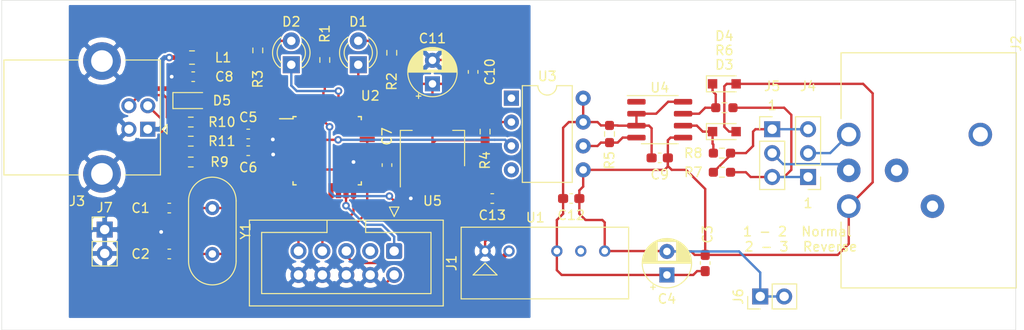
<source format=kicad_pcb>
(kicad_pcb (version 20171130) (host pcbnew 5.1.9-73d0e3b20d~88~ubuntu18.04.1)

  (general
    (thickness 1.6)
    (drawings 10)
    (tracks 321)
    (zones 0)
    (modules 43)
    (nets 47)
  )

  (page A4)
  (layers
    (0 F.Cu signal)
    (31 B.Cu signal)
    (32 B.Adhes user)
    (33 F.Adhes user)
    (34 B.Paste user)
    (35 F.Paste user)
    (36 B.SilkS user)
    (37 F.SilkS user)
    (38 B.Mask user)
    (39 F.Mask user)
    (40 Dwgs.User user)
    (41 Cmts.User user)
    (42 Eco1.User user)
    (43 Eco2.User user)
    (44 Edge.Cuts user)
    (45 Margin user)
    (46 B.CrtYd user)
    (47 F.CrtYd user)
    (48 B.Fab user hide)
    (49 F.Fab user hide)
  )

  (setup
    (last_trace_width 0.25)
    (user_trace_width 0.5)
    (trace_clearance 0.2)
    (zone_clearance 0.508)
    (zone_45_only no)
    (trace_min 0.2)
    (via_size 0.8)
    (via_drill 0.4)
    (via_min_size 0.4)
    (via_min_drill 0.3)
    (uvia_size 0.3)
    (uvia_drill 0.1)
    (uvias_allowed no)
    (uvia_min_size 0.2)
    (uvia_min_drill 0.1)
    (edge_width 0.05)
    (segment_width 0.2)
    (pcb_text_width 0.3)
    (pcb_text_size 1.5 1.5)
    (mod_edge_width 0.12)
    (mod_text_size 1 1)
    (mod_text_width 0.15)
    (pad_size 1.524 1.524)
    (pad_drill 0.762)
    (pad_to_mask_clearance 0)
    (aux_axis_origin 0 0)
    (visible_elements FFFFFF7F)
    (pcbplotparams
      (layerselection 0x010fc_ffffffff)
      (usegerberextensions false)
      (usegerberattributes true)
      (usegerberadvancedattributes true)
      (creategerberjobfile true)
      (excludeedgelayer true)
      (linewidth 0.100000)
      (plotframeref false)
      (viasonmask false)
      (mode 1)
      (useauxorigin false)
      (hpglpennumber 1)
      (hpglpenspeed 20)
      (hpglpendiameter 15.000000)
      (psnegative false)
      (psa4output false)
      (plotreference true)
      (plotvalue false)
      (plotinvisibletext false)
      (padsonsilk false)
      (subtractmaskfromsilk true)
      (outputformat 1)
      (mirror false)
      (drillshape 0)
      (scaleselection 1)
      (outputdirectory ""))
  )

  (net 0 "")
  (net 1 GND)
  (net 2 "Net-(C1-Pad1)")
  (net 3 "Net-(C2-Pad1)")
  (net 4 /5VISO-)
  (net 5 /5VISO+)
  (net 6 +3V3)
  (net 7 "Net-(C8-Pad1)")
  (net 8 +5V)
  (net 9 "Net-(D1-Pad2)")
  (net 10 "Net-(D1-Pad1)")
  (net 11 "Net-(D2-Pad2)")
  (net 12 "Net-(D2-Pad1)")
  (net 13 "Net-(D3-Pad1)")
  (net 14 "Net-(D4-Pad1)")
  (net 15 /MISO)
  (net 16 /SCK)
  (net 17 /RESET)
  (net 18 "Net-(J1-Pad3)")
  (net 19 /MOSI)
  (net 20 "Net-(J2-Pad2)")
  (net 21 "Net-(J2-Pad3)")
  (net 22 /VBUS)
  (net 23 "Net-(R4-Pad1)")
  (net 24 "Net-(R5-Pad2)")
  (net 25 "Net-(U2-Pad30)")
  (net 26 "Net-(U2-Pad28)")
  (net 27 "Net-(U2-Pad26)")
  (net 28 "Net-(U2-Pad25)")
  (net 29 "Net-(U2-Pad24)")
  (net 30 "Net-(U2-Pad20)")
  (net 31 "Net-(U2-Pad14)")
  (net 32 "Net-(U2-Pad13)")
  (net 33 "Net-(U2-Pad12)")
  (net 34 "Net-(U2-Pad11)")
  (net 35 "Net-(U2-Pad10)")
  (net 36 "Net-(U2-Pad9)")
  (net 37 "Net-(U2-Pad2)")
  (net 38 "Net-(U3-Pad1)")
  (net 39 "Net-(U4-Pad1)")
  (net 40 /DMXDATA)
  (net 41 "Net-(J4-Pad3)")
  (net 42 "Net-(J4-Pad1)")
  (net 43 /UD+)
  (net 44 /UD-)
  (net 45 /DATA+)
  (net 46 /DATA-)

  (net_class Default "This is the default net class."
    (clearance 0.2)
    (trace_width 0.25)
    (via_dia 0.8)
    (via_drill 0.4)
    (uvia_dia 0.3)
    (uvia_drill 0.1)
    (add_net +3V3)
    (add_net +5V)
    (add_net /5VISO+)
    (add_net /5VISO-)
    (add_net /DATA+)
    (add_net /DATA-)
    (add_net /DMXDATA)
    (add_net /MISO)
    (add_net /MOSI)
    (add_net /RESET)
    (add_net /SCK)
    (add_net /UD+)
    (add_net /UD-)
    (add_net /VBUS)
    (add_net GND)
    (add_net "Net-(C1-Pad1)")
    (add_net "Net-(C2-Pad1)")
    (add_net "Net-(C8-Pad1)")
    (add_net "Net-(D1-Pad1)")
    (add_net "Net-(D1-Pad2)")
    (add_net "Net-(D2-Pad1)")
    (add_net "Net-(D2-Pad2)")
    (add_net "Net-(D3-Pad1)")
    (add_net "Net-(D4-Pad1)")
    (add_net "Net-(J1-Pad3)")
    (add_net "Net-(J2-Pad2)")
    (add_net "Net-(J2-Pad3)")
    (add_net "Net-(J4-Pad1)")
    (add_net "Net-(J4-Pad3)")
    (add_net "Net-(R4-Pad1)")
    (add_net "Net-(R5-Pad2)")
    (add_net "Net-(U2-Pad10)")
    (add_net "Net-(U2-Pad11)")
    (add_net "Net-(U2-Pad12)")
    (add_net "Net-(U2-Pad13)")
    (add_net "Net-(U2-Pad14)")
    (add_net "Net-(U2-Pad2)")
    (add_net "Net-(U2-Pad20)")
    (add_net "Net-(U2-Pad24)")
    (add_net "Net-(U2-Pad25)")
    (add_net "Net-(U2-Pad26)")
    (add_net "Net-(U2-Pad28)")
    (add_net "Net-(U2-Pad30)")
    (add_net "Net-(U2-Pad9)")
    (add_net "Net-(U3-Pad1)")
    (add_net "Net-(U4-Pad1)")
  )

  (module Connector_PinHeader_2.54mm:PinHeader_1x02_P2.54mm_Vertical (layer F.Cu) (tedit 59FED5CC) (tstamp 619CD3FB)
    (at 49.276 99.314)
    (descr "Through hole straight pin header, 1x02, 2.54mm pitch, single row")
    (tags "Through hole pin header THT 1x02 2.54mm single row")
    (path /619EF591)
    (fp_text reference J7 (at 0 -2.33) (layer F.SilkS)
      (effects (font (size 1 1) (thickness 0.15)))
    )
    (fp_text value GND (at 0 4.87) (layer F.Fab)
      (effects (font (size 1 1) (thickness 0.15)))
    )
    (fp_text user %R (at 0 1.27 90) (layer F.Fab)
      (effects (font (size 1 1) (thickness 0.15)))
    )
    (fp_line (start -0.635 -1.27) (end 1.27 -1.27) (layer F.Fab) (width 0.1))
    (fp_line (start 1.27 -1.27) (end 1.27 3.81) (layer F.Fab) (width 0.1))
    (fp_line (start 1.27 3.81) (end -1.27 3.81) (layer F.Fab) (width 0.1))
    (fp_line (start -1.27 3.81) (end -1.27 -0.635) (layer F.Fab) (width 0.1))
    (fp_line (start -1.27 -0.635) (end -0.635 -1.27) (layer F.Fab) (width 0.1))
    (fp_line (start -1.33 3.87) (end 1.33 3.87) (layer F.SilkS) (width 0.12))
    (fp_line (start -1.33 1.27) (end -1.33 3.87) (layer F.SilkS) (width 0.12))
    (fp_line (start 1.33 1.27) (end 1.33 3.87) (layer F.SilkS) (width 0.12))
    (fp_line (start -1.33 1.27) (end 1.33 1.27) (layer F.SilkS) (width 0.12))
    (fp_line (start -1.33 0) (end -1.33 -1.33) (layer F.SilkS) (width 0.12))
    (fp_line (start -1.33 -1.33) (end 0 -1.33) (layer F.SilkS) (width 0.12))
    (fp_line (start -1.8 -1.8) (end -1.8 4.35) (layer F.CrtYd) (width 0.05))
    (fp_line (start -1.8 4.35) (end 1.8 4.35) (layer F.CrtYd) (width 0.05))
    (fp_line (start 1.8 4.35) (end 1.8 -1.8) (layer F.CrtYd) (width 0.05))
    (fp_line (start 1.8 -1.8) (end -1.8 -1.8) (layer F.CrtYd) (width 0.05))
    (pad 2 thru_hole oval (at 0 2.54) (size 1.7 1.7) (drill 1) (layers *.Cu *.Mask)
      (net 1 GND))
    (pad 1 thru_hole rect (at 0 0) (size 1.7 1.7) (drill 1) (layers *.Cu *.Mask)
      (net 1 GND))
    (model ${KISYS3DMOD}/Connector_PinHeader_2.54mm.3dshapes/PinHeader_1x02_P2.54mm_Vertical.wrl
      (at (xyz 0 0 0))
      (scale (xyz 1 1 1))
      (rotate (xyz 0 0 0))
    )
  )

  (module Connector_PinHeader_2.54mm:PinHeader_1x02_P2.54mm_Vertical (layer F.Cu) (tedit 59FED5CC) (tstamp 619CD3E5)
    (at 118.872 106.426 90)
    (descr "Through hole straight pin header, 1x02, 2.54mm pitch, single row")
    (tags "Through hole pin header THT 1x02 2.54mm single row")
    (path /619D95CB)
    (fp_text reference J6 (at 0 -2.33 90) (layer F.SilkS)
      (effects (font (size 1 1) (thickness 0.15)))
    )
    (fp_text value GND_ISO (at 0 4.87 90) (layer F.Fab)
      (effects (font (size 1 1) (thickness 0.15)))
    )
    (fp_text user %R (at 0 1.27) (layer F.Fab)
      (effects (font (size 1 1) (thickness 0.15)))
    )
    (fp_line (start -0.635 -1.27) (end 1.27 -1.27) (layer F.Fab) (width 0.1))
    (fp_line (start 1.27 -1.27) (end 1.27 3.81) (layer F.Fab) (width 0.1))
    (fp_line (start 1.27 3.81) (end -1.27 3.81) (layer F.Fab) (width 0.1))
    (fp_line (start -1.27 3.81) (end -1.27 -0.635) (layer F.Fab) (width 0.1))
    (fp_line (start -1.27 -0.635) (end -0.635 -1.27) (layer F.Fab) (width 0.1))
    (fp_line (start -1.33 3.87) (end 1.33 3.87) (layer F.SilkS) (width 0.12))
    (fp_line (start -1.33 1.27) (end -1.33 3.87) (layer F.SilkS) (width 0.12))
    (fp_line (start 1.33 1.27) (end 1.33 3.87) (layer F.SilkS) (width 0.12))
    (fp_line (start -1.33 1.27) (end 1.33 1.27) (layer F.SilkS) (width 0.12))
    (fp_line (start -1.33 0) (end -1.33 -1.33) (layer F.SilkS) (width 0.12))
    (fp_line (start -1.33 -1.33) (end 0 -1.33) (layer F.SilkS) (width 0.12))
    (fp_line (start -1.8 -1.8) (end -1.8 4.35) (layer F.CrtYd) (width 0.05))
    (fp_line (start -1.8 4.35) (end 1.8 4.35) (layer F.CrtYd) (width 0.05))
    (fp_line (start 1.8 4.35) (end 1.8 -1.8) (layer F.CrtYd) (width 0.05))
    (fp_line (start 1.8 -1.8) (end -1.8 -1.8) (layer F.CrtYd) (width 0.05))
    (pad 2 thru_hole oval (at 0 2.54 90) (size 1.7 1.7) (drill 1) (layers *.Cu *.Mask)
      (net 4 /5VISO-))
    (pad 1 thru_hole rect (at 0 0 90) (size 1.7 1.7) (drill 1) (layers *.Cu *.Mask)
      (net 4 /5VISO-))
    (model ${KISYS3DMOD}/Connector_PinHeader_2.54mm.3dshapes/PinHeader_1x02_P2.54mm_Vertical.wrl
      (at (xyz 0 0 0))
      (scale (xyz 1 1 1))
      (rotate (xyz 0 0 0))
    )
  )

  (module my_xlr:NC3MAH (layer F.Cu) (tedit 615ADE7D) (tstamp 611AC07E)
    (at 146.05 80.518 270)
    (descr "3 Pin XLR connector with separate ground pin")
    (path /612EF330)
    (fp_text reference J2 (at -1 0 90) (layer F.SilkS)
      (effects (font (size 1 1) (thickness 0.15)))
    )
    (fp_text value XLR3 (at 0 -2 90) (layer F.Fab)
      (effects (font (size 1 1) (thickness 0.15)))
    )
    (fp_line (start 25 18.6) (end 25 0) (layer F.SilkS) (width 0.12))
    (fp_line (start 25 0) (end 0 0) (layer F.SilkS) (width 0.12))
    (fp_line (start 0 0) (end 0 18.6) (layer F.SilkS) (width 0.12))
    (fp_line (start 25 18.6) (end 18 18.6) (layer F.SilkS) (width 0.12))
    (fp_line (start 0 18.6) (end 7 18.6) (layer F.SilkS) (width 0.12))
    (pad "" np_thru_hole circle (at 16.31 8.89 270) (size 2.5 2.5) (drill 1.2) (layers *.Cu *.Mask))
    (pad "" np_thru_hole circle (at 8.69 3.81 270) (size 2.5 2.5) (drill 1.6) (layers *.Cu *.Mask))
    (pad G thru_hole circle (at 12.5 12.7 270) (size 2.5 2.5) (drill 1.2) (layers *.Cu *.Mask))
    (pad 3 thru_hole circle (at 12.5 17.78 270) (size 2.5 2.5) (drill 1.2) (layers *.Cu *.Mask)
      (net 21 "Net-(J2-Pad3)"))
    (pad 2 thru_hole circle (at 8.69 17.78 270) (size 2.5 2.5) (drill 1.6) (layers *.Cu *.Mask)
      (net 20 "Net-(J2-Pad2)"))
    (pad 1 thru_hole circle (at 16.31 17.78 270) (size 2.5 2.5) (drill 1.6) (layers *.Cu *.Mask)
      (net 4 /5VISO-))
  )

  (module Connector_PinHeader_2.54mm:PinHeader_1x03_P2.54mm_Vertical (layer F.Cu) (tedit 59FED5CC) (tstamp 611ABCC8)
    (at 123.952 93.726 180)
    (descr "Through hole straight pin header, 1x03, 2.54mm pitch, single row")
    (tags "Through hole pin header THT 1x03 2.54mm single row")
    (path /611D0EAA)
    (fp_text reference J4 (at 0 9.652) (layer F.SilkS)
      (effects (font (size 1 1) (thickness 0.15)))
    )
    (fp_text value Conn_01x03_Male (at 0 7.41) (layer F.Fab)
      (effects (font (size 1 1) (thickness 0.15)))
    )
    (fp_line (start -0.635 -1.27) (end 1.27 -1.27) (layer F.Fab) (width 0.1))
    (fp_line (start 1.27 -1.27) (end 1.27 6.35) (layer F.Fab) (width 0.1))
    (fp_line (start 1.27 6.35) (end -1.27 6.35) (layer F.Fab) (width 0.1))
    (fp_line (start -1.27 6.35) (end -1.27 -0.635) (layer F.Fab) (width 0.1))
    (fp_line (start -1.27 -0.635) (end -0.635 -1.27) (layer F.Fab) (width 0.1))
    (fp_line (start -1.33 6.41) (end 1.33 6.41) (layer F.SilkS) (width 0.12))
    (fp_line (start -1.33 1.27) (end -1.33 6.41) (layer F.SilkS) (width 0.12))
    (fp_line (start 1.33 1.27) (end 1.33 6.41) (layer F.SilkS) (width 0.12))
    (fp_line (start -1.33 1.27) (end 1.33 1.27) (layer F.SilkS) (width 0.12))
    (fp_line (start -1.33 0) (end -1.33 -1.33) (layer F.SilkS) (width 0.12))
    (fp_line (start -1.33 -1.33) (end 0 -1.33) (layer F.SilkS) (width 0.12))
    (fp_line (start -1.8 -1.8) (end -1.8 6.85) (layer F.CrtYd) (width 0.05))
    (fp_line (start -1.8 6.85) (end 1.8 6.85) (layer F.CrtYd) (width 0.05))
    (fp_line (start 1.8 6.85) (end 1.8 -1.8) (layer F.CrtYd) (width 0.05))
    (fp_line (start 1.8 -1.8) (end -1.8 -1.8) (layer F.CrtYd) (width 0.05))
    (fp_text user %R (at 0 2.54 90) (layer F.Fab)
      (effects (font (size 1 1) (thickness 0.15)))
    )
    (pad 3 thru_hole oval (at 0 5.08 180) (size 1.7 1.7) (drill 1) (layers *.Cu *.Mask)
      (net 41 "Net-(J4-Pad3)"))
    (pad 2 thru_hole oval (at 0 2.54 180) (size 1.7 1.7) (drill 1) (layers *.Cu *.Mask)
      (net 20 "Net-(J2-Pad2)"))
    (pad 1 thru_hole rect (at 0 0 180) (size 1.7 1.7) (drill 1) (layers *.Cu *.Mask)
      (net 42 "Net-(J4-Pad1)"))
    (model ${KISYS3DMOD}/Connector_PinHeader_2.54mm.3dshapes/PinHeader_1x03_P2.54mm_Vertical.wrl
      (at (xyz 0 0 0))
      (scale (xyz 1 1 1))
      (rotate (xyz 0 0 0))
    )
  )

  (module Connector_PinHeader_2.54mm:PinHeader_1x03_P2.54mm_Vertical (layer F.Cu) (tedit 59FED5CC) (tstamp 611ABCDF)
    (at 120.142 88.646)
    (descr "Through hole straight pin header, 1x03, 2.54mm pitch, single row")
    (tags "Through hole pin header THT 1x03 2.54mm single row")
    (path /611D14C8)
    (fp_text reference J5 (at 0 -4.572) (layer F.SilkS)
      (effects (font (size 1 1) (thickness 0.15)))
    )
    (fp_text value Conn_01x03_Male (at 0 7.41) (layer F.Fab)
      (effects (font (size 1 1) (thickness 0.15)))
    )
    (fp_line (start -0.635 -1.27) (end 1.27 -1.27) (layer F.Fab) (width 0.1))
    (fp_line (start 1.27 -1.27) (end 1.27 6.35) (layer F.Fab) (width 0.1))
    (fp_line (start 1.27 6.35) (end -1.27 6.35) (layer F.Fab) (width 0.1))
    (fp_line (start -1.27 6.35) (end -1.27 -0.635) (layer F.Fab) (width 0.1))
    (fp_line (start -1.27 -0.635) (end -0.635 -1.27) (layer F.Fab) (width 0.1))
    (fp_line (start -1.33 6.41) (end 1.33 6.41) (layer F.SilkS) (width 0.12))
    (fp_line (start -1.33 1.27) (end -1.33 6.41) (layer F.SilkS) (width 0.12))
    (fp_line (start 1.33 1.27) (end 1.33 6.41) (layer F.SilkS) (width 0.12))
    (fp_line (start -1.33 1.27) (end 1.33 1.27) (layer F.SilkS) (width 0.12))
    (fp_line (start -1.33 0) (end -1.33 -1.33) (layer F.SilkS) (width 0.12))
    (fp_line (start -1.33 -1.33) (end 0 -1.33) (layer F.SilkS) (width 0.12))
    (fp_line (start -1.8 -1.8) (end -1.8 6.85) (layer F.CrtYd) (width 0.05))
    (fp_line (start -1.8 6.85) (end 1.8 6.85) (layer F.CrtYd) (width 0.05))
    (fp_line (start 1.8 6.85) (end 1.8 -1.8) (layer F.CrtYd) (width 0.05))
    (fp_line (start 1.8 -1.8) (end -1.8 -1.8) (layer F.CrtYd) (width 0.05))
    (fp_text user %R (at 0 2.54 90) (layer F.Fab)
      (effects (font (size 1 1) (thickness 0.15)))
    )
    (pad 3 thru_hole oval (at 0 5.08) (size 1.7 1.7) (drill 1) (layers *.Cu *.Mask)
      (net 42 "Net-(J4-Pad1)"))
    (pad 2 thru_hole oval (at 0 2.54) (size 1.7 1.7) (drill 1) (layers *.Cu *.Mask)
      (net 21 "Net-(J2-Pad3)"))
    (pad 1 thru_hole rect (at 0 0) (size 1.7 1.7) (drill 1) (layers *.Cu *.Mask)
      (net 41 "Net-(J4-Pad3)"))
    (model ${KISYS3DMOD}/Connector_PinHeader_2.54mm.3dshapes/PinHeader_1x03_P2.54mm_Vertical.wrl
      (at (xyz 0 0 0))
      (scale (xyz 1 1 1))
      (rotate (xyz 0 0 0))
    )
  )

  (module Crystal:Crystal_HC49-4H_Vertical (layer F.Cu) (tedit 5A1AD3B7) (tstamp 61167D30)
    (at 60.706 97.028 270)
    (descr "Crystal THT HC-49-4H http://5hertz.com/pdfs/04404_D.pdf")
    (tags "THT crystalHC-49-4H")
    (path /611307E4)
    (fp_text reference Y1 (at 2.44 -3.525 90) (layer F.SilkS)
      (effects (font (size 1 1) (thickness 0.15)))
    )
    (fp_text value "12 MHz" (at 2.44 3.525 90) (layer F.Fab)
      (effects (font (size 1 1) (thickness 0.15)))
    )
    (fp_line (start 8.5 -2.8) (end -3.6 -2.8) (layer F.CrtYd) (width 0.05))
    (fp_line (start 8.5 2.8) (end 8.5 -2.8) (layer F.CrtYd) (width 0.05))
    (fp_line (start -3.6 2.8) (end 8.5 2.8) (layer F.CrtYd) (width 0.05))
    (fp_line (start -3.6 -2.8) (end -3.6 2.8) (layer F.CrtYd) (width 0.05))
    (fp_line (start -0.76 2.525) (end 5.64 2.525) (layer F.SilkS) (width 0.12))
    (fp_line (start -0.76 -2.525) (end 5.64 -2.525) (layer F.SilkS) (width 0.12))
    (fp_line (start -0.56 2) (end 5.44 2) (layer F.Fab) (width 0.1))
    (fp_line (start -0.56 -2) (end 5.44 -2) (layer F.Fab) (width 0.1))
    (fp_line (start -0.76 2.325) (end 5.64 2.325) (layer F.Fab) (width 0.1))
    (fp_line (start -0.76 -2.325) (end 5.64 -2.325) (layer F.Fab) (width 0.1))
    (fp_arc (start 5.64 0) (end 5.64 -2.525) (angle 180) (layer F.SilkS) (width 0.12))
    (fp_arc (start -0.76 0) (end -0.76 -2.525) (angle -180) (layer F.SilkS) (width 0.12))
    (fp_arc (start 5.44 0) (end 5.44 -2) (angle 180) (layer F.Fab) (width 0.1))
    (fp_arc (start -0.56 0) (end -0.56 -2) (angle -180) (layer F.Fab) (width 0.1))
    (fp_arc (start 5.64 0) (end 5.64 -2.325) (angle 180) (layer F.Fab) (width 0.1))
    (fp_arc (start -0.76 0) (end -0.76 -2.325) (angle -180) (layer F.Fab) (width 0.1))
    (fp_text user %R (at 2.44 0 90) (layer F.Fab)
      (effects (font (size 1 1) (thickness 0.15)))
    )
    (pad 2 thru_hole circle (at 4.88 0 270) (size 1.5 1.5) (drill 0.8) (layers *.Cu *.Mask)
      (net 3 "Net-(C2-Pad1)"))
    (pad 1 thru_hole circle (at 0 0 270) (size 1.5 1.5) (drill 0.8) (layers *.Cu *.Mask)
      (net 2 "Net-(C1-Pad1)"))
    (model ${KISYS3DMOD}/Crystal.3dshapes/Crystal_HC49-4H_Vertical.wrl
      (at (xyz 0 0 0))
      (scale (xyz 1 1 1))
      (rotate (xyz 0 0 0))
    )
  )

  (module Package_TO_SOT_SMD:SOT-223-3_TabPin2 (layer F.Cu) (tedit 5A02FF57) (tstamp 61167D19)
    (at 84.074 90.678 90)
    (descr "module CMS SOT223 4 pins")
    (tags "CMS SOT")
    (path /611E502F)
    (attr smd)
    (fp_text reference U5 (at -5.588 0 180) (layer F.SilkS)
      (effects (font (size 1 1) (thickness 0.15)))
    )
    (fp_text value LM1117-3.3 (at 0 4.5 90) (layer F.Fab)
      (effects (font (size 1 1) (thickness 0.15)))
    )
    (fp_line (start 1.85 -3.35) (end 1.85 3.35) (layer F.Fab) (width 0.1))
    (fp_line (start -1.85 3.35) (end 1.85 3.35) (layer F.Fab) (width 0.1))
    (fp_line (start -4.1 -3.41) (end 1.91 -3.41) (layer F.SilkS) (width 0.12))
    (fp_line (start -0.85 -3.35) (end 1.85 -3.35) (layer F.Fab) (width 0.1))
    (fp_line (start -1.85 3.41) (end 1.91 3.41) (layer F.SilkS) (width 0.12))
    (fp_line (start -1.85 -2.35) (end -1.85 3.35) (layer F.Fab) (width 0.1))
    (fp_line (start -1.85 -2.35) (end -0.85 -3.35) (layer F.Fab) (width 0.1))
    (fp_line (start -4.4 -3.6) (end -4.4 3.6) (layer F.CrtYd) (width 0.05))
    (fp_line (start -4.4 3.6) (end 4.4 3.6) (layer F.CrtYd) (width 0.05))
    (fp_line (start 4.4 3.6) (end 4.4 -3.6) (layer F.CrtYd) (width 0.05))
    (fp_line (start 4.4 -3.6) (end -4.4 -3.6) (layer F.CrtYd) (width 0.05))
    (fp_line (start 1.91 -3.41) (end 1.91 -2.15) (layer F.SilkS) (width 0.12))
    (fp_line (start 1.91 3.41) (end 1.91 2.15) (layer F.SilkS) (width 0.12))
    (fp_text user %R (at 0 0) (layer F.Fab)
      (effects (font (size 0.8 0.8) (thickness 0.12)))
    )
    (pad 1 smd rect (at -3.15 -2.3 90) (size 2 1.5) (layers F.Cu F.Paste F.Mask)
      (net 1 GND))
    (pad 3 smd rect (at -3.15 2.3 90) (size 2 1.5) (layers F.Cu F.Paste F.Mask)
      (net 8 +5V))
    (pad 2 smd rect (at -3.15 0 90) (size 2 1.5) (layers F.Cu F.Paste F.Mask)
      (net 6 +3V3))
    (pad 2 smd rect (at 3.15 0 90) (size 2 3.8) (layers F.Cu F.Paste F.Mask)
      (net 6 +3V3))
    (model ${KISYS3DMOD}/Package_TO_SOT_SMD.3dshapes/SOT-223.wrl
      (at (xyz 0 0 0))
      (scale (xyz 1 1 1))
      (rotate (xyz 0 0 0))
    )
  )

  (module Package_SO:SOIC-8_3.9x4.9mm_P1.27mm (layer F.Cu) (tedit 5D9F72B1) (tstamp 61167D03)
    (at 108.204 87.63)
    (descr "SOIC, 8 Pin (JEDEC MS-012AA, https://www.analog.com/media/en/package-pcb-resources/package/pkg_pdf/soic_narrow-r/r_8.pdf), generated with kicad-footprint-generator ipc_gullwing_generator.py")
    (tags "SOIC SO")
    (path /6127C51B)
    (attr smd)
    (fp_text reference U4 (at 0 -3.4) (layer F.SilkS)
      (effects (font (size 1 1) (thickness 0.15)))
    )
    (fp_text value MAX485E (at 0 3.4) (layer F.Fab)
      (effects (font (size 1 1) (thickness 0.15)))
    )
    (fp_line (start 3.7 -2.7) (end -3.7 -2.7) (layer F.CrtYd) (width 0.05))
    (fp_line (start 3.7 2.7) (end 3.7 -2.7) (layer F.CrtYd) (width 0.05))
    (fp_line (start -3.7 2.7) (end 3.7 2.7) (layer F.CrtYd) (width 0.05))
    (fp_line (start -3.7 -2.7) (end -3.7 2.7) (layer F.CrtYd) (width 0.05))
    (fp_line (start -1.95 -1.475) (end -0.975 -2.45) (layer F.Fab) (width 0.1))
    (fp_line (start -1.95 2.45) (end -1.95 -1.475) (layer F.Fab) (width 0.1))
    (fp_line (start 1.95 2.45) (end -1.95 2.45) (layer F.Fab) (width 0.1))
    (fp_line (start 1.95 -2.45) (end 1.95 2.45) (layer F.Fab) (width 0.1))
    (fp_line (start -0.975 -2.45) (end 1.95 -2.45) (layer F.Fab) (width 0.1))
    (fp_line (start 0 -2.56) (end -3.45 -2.56) (layer F.SilkS) (width 0.12))
    (fp_line (start 0 -2.56) (end 1.95 -2.56) (layer F.SilkS) (width 0.12))
    (fp_line (start 0 2.56) (end -1.95 2.56) (layer F.SilkS) (width 0.12))
    (fp_line (start 0 2.56) (end 1.95 2.56) (layer F.SilkS) (width 0.12))
    (fp_text user %R (at 0 0) (layer F.Fab)
      (effects (font (size 0.98 0.98) (thickness 0.15)))
    )
    (pad 8 smd roundrect (at 2.475 -1.905) (size 1.95 0.6) (layers F.Cu F.Paste F.Mask) (roundrect_rratio 0.25)
      (net 5 /5VISO+))
    (pad 7 smd roundrect (at 2.475 -0.635) (size 1.95 0.6) (layers F.Cu F.Paste F.Mask) (roundrect_rratio 0.25)
      (net 14 "Net-(D4-Pad1)"))
    (pad 6 smd roundrect (at 2.475 0.635) (size 1.95 0.6) (layers F.Cu F.Paste F.Mask) (roundrect_rratio 0.25)
      (net 13 "Net-(D3-Pad1)"))
    (pad 5 smd roundrect (at 2.475 1.905) (size 1.95 0.6) (layers F.Cu F.Paste F.Mask) (roundrect_rratio 0.25)
      (net 4 /5VISO-))
    (pad 4 smd roundrect (at -2.475 1.905) (size 1.95 0.6) (layers F.Cu F.Paste F.Mask) (roundrect_rratio 0.25)
      (net 24 "Net-(R5-Pad2)"))
    (pad 3 smd roundrect (at -2.475 0.635) (size 1.95 0.6) (layers F.Cu F.Paste F.Mask) (roundrect_rratio 0.25)
      (net 5 /5VISO+))
    (pad 2 smd roundrect (at -2.475 -0.635) (size 1.95 0.6) (layers F.Cu F.Paste F.Mask) (roundrect_rratio 0.25)
      (net 5 /5VISO+))
    (pad 1 smd roundrect (at -2.475 -1.905) (size 1.95 0.6) (layers F.Cu F.Paste F.Mask) (roundrect_rratio 0.25)
      (net 39 "Net-(U4-Pad1)"))
    (model ${KISYS3DMOD}/Package_SO.3dshapes/SOIC-8_3.9x4.9mm_P1.27mm.wrl
      (at (xyz 0 0 0))
      (scale (xyz 1 1 1))
      (rotate (xyz 0 0 0))
    )
  )

  (module Package_DIP:DIP-8_W7.62mm (layer F.Cu) (tedit 5A02E8C5) (tstamp 61167CE9)
    (at 92.456 85.344)
    (descr "8-lead though-hole mounted DIP package, row spacing 7.62 mm (300 mils)")
    (tags "THT DIP DIL PDIP 2.54mm 7.62mm 300mil")
    (path /6114426E)
    (fp_text reference U3 (at 3.81 -2.33) (layer F.SilkS)
      (effects (font (size 1 1) (thickness 0.15)))
    )
    (fp_text value 6N137 (at 3.81 9.95) (layer F.Fab)
      (effects (font (size 1 1) (thickness 0.15)))
    )
    (fp_line (start 8.7 -1.55) (end -1.1 -1.55) (layer F.CrtYd) (width 0.05))
    (fp_line (start 8.7 9.15) (end 8.7 -1.55) (layer F.CrtYd) (width 0.05))
    (fp_line (start -1.1 9.15) (end 8.7 9.15) (layer F.CrtYd) (width 0.05))
    (fp_line (start -1.1 -1.55) (end -1.1 9.15) (layer F.CrtYd) (width 0.05))
    (fp_line (start 6.46 -1.33) (end 4.81 -1.33) (layer F.SilkS) (width 0.12))
    (fp_line (start 6.46 8.95) (end 6.46 -1.33) (layer F.SilkS) (width 0.12))
    (fp_line (start 1.16 8.95) (end 6.46 8.95) (layer F.SilkS) (width 0.12))
    (fp_line (start 1.16 -1.33) (end 1.16 8.95) (layer F.SilkS) (width 0.12))
    (fp_line (start 2.81 -1.33) (end 1.16 -1.33) (layer F.SilkS) (width 0.12))
    (fp_line (start 0.635 -0.27) (end 1.635 -1.27) (layer F.Fab) (width 0.1))
    (fp_line (start 0.635 8.89) (end 0.635 -0.27) (layer F.Fab) (width 0.1))
    (fp_line (start 6.985 8.89) (end 0.635 8.89) (layer F.Fab) (width 0.1))
    (fp_line (start 6.985 -1.27) (end 6.985 8.89) (layer F.Fab) (width 0.1))
    (fp_line (start 1.635 -1.27) (end 6.985 -1.27) (layer F.Fab) (width 0.1))
    (fp_text user %R (at 3.81 3.81) (layer F.Fab)
      (effects (font (size 1 1) (thickness 0.15)))
    )
    (fp_arc (start 3.81 -1.33) (end 2.81 -1.33) (angle -180) (layer F.SilkS) (width 0.12))
    (pad 8 thru_hole oval (at 7.62 0) (size 1.6 1.6) (drill 0.8) (layers *.Cu *.Mask)
      (net 5 /5VISO+))
    (pad 4 thru_hole oval (at 0 7.62) (size 1.6 1.6) (drill 0.8) (layers *.Cu *.Mask))
    (pad 7 thru_hole oval (at 7.62 2.54) (size 1.6 1.6) (drill 0.8) (layers *.Cu *.Mask)
      (net 5 /5VISO+))
    (pad 3 thru_hole oval (at 0 5.08) (size 1.6 1.6) (drill 0.8) (layers *.Cu *.Mask)
      (net 40 /DMXDATA))
    (pad 6 thru_hole oval (at 7.62 5.08) (size 1.6 1.6) (drill 0.8) (layers *.Cu *.Mask)
      (net 24 "Net-(R5-Pad2)"))
    (pad 2 thru_hole oval (at 0 2.54) (size 1.6 1.6) (drill 0.8) (layers *.Cu *.Mask)
      (net 23 "Net-(R4-Pad1)"))
    (pad 5 thru_hole oval (at 7.62 7.62) (size 1.6 1.6) (drill 0.8) (layers *.Cu *.Mask)
      (net 4 /5VISO-))
    (pad 1 thru_hole rect (at 0 0) (size 1.6 1.6) (drill 0.8) (layers *.Cu *.Mask)
      (net 38 "Net-(U3-Pad1)"))
    (model ${KISYS3DMOD}/Package_DIP.3dshapes/DIP-8_W7.62mm.wrl
      (at (xyz 0 0 0))
      (scale (xyz 1 1 1))
      (rotate (xyz 0 0 0))
    )
  )

  (module Package_QFP:TQFP-32_7x7mm_P0.8mm (layer F.Cu) (tedit 5A02F146) (tstamp 61168251)
    (at 72.898 90.932)
    (descr "32-Lead Plastic Thin Quad Flatpack (PT) - 7x7x1.0 mm Body, 2.00 mm [TQFP] (see Microchip Packaging Specification 00000049BS.pdf)")
    (tags "QFP 0.8")
    (path /6112BE91)
    (attr smd)
    (fp_text reference U2 (at 4.572 -5.842) (layer F.SilkS)
      (effects (font (size 1 1) (thickness 0.15)))
    )
    (fp_text value ATmega8-16AU (at 0 6.05) (layer F.Fab)
      (effects (font (size 1 1) (thickness 0.15)))
    )
    (fp_line (start -3.625 -3.4) (end -5.05 -3.4) (layer F.SilkS) (width 0.15))
    (fp_line (start 3.625 -3.625) (end 3.3 -3.625) (layer F.SilkS) (width 0.15))
    (fp_line (start 3.625 3.625) (end 3.3 3.625) (layer F.SilkS) (width 0.15))
    (fp_line (start -3.625 3.625) (end -3.3 3.625) (layer F.SilkS) (width 0.15))
    (fp_line (start -3.625 -3.625) (end -3.3 -3.625) (layer F.SilkS) (width 0.15))
    (fp_line (start -3.625 3.625) (end -3.625 3.3) (layer F.SilkS) (width 0.15))
    (fp_line (start 3.625 3.625) (end 3.625 3.3) (layer F.SilkS) (width 0.15))
    (fp_line (start 3.625 -3.625) (end 3.625 -3.3) (layer F.SilkS) (width 0.15))
    (fp_line (start -3.625 -3.625) (end -3.625 -3.4) (layer F.SilkS) (width 0.15))
    (fp_line (start -5.3 5.3) (end 5.3 5.3) (layer F.CrtYd) (width 0.05))
    (fp_line (start -5.3 -5.3) (end 5.3 -5.3) (layer F.CrtYd) (width 0.05))
    (fp_line (start 5.3 -5.3) (end 5.3 5.3) (layer F.CrtYd) (width 0.05))
    (fp_line (start -5.3 -5.3) (end -5.3 5.3) (layer F.CrtYd) (width 0.05))
    (fp_line (start -3.5 -2.5) (end -2.5 -3.5) (layer F.Fab) (width 0.15))
    (fp_line (start -3.5 3.5) (end -3.5 -2.5) (layer F.Fab) (width 0.15))
    (fp_line (start 3.5 3.5) (end -3.5 3.5) (layer F.Fab) (width 0.15))
    (fp_line (start 3.5 -3.5) (end 3.5 3.5) (layer F.Fab) (width 0.15))
    (fp_line (start -2.5 -3.5) (end 3.5 -3.5) (layer F.Fab) (width 0.15))
    (fp_text user %R (at 0 0) (layer F.Fab)
      (effects (font (size 1 1) (thickness 0.15)))
    )
    (pad 32 smd rect (at -2.8 -4.25 90) (size 1.6 0.55) (layers F.Cu F.Paste F.Mask)
      (net 45 /DATA+))
    (pad 31 smd rect (at -2 -4.25 90) (size 1.6 0.55) (layers F.Cu F.Paste F.Mask)
      (net 40 /DMXDATA))
    (pad 30 smd rect (at -1.2 -4.25 90) (size 1.6 0.55) (layers F.Cu F.Paste F.Mask)
      (net 25 "Net-(U2-Pad30)"))
    (pad 29 smd rect (at -0.4 -4.25 90) (size 1.6 0.55) (layers F.Cu F.Paste F.Mask)
      (net 17 /RESET))
    (pad 28 smd rect (at 0.4 -4.25 90) (size 1.6 0.55) (layers F.Cu F.Paste F.Mask)
      (net 26 "Net-(U2-Pad28)"))
    (pad 27 smd rect (at 1.2 -4.25 90) (size 1.6 0.55) (layers F.Cu F.Paste F.Mask)
      (net 12 "Net-(D2-Pad1)"))
    (pad 26 smd rect (at 2 -4.25 90) (size 1.6 0.55) (layers F.Cu F.Paste F.Mask)
      (net 27 "Net-(U2-Pad26)"))
    (pad 25 smd rect (at 2.8 -4.25 90) (size 1.6 0.55) (layers F.Cu F.Paste F.Mask)
      (net 28 "Net-(U2-Pad25)"))
    (pad 24 smd rect (at 4.25 -2.8) (size 1.6 0.55) (layers F.Cu F.Paste F.Mask)
      (net 29 "Net-(U2-Pad24)"))
    (pad 23 smd rect (at 4.25 -2) (size 1.6 0.55) (layers F.Cu F.Paste F.Mask)
      (net 10 "Net-(D1-Pad1)"))
    (pad 22 smd rect (at 4.25 -1.2) (size 1.6 0.55) (layers F.Cu F.Paste F.Mask)
      (net 1 GND))
    (pad 21 smd rect (at 4.25 -0.4) (size 1.6 0.55) (layers F.Cu F.Paste F.Mask)
      (net 1 GND))
    (pad 20 smd rect (at 4.25 0.4) (size 1.6 0.55) (layers F.Cu F.Paste F.Mask)
      (net 30 "Net-(U2-Pad20)"))
    (pad 19 smd rect (at 4.25 1.2) (size 1.6 0.55) (layers F.Cu F.Paste F.Mask)
      (net 1 GND))
    (pad 18 smd rect (at 4.25 2) (size 1.6 0.55) (layers F.Cu F.Paste F.Mask)
      (net 6 +3V3))
    (pad 17 smd rect (at 4.25 2.8) (size 1.6 0.55) (layers F.Cu F.Paste F.Mask)
      (net 16 /SCK))
    (pad 16 smd rect (at 2.8 4.25 90) (size 1.6 0.55) (layers F.Cu F.Paste F.Mask)
      (net 15 /MISO))
    (pad 15 smd rect (at 2 4.25 90) (size 1.6 0.55) (layers F.Cu F.Paste F.Mask)
      (net 19 /MOSI))
    (pad 14 smd rect (at 1.2 4.25 90) (size 1.6 0.55) (layers F.Cu F.Paste F.Mask)
      (net 31 "Net-(U2-Pad14)"))
    (pad 13 smd rect (at 0.4 4.25 90) (size 1.6 0.55) (layers F.Cu F.Paste F.Mask)
      (net 32 "Net-(U2-Pad13)"))
    (pad 12 smd rect (at -0.4 4.25 90) (size 1.6 0.55) (layers F.Cu F.Paste F.Mask)
      (net 33 "Net-(U2-Pad12)"))
    (pad 11 smd rect (at -1.2 4.25 90) (size 1.6 0.55) (layers F.Cu F.Paste F.Mask)
      (net 34 "Net-(U2-Pad11)"))
    (pad 10 smd rect (at -2 4.25 90) (size 1.6 0.55) (layers F.Cu F.Paste F.Mask)
      (net 35 "Net-(U2-Pad10)"))
    (pad 9 smd rect (at -2.8 4.25 90) (size 1.6 0.55) (layers F.Cu F.Paste F.Mask)
      (net 36 "Net-(U2-Pad9)"))
    (pad 8 smd rect (at -4.25 2.8) (size 1.6 0.55) (layers F.Cu F.Paste F.Mask)
      (net 3 "Net-(C2-Pad1)"))
    (pad 7 smd rect (at -4.25 2) (size 1.6 0.55) (layers F.Cu F.Paste F.Mask)
      (net 2 "Net-(C1-Pad1)"))
    (pad 6 smd rect (at -4.25 1.2) (size 1.6 0.55) (layers F.Cu F.Paste F.Mask)
      (net 6 +3V3))
    (pad 5 smd rect (at -4.25 0.4) (size 1.6 0.55) (layers F.Cu F.Paste F.Mask)
      (net 1 GND))
    (pad 4 smd rect (at -4.25 -0.4) (size 1.6 0.55) (layers F.Cu F.Paste F.Mask)
      (net 6 +3V3))
    (pad 3 smd rect (at -4.25 -1.2) (size 1.6 0.55) (layers F.Cu F.Paste F.Mask)
      (net 1 GND))
    (pad 2 smd rect (at -4.25 -2) (size 1.6 0.55) (layers F.Cu F.Paste F.Mask)
      (net 37 "Net-(U2-Pad2)"))
    (pad 1 smd rect (at -4.25 -2.8) (size 1.6 0.55) (layers F.Cu F.Paste F.Mask)
      (net 46 /DATA-))
    (model ${KISYS3DMOD}/Package_QFP.3dshapes/TQFP-32_7x7mm_P0.8mm.wrl
      (at (xyz 0 0 0))
      (scale (xyz 1 1 1))
      (rotate (xyz 0 0 0))
    )
  )

  (module my_dcdc:SIP-6 (layer F.Cu) (tedit 605C842A) (tstamp 61167C96)
    (at 87.122 99.06)
    (path /6125CA7C)
    (fp_text reference U1 (at 7.874 -1.016) (layer F.SilkS)
      (effects (font (size 1 1) (thickness 0.15)))
    )
    (fp_text value TMR1-0511 (at 0 -1.27) (layer F.Fab)
      (effects (font (size 1 1) (thickness 0.15)))
    )
    (fp_line (start 3.81 5.08) (end 2.54 3.81) (layer F.SilkS) (width 0.12))
    (fp_line (start 1.27 5.08) (end 3.81 5.08) (layer F.SilkS) (width 0.12))
    (fp_line (start 2.54 3.81) (end 1.27 5.08) (layer F.SilkS) (width 0.12))
    (fp_line (start 17.78 0) (end 0 0) (layer F.SilkS) (width 0.12))
    (fp_line (start 17.78 7.62) (end 17.78 0) (layer F.SilkS) (width 0.12))
    (fp_line (start 0 7.62) (end 17.78 7.62) (layer F.SilkS) (width 0.12))
    (fp_line (start 0 0) (end 0 7.62) (layer F.SilkS) (width 0.12))
    (pad 6 thru_hole circle (at 15.24 2.54) (size 1.2 1.2) (drill 0.7) (layers *.Cu *.Mask)
      (net 4 /5VISO-))
    (pad 5 thru_hole circle (at 12.7 2.54) (size 1.2 1.2) (drill 0.7) (layers *.Cu *.Mask))
    (pad 4 thru_hole circle (at 10.16 2.54) (size 1.2 1.2) (drill 0.7) (layers *.Cu *.Mask)
      (net 5 /5VISO+))
    (pad 2 thru_hole circle (at 5.08 2.54) (size 1.2 1.2) (drill 0.7) (layers *.Cu *.Mask)
      (net 8 +5V))
    (pad 1 thru_hole circle (at 2.54 2.54) (size 1.2 1.2) (drill 0.7) (layers *.Cu *.Mask)
      (net 1 GND))
  )

  (module Resistor_SMD:R_0603_1608Metric_Pad0.98x0.95mm_HandSolder (layer F.Cu) (tedit 5F68FEEE) (tstamp 6117E346)
    (at 58.42 89.916)
    (descr "Resistor SMD 0603 (1608 Metric), square (rectangular) end terminal, IPC_7351 nominal with elongated pad for handsoldering. (Body size source: IPC-SM-782 page 72, https://www.pcb-3d.com/wordpress/wp-content/uploads/ipc-sm-782a_amendment_1_and_2.pdf), generated with kicad-footprint-generator")
    (tags "resistor handsolder")
    (path /6117CF10)
    (attr smd)
    (fp_text reference R11 (at 3.302 0) (layer F.SilkS)
      (effects (font (size 1 1) (thickness 0.15)))
    )
    (fp_text value 68R (at 0 1.43) (layer F.Fab)
      (effects (font (size 1 1) (thickness 0.15)))
    )
    (fp_line (start 1.65 0.73) (end -1.65 0.73) (layer F.CrtYd) (width 0.05))
    (fp_line (start 1.65 -0.73) (end 1.65 0.73) (layer F.CrtYd) (width 0.05))
    (fp_line (start -1.65 -0.73) (end 1.65 -0.73) (layer F.CrtYd) (width 0.05))
    (fp_line (start -1.65 0.73) (end -1.65 -0.73) (layer F.CrtYd) (width 0.05))
    (fp_line (start -0.254724 0.5225) (end 0.254724 0.5225) (layer F.SilkS) (width 0.12))
    (fp_line (start -0.254724 -0.5225) (end 0.254724 -0.5225) (layer F.SilkS) (width 0.12))
    (fp_line (start 0.8 0.4125) (end -0.8 0.4125) (layer F.Fab) (width 0.1))
    (fp_line (start 0.8 -0.4125) (end 0.8 0.4125) (layer F.Fab) (width 0.1))
    (fp_line (start -0.8 -0.4125) (end 0.8 -0.4125) (layer F.Fab) (width 0.1))
    (fp_line (start -0.8 0.4125) (end -0.8 -0.4125) (layer F.Fab) (width 0.1))
    (fp_text user %R (at 0 0) (layer F.Fab)
      (effects (font (size 0.4 0.4) (thickness 0.06)))
    )
    (pad 2 smd roundrect (at 0.9125 0) (size 0.975 0.95) (layers F.Cu F.Paste F.Mask) (roundrect_rratio 0.25)
      (net 46 /DATA-))
    (pad 1 smd roundrect (at -0.9125 0) (size 0.975 0.95) (layers F.Cu F.Paste F.Mask) (roundrect_rratio 0.25)
      (net 44 /UD-))
    (model ${KISYS3DMOD}/Resistor_SMD.3dshapes/R_0603_1608Metric.wrl
      (at (xyz 0 0 0))
      (scale (xyz 1 1 1))
      (rotate (xyz 0 0 0))
    )
  )

  (module Resistor_SMD:R_0603_1608Metric_Pad0.98x0.95mm_HandSolder (layer F.Cu) (tedit 5F68FEEE) (tstamp 61167C75)
    (at 58.42 87.884)
    (descr "Resistor SMD 0603 (1608 Metric), square (rectangular) end terminal, IPC_7351 nominal with elongated pad for handsoldering. (Body size source: IPC-SM-782 page 72, https://www.pcb-3d.com/wordpress/wp-content/uploads/ipc-sm-782a_amendment_1_and_2.pdf), generated with kicad-footprint-generator")
    (tags "resistor handsolder")
    (path /6117FBCF)
    (attr smd)
    (fp_text reference R10 (at 3.302 0) (layer F.SilkS)
      (effects (font (size 1 1) (thickness 0.15)))
    )
    (fp_text value 68R (at 0 1.43) (layer F.Fab)
      (effects (font (size 1 1) (thickness 0.15)))
    )
    (fp_line (start 1.65 0.73) (end -1.65 0.73) (layer F.CrtYd) (width 0.05))
    (fp_line (start 1.65 -0.73) (end 1.65 0.73) (layer F.CrtYd) (width 0.05))
    (fp_line (start -1.65 -0.73) (end 1.65 -0.73) (layer F.CrtYd) (width 0.05))
    (fp_line (start -1.65 0.73) (end -1.65 -0.73) (layer F.CrtYd) (width 0.05))
    (fp_line (start -0.254724 0.5225) (end 0.254724 0.5225) (layer F.SilkS) (width 0.12))
    (fp_line (start -0.254724 -0.5225) (end 0.254724 -0.5225) (layer F.SilkS) (width 0.12))
    (fp_line (start 0.8 0.4125) (end -0.8 0.4125) (layer F.Fab) (width 0.1))
    (fp_line (start 0.8 -0.4125) (end 0.8 0.4125) (layer F.Fab) (width 0.1))
    (fp_line (start -0.8 -0.4125) (end 0.8 -0.4125) (layer F.Fab) (width 0.1))
    (fp_line (start -0.8 0.4125) (end -0.8 -0.4125) (layer F.Fab) (width 0.1))
    (fp_text user %R (at 0 0) (layer F.Fab)
      (effects (font (size 0.4 0.4) (thickness 0.06)))
    )
    (pad 2 smd roundrect (at 0.9125 0) (size 0.975 0.95) (layers F.Cu F.Paste F.Mask) (roundrect_rratio 0.25)
      (net 45 /DATA+))
    (pad 1 smd roundrect (at -0.9125 0) (size 0.975 0.95) (layers F.Cu F.Paste F.Mask) (roundrect_rratio 0.25)
      (net 43 /UD+))
    (model ${KISYS3DMOD}/Resistor_SMD.3dshapes/R_0603_1608Metric.wrl
      (at (xyz 0 0 0))
      (scale (xyz 1 1 1))
      (rotate (xyz 0 0 0))
    )
  )

  (module Resistor_SMD:R_0603_1608Metric_Pad0.98x0.95mm_HandSolder (layer F.Cu) (tedit 5F68FEEE) (tstamp 61167C64)
    (at 58.42 92.132 180)
    (descr "Resistor SMD 0603 (1608 Metric), square (rectangular) end terminal, IPC_7351 nominal with elongated pad for handsoldering. (Body size source: IPC-SM-782 page 72, https://www.pcb-3d.com/wordpress/wp-content/uploads/ipc-sm-782a_amendment_1_and_2.pdf), generated with kicad-footprint-generator")
    (tags "resistor handsolder")
    (path /61194185)
    (attr smd)
    (fp_text reference R9 (at -3.048 0) (layer F.SilkS)
      (effects (font (size 1 1) (thickness 0.15)))
    )
    (fp_text value 1,5k (at 0 1.43) (layer F.Fab)
      (effects (font (size 1 1) (thickness 0.15)))
    )
    (fp_line (start 1.65 0.73) (end -1.65 0.73) (layer F.CrtYd) (width 0.05))
    (fp_line (start 1.65 -0.73) (end 1.65 0.73) (layer F.CrtYd) (width 0.05))
    (fp_line (start -1.65 -0.73) (end 1.65 -0.73) (layer F.CrtYd) (width 0.05))
    (fp_line (start -1.65 0.73) (end -1.65 -0.73) (layer F.CrtYd) (width 0.05))
    (fp_line (start -0.254724 0.5225) (end 0.254724 0.5225) (layer F.SilkS) (width 0.12))
    (fp_line (start -0.254724 -0.5225) (end 0.254724 -0.5225) (layer F.SilkS) (width 0.12))
    (fp_line (start 0.8 0.4125) (end -0.8 0.4125) (layer F.Fab) (width 0.1))
    (fp_line (start 0.8 -0.4125) (end 0.8 0.4125) (layer F.Fab) (width 0.1))
    (fp_line (start -0.8 -0.4125) (end 0.8 -0.4125) (layer F.Fab) (width 0.1))
    (fp_line (start -0.8 0.4125) (end -0.8 -0.4125) (layer F.Fab) (width 0.1))
    (fp_text user %R (at 0 0) (layer F.Fab)
      (effects (font (size 0.4 0.4) (thickness 0.06)))
    )
    (pad 2 smd roundrect (at 0.9125 0 180) (size 0.975 0.95) (layers F.Cu F.Paste F.Mask) (roundrect_rratio 0.25)
      (net 44 /UD-))
    (pad 1 smd roundrect (at -0.9125 0 180) (size 0.975 0.95) (layers F.Cu F.Paste F.Mask) (roundrect_rratio 0.25)
      (net 6 +3V3))
    (model ${KISYS3DMOD}/Resistor_SMD.3dshapes/R_0603_1608Metric.wrl
      (at (xyz 0 0 0))
      (scale (xyz 1 1 1))
      (rotate (xyz 0 0 0))
    )
  )

  (module Resistor_SMD:R_0603_1608Metric_Pad0.98x0.95mm_HandSolder (layer F.Cu) (tedit 5F68FEEE) (tstamp 61167C53)
    (at 114.808 91.186 180)
    (descr "Resistor SMD 0603 (1608 Metric), square (rectangular) end terminal, IPC_7351 nominal with elongated pad for handsoldering. (Body size source: IPC-SM-782 page 72, https://www.pcb-3d.com/wordpress/wp-content/uploads/ipc-sm-782a_amendment_1_and_2.pdf), generated with kicad-footprint-generator")
    (tags "resistor handsolder")
    (path /612EE67C)
    (attr smd)
    (fp_text reference R8 (at 3.048 0) (layer F.SilkS)
      (effects (font (size 1 1) (thickness 0.15)))
    )
    (fp_text value 22R (at 0 1.43) (layer F.Fab)
      (effects (font (size 1 1) (thickness 0.15)))
    )
    (fp_line (start 1.65 0.73) (end -1.65 0.73) (layer F.CrtYd) (width 0.05))
    (fp_line (start 1.65 -0.73) (end 1.65 0.73) (layer F.CrtYd) (width 0.05))
    (fp_line (start -1.65 -0.73) (end 1.65 -0.73) (layer F.CrtYd) (width 0.05))
    (fp_line (start -1.65 0.73) (end -1.65 -0.73) (layer F.CrtYd) (width 0.05))
    (fp_line (start -0.254724 0.5225) (end 0.254724 0.5225) (layer F.SilkS) (width 0.12))
    (fp_line (start -0.254724 -0.5225) (end 0.254724 -0.5225) (layer F.SilkS) (width 0.12))
    (fp_line (start 0.8 0.4125) (end -0.8 0.4125) (layer F.Fab) (width 0.1))
    (fp_line (start 0.8 -0.4125) (end 0.8 0.4125) (layer F.Fab) (width 0.1))
    (fp_line (start -0.8 -0.4125) (end 0.8 -0.4125) (layer F.Fab) (width 0.1))
    (fp_line (start -0.8 0.4125) (end -0.8 -0.4125) (layer F.Fab) (width 0.1))
    (fp_text user %R (at 0 0) (layer F.Fab)
      (effects (font (size 0.4 0.4) (thickness 0.06)))
    )
    (pad 2 smd roundrect (at 0.9125 0 180) (size 0.975 0.95) (layers F.Cu F.Paste F.Mask) (roundrect_rratio 0.25)
      (net 13 "Net-(D3-Pad1)"))
    (pad 1 smd roundrect (at -0.9125 0 180) (size 0.975 0.95) (layers F.Cu F.Paste F.Mask) (roundrect_rratio 0.25)
      (net 41 "Net-(J4-Pad3)"))
    (model ${KISYS3DMOD}/Resistor_SMD.3dshapes/R_0603_1608Metric.wrl
      (at (xyz 0 0 0))
      (scale (xyz 1 1 1))
      (rotate (xyz 0 0 0))
    )
  )

  (module Resistor_SMD:R_0603_1608Metric_Pad0.98x0.95mm_HandSolder (layer F.Cu) (tedit 5F68FEEE) (tstamp 61167C42)
    (at 114.808 93.218)
    (descr "Resistor SMD 0603 (1608 Metric), square (rectangular) end terminal, IPC_7351 nominal with elongated pad for handsoldering. (Body size source: IPC-SM-782 page 72, https://www.pcb-3d.com/wordpress/wp-content/uploads/ipc-sm-782a_amendment_1_and_2.pdf), generated with kicad-footprint-generator")
    (tags "resistor handsolder")
    (path /6137CDC4)
    (attr smd)
    (fp_text reference R7 (at -3.048 0) (layer F.SilkS)
      (effects (font (size 1 1) (thickness 0.15)))
    )
    (fp_text value 120R (at 0 1.43) (layer F.Fab)
      (effects (font (size 1 1) (thickness 0.15)))
    )
    (fp_line (start 1.65 0.73) (end -1.65 0.73) (layer F.CrtYd) (width 0.05))
    (fp_line (start 1.65 -0.73) (end 1.65 0.73) (layer F.CrtYd) (width 0.05))
    (fp_line (start -1.65 -0.73) (end 1.65 -0.73) (layer F.CrtYd) (width 0.05))
    (fp_line (start -1.65 0.73) (end -1.65 -0.73) (layer F.CrtYd) (width 0.05))
    (fp_line (start -0.254724 0.5225) (end 0.254724 0.5225) (layer F.SilkS) (width 0.12))
    (fp_line (start -0.254724 -0.5225) (end 0.254724 -0.5225) (layer F.SilkS) (width 0.12))
    (fp_line (start 0.8 0.4125) (end -0.8 0.4125) (layer F.Fab) (width 0.1))
    (fp_line (start 0.8 -0.4125) (end 0.8 0.4125) (layer F.Fab) (width 0.1))
    (fp_line (start -0.8 -0.4125) (end 0.8 -0.4125) (layer F.Fab) (width 0.1))
    (fp_line (start -0.8 0.4125) (end -0.8 -0.4125) (layer F.Fab) (width 0.1))
    (fp_text user %R (at 0 0) (layer F.Fab)
      (effects (font (size 0.4 0.4) (thickness 0.06)))
    )
    (pad 2 smd roundrect (at 0.9125 0) (size 0.975 0.95) (layers F.Cu F.Paste F.Mask) (roundrect_rratio 0.25)
      (net 42 "Net-(J4-Pad1)"))
    (pad 1 smd roundrect (at -0.9125 0) (size 0.975 0.95) (layers F.Cu F.Paste F.Mask) (roundrect_rratio 0.25)
      (net 41 "Net-(J4-Pad3)"))
    (model ${KISYS3DMOD}/Resistor_SMD.3dshapes/R_0603_1608Metric.wrl
      (at (xyz 0 0 0))
      (scale (xyz 1 1 1))
      (rotate (xyz 0 0 0))
    )
  )

  (module Resistor_SMD:R_0603_1608Metric_Pad0.98x0.95mm_HandSolder (layer F.Cu) (tedit 5F68FEEE) (tstamp 61167C31)
    (at 115.062 86.36 180)
    (descr "Resistor SMD 0603 (1608 Metric), square (rectangular) end terminal, IPC_7351 nominal with elongated pad for handsoldering. (Body size source: IPC-SM-782 page 72, https://www.pcb-3d.com/wordpress/wp-content/uploads/ipc-sm-782a_amendment_1_and_2.pdf), generated with kicad-footprint-generator")
    (tags "resistor handsolder")
    (path /612EE381)
    (attr smd)
    (fp_text reference R6 (at 0 6.096) (layer F.SilkS)
      (effects (font (size 1 1) (thickness 0.15)))
    )
    (fp_text value 22R (at 0 1.43) (layer F.Fab)
      (effects (font (size 1 1) (thickness 0.15)))
    )
    (fp_line (start 1.65 0.73) (end -1.65 0.73) (layer F.CrtYd) (width 0.05))
    (fp_line (start 1.65 -0.73) (end 1.65 0.73) (layer F.CrtYd) (width 0.05))
    (fp_line (start -1.65 -0.73) (end 1.65 -0.73) (layer F.CrtYd) (width 0.05))
    (fp_line (start -1.65 0.73) (end -1.65 -0.73) (layer F.CrtYd) (width 0.05))
    (fp_line (start -0.254724 0.5225) (end 0.254724 0.5225) (layer F.SilkS) (width 0.12))
    (fp_line (start -0.254724 -0.5225) (end 0.254724 -0.5225) (layer F.SilkS) (width 0.12))
    (fp_line (start 0.8 0.4125) (end -0.8 0.4125) (layer F.Fab) (width 0.1))
    (fp_line (start 0.8 -0.4125) (end 0.8 0.4125) (layer F.Fab) (width 0.1))
    (fp_line (start -0.8 -0.4125) (end 0.8 -0.4125) (layer F.Fab) (width 0.1))
    (fp_line (start -0.8 0.4125) (end -0.8 -0.4125) (layer F.Fab) (width 0.1))
    (fp_text user %R (at 0 0) (layer F.Fab)
      (effects (font (size 0.4 0.4) (thickness 0.06)))
    )
    (pad 2 smd roundrect (at 0.9125 0 180) (size 0.975 0.95) (layers F.Cu F.Paste F.Mask) (roundrect_rratio 0.25)
      (net 14 "Net-(D4-Pad1)"))
    (pad 1 smd roundrect (at -0.9125 0 180) (size 0.975 0.95) (layers F.Cu F.Paste F.Mask) (roundrect_rratio 0.25)
      (net 42 "Net-(J4-Pad1)"))
    (model ${KISYS3DMOD}/Resistor_SMD.3dshapes/R_0603_1608Metric.wrl
      (at (xyz 0 0 0))
      (scale (xyz 1 1 1))
      (rotate (xyz 0 0 0))
    )
  )

  (module Resistor_SMD:R_0603_1608Metric_Pad0.98x0.95mm_HandSolder (layer F.Cu) (tedit 5F68FEEE) (tstamp 61167C20)
    (at 102.87 89.154 270)
    (descr "Resistor SMD 0603 (1608 Metric), square (rectangular) end terminal, IPC_7351 nominal with elongated pad for handsoldering. (Body size source: IPC-SM-782 page 72, https://www.pcb-3d.com/wordpress/wp-content/uploads/ipc-sm-782a_amendment_1_and_2.pdf), generated with kicad-footprint-generator")
    (tags "resistor handsolder")
    (path /6129431A)
    (attr smd)
    (fp_text reference R5 (at 2.794 0 90) (layer F.SilkS)
      (effects (font (size 1 1) (thickness 0.15)))
    )
    (fp_text value 1k (at 0 1.43 90) (layer F.Fab)
      (effects (font (size 1 1) (thickness 0.15)))
    )
    (fp_line (start 1.65 0.73) (end -1.65 0.73) (layer F.CrtYd) (width 0.05))
    (fp_line (start 1.65 -0.73) (end 1.65 0.73) (layer F.CrtYd) (width 0.05))
    (fp_line (start -1.65 -0.73) (end 1.65 -0.73) (layer F.CrtYd) (width 0.05))
    (fp_line (start -1.65 0.73) (end -1.65 -0.73) (layer F.CrtYd) (width 0.05))
    (fp_line (start -0.254724 0.5225) (end 0.254724 0.5225) (layer F.SilkS) (width 0.12))
    (fp_line (start -0.254724 -0.5225) (end 0.254724 -0.5225) (layer F.SilkS) (width 0.12))
    (fp_line (start 0.8 0.4125) (end -0.8 0.4125) (layer F.Fab) (width 0.1))
    (fp_line (start 0.8 -0.4125) (end 0.8 0.4125) (layer F.Fab) (width 0.1))
    (fp_line (start -0.8 -0.4125) (end 0.8 -0.4125) (layer F.Fab) (width 0.1))
    (fp_line (start -0.8 0.4125) (end -0.8 -0.4125) (layer F.Fab) (width 0.1))
    (fp_text user %R (at 0 0 90) (layer F.Fab)
      (effects (font (size 0.4 0.4) (thickness 0.06)))
    )
    (pad 2 smd roundrect (at 0.9125 0 270) (size 0.975 0.95) (layers F.Cu F.Paste F.Mask) (roundrect_rratio 0.25)
      (net 24 "Net-(R5-Pad2)"))
    (pad 1 smd roundrect (at -0.9125 0 270) (size 0.975 0.95) (layers F.Cu F.Paste F.Mask) (roundrect_rratio 0.25)
      (net 5 /5VISO+))
    (model ${KISYS3DMOD}/Resistor_SMD.3dshapes/R_0603_1608Metric.wrl
      (at (xyz 0 0 0))
      (scale (xyz 1 1 1))
      (rotate (xyz 0 0 0))
    )
  )

  (module Resistor_SMD:R_0603_1608Metric_Pad0.98x0.95mm_HandSolder (layer F.Cu) (tedit 5F68FEEE) (tstamp 61167C0F)
    (at 89.662 88.9 270)
    (descr "Resistor SMD 0603 (1608 Metric), square (rectangular) end terminal, IPC_7351 nominal with elongated pad for handsoldering. (Body size source: IPC-SM-782 page 72, https://www.pcb-3d.com/wordpress/wp-content/uploads/ipc-sm-782a_amendment_1_and_2.pdf), generated with kicad-footprint-generator")
    (tags "resistor handsolder")
    (path /611587A3)
    (attr smd)
    (fp_text reference R4 (at 3.048 0 90) (layer F.SilkS)
      (effects (font (size 1 1) (thickness 0.15)))
    )
    (fp_text value 100R (at 0 1.43 90) (layer F.Fab)
      (effects (font (size 1 1) (thickness 0.15)))
    )
    (fp_line (start 1.65 0.73) (end -1.65 0.73) (layer F.CrtYd) (width 0.05))
    (fp_line (start 1.65 -0.73) (end 1.65 0.73) (layer F.CrtYd) (width 0.05))
    (fp_line (start -1.65 -0.73) (end 1.65 -0.73) (layer F.CrtYd) (width 0.05))
    (fp_line (start -1.65 0.73) (end -1.65 -0.73) (layer F.CrtYd) (width 0.05))
    (fp_line (start -0.254724 0.5225) (end 0.254724 0.5225) (layer F.SilkS) (width 0.12))
    (fp_line (start -0.254724 -0.5225) (end 0.254724 -0.5225) (layer F.SilkS) (width 0.12))
    (fp_line (start 0.8 0.4125) (end -0.8 0.4125) (layer F.Fab) (width 0.1))
    (fp_line (start 0.8 -0.4125) (end 0.8 0.4125) (layer F.Fab) (width 0.1))
    (fp_line (start -0.8 -0.4125) (end 0.8 -0.4125) (layer F.Fab) (width 0.1))
    (fp_line (start -0.8 0.4125) (end -0.8 -0.4125) (layer F.Fab) (width 0.1))
    (fp_text user %R (at 0 0 90) (layer F.Fab)
      (effects (font (size 0.4 0.4) (thickness 0.06)))
    )
    (pad 2 smd roundrect (at 0.9125 0 270) (size 0.975 0.95) (layers F.Cu F.Paste F.Mask) (roundrect_rratio 0.25)
      (net 6 +3V3))
    (pad 1 smd roundrect (at -0.9125 0 270) (size 0.975 0.95) (layers F.Cu F.Paste F.Mask) (roundrect_rratio 0.25)
      (net 23 "Net-(R4-Pad1)"))
    (model ${KISYS3DMOD}/Resistor_SMD.3dshapes/R_0603_1608Metric.wrl
      (at (xyz 0 0 0))
      (scale (xyz 1 1 1))
      (rotate (xyz 0 0 0))
    )
  )

  (module Resistor_SMD:R_0603_1608Metric_Pad0.98x0.95mm_HandSolder (layer F.Cu) (tedit 5F68FEEE) (tstamp 6116C0D5)
    (at 65.532 80.264 90)
    (descr "Resistor SMD 0603 (1608 Metric), square (rectangular) end terminal, IPC_7351 nominal with elongated pad for handsoldering. (Body size source: IPC-SM-782 page 72, https://www.pcb-3d.com/wordpress/wp-content/uploads/ipc-sm-782a_amendment_1_and_2.pdf), generated with kicad-footprint-generator")
    (tags "resistor handsolder")
    (path /61140BF2)
    (attr smd)
    (fp_text reference R3 (at -3.048 0 90) (layer F.SilkS)
      (effects (font (size 1 1) (thickness 0.15)))
    )
    (fp_text value 300R (at 0 1.43 90) (layer F.Fab)
      (effects (font (size 1 1) (thickness 0.15)))
    )
    (fp_line (start 1.65 0.73) (end -1.65 0.73) (layer F.CrtYd) (width 0.05))
    (fp_line (start 1.65 -0.73) (end 1.65 0.73) (layer F.CrtYd) (width 0.05))
    (fp_line (start -1.65 -0.73) (end 1.65 -0.73) (layer F.CrtYd) (width 0.05))
    (fp_line (start -1.65 0.73) (end -1.65 -0.73) (layer F.CrtYd) (width 0.05))
    (fp_line (start -0.254724 0.5225) (end 0.254724 0.5225) (layer F.SilkS) (width 0.12))
    (fp_line (start -0.254724 -0.5225) (end 0.254724 -0.5225) (layer F.SilkS) (width 0.12))
    (fp_line (start 0.8 0.4125) (end -0.8 0.4125) (layer F.Fab) (width 0.1))
    (fp_line (start 0.8 -0.4125) (end 0.8 0.4125) (layer F.Fab) (width 0.1))
    (fp_line (start -0.8 -0.4125) (end 0.8 -0.4125) (layer F.Fab) (width 0.1))
    (fp_line (start -0.8 0.4125) (end -0.8 -0.4125) (layer F.Fab) (width 0.1))
    (fp_text user %R (at 0 0 90) (layer F.Fab)
      (effects (font (size 0.4 0.4) (thickness 0.06)))
    )
    (pad 2 smd roundrect (at 0.9125 0 90) (size 0.975 0.95) (layers F.Cu F.Paste F.Mask) (roundrect_rratio 0.25)
      (net 11 "Net-(D2-Pad2)"))
    (pad 1 smd roundrect (at -0.9125 0 90) (size 0.975 0.95) (layers F.Cu F.Paste F.Mask) (roundrect_rratio 0.25)
      (net 6 +3V3))
    (model ${KISYS3DMOD}/Resistor_SMD.3dshapes/R_0603_1608Metric.wrl
      (at (xyz 0 0 0))
      (scale (xyz 1 1 1))
      (rotate (xyz 0 0 0))
    )
  )

  (module Resistor_SMD:R_0603_1608Metric_Pad0.98x0.95mm_HandSolder (layer F.Cu) (tedit 5F68FEEE) (tstamp 61167BED)
    (at 79.756 80.518 90)
    (descr "Resistor SMD 0603 (1608 Metric), square (rectangular) end terminal, IPC_7351 nominal with elongated pad for handsoldering. (Body size source: IPC-SM-782 page 72, https://www.pcb-3d.com/wordpress/wp-content/uploads/ipc-sm-782a_amendment_1_and_2.pdf), generated with kicad-footprint-generator")
    (tags "resistor handsolder")
    (path /61140820)
    (attr smd)
    (fp_text reference R2 (at -3.048 0 90) (layer F.SilkS)
      (effects (font (size 1 1) (thickness 0.15)))
    )
    (fp_text value 300R (at 0 1.43 90) (layer F.Fab)
      (effects (font (size 1 1) (thickness 0.15)))
    )
    (fp_line (start 1.65 0.73) (end -1.65 0.73) (layer F.CrtYd) (width 0.05))
    (fp_line (start 1.65 -0.73) (end 1.65 0.73) (layer F.CrtYd) (width 0.05))
    (fp_line (start -1.65 -0.73) (end 1.65 -0.73) (layer F.CrtYd) (width 0.05))
    (fp_line (start -1.65 0.73) (end -1.65 -0.73) (layer F.CrtYd) (width 0.05))
    (fp_line (start -0.254724 0.5225) (end 0.254724 0.5225) (layer F.SilkS) (width 0.12))
    (fp_line (start -0.254724 -0.5225) (end 0.254724 -0.5225) (layer F.SilkS) (width 0.12))
    (fp_line (start 0.8 0.4125) (end -0.8 0.4125) (layer F.Fab) (width 0.1))
    (fp_line (start 0.8 -0.4125) (end 0.8 0.4125) (layer F.Fab) (width 0.1))
    (fp_line (start -0.8 -0.4125) (end 0.8 -0.4125) (layer F.Fab) (width 0.1))
    (fp_line (start -0.8 0.4125) (end -0.8 -0.4125) (layer F.Fab) (width 0.1))
    (fp_text user %R (at 0 0 90) (layer F.Fab)
      (effects (font (size 0.4 0.4) (thickness 0.06)))
    )
    (pad 2 smd roundrect (at 0.9125 0 90) (size 0.975 0.95) (layers F.Cu F.Paste F.Mask) (roundrect_rratio 0.25)
      (net 9 "Net-(D1-Pad2)"))
    (pad 1 smd roundrect (at -0.9125 0 90) (size 0.975 0.95) (layers F.Cu F.Paste F.Mask) (roundrect_rratio 0.25)
      (net 6 +3V3))
    (model ${KISYS3DMOD}/Resistor_SMD.3dshapes/R_0603_1608Metric.wrl
      (at (xyz 0 0 0))
      (scale (xyz 1 1 1))
      (rotate (xyz 0 0 0))
    )
  )

  (module Resistor_SMD:R_0603_1608Metric_Pad0.98x0.95mm_HandSolder (layer F.Cu) (tedit 5F68FEEE) (tstamp 61167BDC)
    (at 72.644 81.28 270)
    (descr "Resistor SMD 0603 (1608 Metric), square (rectangular) end terminal, IPC_7351 nominal with elongated pad for handsoldering. (Body size source: IPC-SM-782 page 72, https://www.pcb-3d.com/wordpress/wp-content/uploads/ipc-sm-782a_amendment_1_and_2.pdf), generated with kicad-footprint-generator")
    (tags "resistor handsolder")
    (path /6112EE6A)
    (attr smd)
    (fp_text reference R1 (at -2.794 0 90) (layer F.SilkS)
      (effects (font (size 1 1) (thickness 0.15)))
    )
    (fp_text value 10k (at 0 1.43 90) (layer F.Fab)
      (effects (font (size 1 1) (thickness 0.15)))
    )
    (fp_line (start 1.65 0.73) (end -1.65 0.73) (layer F.CrtYd) (width 0.05))
    (fp_line (start 1.65 -0.73) (end 1.65 0.73) (layer F.CrtYd) (width 0.05))
    (fp_line (start -1.65 -0.73) (end 1.65 -0.73) (layer F.CrtYd) (width 0.05))
    (fp_line (start -1.65 0.73) (end -1.65 -0.73) (layer F.CrtYd) (width 0.05))
    (fp_line (start -0.254724 0.5225) (end 0.254724 0.5225) (layer F.SilkS) (width 0.12))
    (fp_line (start -0.254724 -0.5225) (end 0.254724 -0.5225) (layer F.SilkS) (width 0.12))
    (fp_line (start 0.8 0.4125) (end -0.8 0.4125) (layer F.Fab) (width 0.1))
    (fp_line (start 0.8 -0.4125) (end 0.8 0.4125) (layer F.Fab) (width 0.1))
    (fp_line (start -0.8 -0.4125) (end 0.8 -0.4125) (layer F.Fab) (width 0.1))
    (fp_line (start -0.8 0.4125) (end -0.8 -0.4125) (layer F.Fab) (width 0.1))
    (fp_text user %R (at 0 0 90) (layer F.Fab)
      (effects (font (size 0.4 0.4) (thickness 0.06)))
    )
    (pad 2 smd roundrect (at 0.9125 0 270) (size 0.975 0.95) (layers F.Cu F.Paste F.Mask) (roundrect_rratio 0.25)
      (net 17 /RESET))
    (pad 1 smd roundrect (at -0.9125 0 270) (size 0.975 0.95) (layers F.Cu F.Paste F.Mask) (roundrect_rratio 0.25)
      (net 6 +3V3))
    (model ${KISYS3DMOD}/Resistor_SMD.3dshapes/R_0603_1608Metric.wrl
      (at (xyz 0 0 0))
      (scale (xyz 1 1 1))
      (rotate (xyz 0 0 0))
    )
  )

  (module Inductor_SMD:L_0805_2012Metric_Pad1.15x1.40mm_HandSolder (layer F.Cu) (tedit 5F68FEF0) (tstamp 61167BCB)
    (at 58.547 81.026)
    (descr "Inductor SMD 0805 (2012 Metric), square (rectangular) end terminal, IPC_7351 nominal with elongated pad for handsoldering. (Body size source: https://docs.google.com/spreadsheets/d/1BsfQQcO9C6DZCsRaXUlFlo91Tg2WpOkGARC1WS5S8t0/edit?usp=sharing), generated with kicad-footprint-generator")
    (tags "inductor handsolder")
    (path /613FA61B)
    (attr smd)
    (fp_text reference L1 (at 3.302 0) (layer F.SilkS)
      (effects (font (size 1 1) (thickness 0.15)))
    )
    (fp_text value 600R (at 0 1.65) (layer F.Fab)
      (effects (font (size 1 1) (thickness 0.15)))
    )
    (fp_line (start 1.85 0.95) (end -1.85 0.95) (layer F.CrtYd) (width 0.05))
    (fp_line (start 1.85 -0.95) (end 1.85 0.95) (layer F.CrtYd) (width 0.05))
    (fp_line (start -1.85 -0.95) (end 1.85 -0.95) (layer F.CrtYd) (width 0.05))
    (fp_line (start -1.85 0.95) (end -1.85 -0.95) (layer F.CrtYd) (width 0.05))
    (fp_line (start -0.261252 0.71) (end 0.261252 0.71) (layer F.SilkS) (width 0.12))
    (fp_line (start -0.261252 -0.71) (end 0.261252 -0.71) (layer F.SilkS) (width 0.12))
    (fp_line (start 1 0.6) (end -1 0.6) (layer F.Fab) (width 0.1))
    (fp_line (start 1 -0.6) (end 1 0.6) (layer F.Fab) (width 0.1))
    (fp_line (start -1 -0.6) (end 1 -0.6) (layer F.Fab) (width 0.1))
    (fp_line (start -1 0.6) (end -1 -0.6) (layer F.Fab) (width 0.1))
    (fp_text user %R (at 0 0) (layer F.Fab)
      (effects (font (size 0.5 0.5) (thickness 0.08)))
    )
    (pad 2 smd roundrect (at 1.025 0) (size 1.15 1.4) (layers F.Cu F.Paste F.Mask) (roundrect_rratio 0.2173904347826087)
      (net 7 "Net-(C8-Pad1)"))
    (pad 1 smd roundrect (at -1.025 0) (size 1.15 1.4) (layers F.Cu F.Paste F.Mask) (roundrect_rratio 0.2173904347826087)
      (net 22 /VBUS))
    (model ${KISYS3DMOD}/Inductor_SMD.3dshapes/L_0805_2012Metric.wrl
      (at (xyz 0 0 0))
      (scale (xyz 1 1 1))
      (rotate (xyz 0 0 0))
    )
  )

  (module Connector_USB:USB_B_Lumberg_2411_02_Horizontal (layer F.Cu) (tedit 5E6EAC30) (tstamp 61167BBA)
    (at 53.848 88.646 180)
    (descr "USB 2.0 receptacle type B, horizontal version, through-hole, https://downloads.lumberg.com/datenblaetter/en/2411_02.pdf")
    (tags "USB B receptacle horizontal through-hole")
    (path /611BE02A)
    (fp_text reference J3 (at 7.5 -7.65) (layer F.SilkS)
      (effects (font (size 1 1) (thickness 0.15)))
    )
    (fp_text value USB_B (at 7.05 10.45) (layer F.Fab)
      (effects (font (size 1 1) (thickness 0.15)))
    )
    (fp_line (start -1.74 -7.25) (end -1.74 9.75) (layer F.CrtYd) (width 0.05))
    (fp_line (start 15.66 -7.25) (end -1.74 -7.25) (layer F.CrtYd) (width 0.05))
    (fp_line (start 15.66 9.75) (end 15.66 -7.25) (layer F.CrtYd) (width 0.05))
    (fp_line (start -1.74 9.75) (end 15.66 9.75) (layer F.CrtYd) (width 0.05))
    (fp_line (start -2.05 0.5) (end -1.55 0) (layer F.SilkS) (width 0.12))
    (fp_line (start -2.05 -0.5) (end -2.05 0.5) (layer F.SilkS) (width 0.12))
    (fp_line (start -1.55 0) (end -2.05 -0.5) (layer F.SilkS) (width 0.12))
    (fp_line (start 15.27 7.36) (end 7.3 7.36) (layer F.SilkS) (width 0.12))
    (fp_line (start 15.27 -4.86) (end 7.3 -4.86) (layer F.SilkS) (width 0.12))
    (fp_line (start 15.27 7.36) (end 15.27 -4.86) (layer F.SilkS) (width 0.12))
    (fp_line (start -1.35 -4.86) (end 2.4 -4.86) (layer F.SilkS) (width 0.12))
    (fp_line (start -1.35 7.36) (end 2.4 7.36) (layer F.SilkS) (width 0.12))
    (fp_line (start -1.35 7.36) (end -1.35 -4.86) (layer F.SilkS) (width 0.12))
    (fp_line (start -0.75 0) (end -1.24 -0.49) (layer F.Fab) (width 0.1))
    (fp_line (start -1.24 0.49) (end -0.75 0) (layer F.Fab) (width 0.1))
    (fp_line (start 15.16 7.25) (end -1.24 7.25) (layer F.Fab) (width 0.1))
    (fp_line (start 15.16 -4.75) (end 15.16 7.25) (layer F.Fab) (width 0.1))
    (fp_line (start -1.24 -4.75) (end 15.16 -4.75) (layer F.Fab) (width 0.1))
    (fp_line (start -1.24 7.25) (end -1.24 -4.75) (layer F.Fab) (width 0.1))
    (fp_text user %R (at 7.5 1.25 180) (layer F.Fab)
      (effects (font (size 1 1) (thickness 0.15)))
    )
    (pad 5 thru_hole circle (at 4.86 -4.75 270) (size 4 4) (drill 2.3) (layers *.Cu *.Mask)
      (net 1 GND))
    (pad 5 thru_hole circle (at 4.86 7.25 270) (size 4 4) (drill 2.3) (layers *.Cu *.Mask)
      (net 1 GND))
    (pad 4 thru_hole circle (at 2 0 270) (size 1.6 1.6) (drill 0.95) (layers *.Cu *.Mask)
      (net 1 GND))
    (pad 3 thru_hole circle (at 2 2.5 270) (size 1.6 1.6) (drill 0.95) (layers *.Cu *.Mask)
      (net 43 /UD+))
    (pad 2 thru_hole circle (at 0 2.5 270) (size 1.6 1.6) (drill 0.95) (layers *.Cu *.Mask)
      (net 44 /UD-))
    (pad 1 thru_hole rect (at 0 0 270) (size 1.6 1.6) (drill 0.95) (layers *.Cu *.Mask)
      (net 22 /VBUS))
    (model ${KISYS3DMOD}/Connector_USB.3dshapes/USB_B_Lumberg_2411_02_Horizontal.wrl
      (at (xyz 0 0 0))
      (scale (xyz 1 1 1))
      (rotate (xyz 0 0 0))
    )
  )

  (module Connector_IDC:IDC-Header_2x05_P2.54mm_Vertical (layer F.Cu) (tedit 5EAC9A07) (tstamp 61167B62)
    (at 80.01 101.6 270)
    (descr "Through hole IDC box header, 2x05, 2.54mm pitch, DIN 41651 / IEC 60603-13, double rows, https://docs.google.com/spreadsheets/d/16SsEcesNF15N3Lb4niX7dcUr-NY5_MFPQhobNuNppn4/edit#gid=0")
    (tags "Through hole vertical IDC box header THT 2x05 2.54mm double row")
    (path /611FC87B)
    (fp_text reference J1 (at 1.27 -6.1 90) (layer F.SilkS)
      (effects (font (size 1 1) (thickness 0.15)))
    )
    (fp_text value AVR-ISP-10 (at 1.27 16.26 90) (layer F.Fab)
      (effects (font (size 1 1) (thickness 0.15)))
    )
    (fp_line (start 6.22 -5.6) (end -3.68 -5.6) (layer F.CrtYd) (width 0.05))
    (fp_line (start 6.22 15.76) (end 6.22 -5.6) (layer F.CrtYd) (width 0.05))
    (fp_line (start -3.68 15.76) (end 6.22 15.76) (layer F.CrtYd) (width 0.05))
    (fp_line (start -3.68 -5.6) (end -3.68 15.76) (layer F.CrtYd) (width 0.05))
    (fp_line (start -4.68 0.5) (end -3.68 0) (layer F.SilkS) (width 0.12))
    (fp_line (start -4.68 -0.5) (end -4.68 0.5) (layer F.SilkS) (width 0.12))
    (fp_line (start -3.68 0) (end -4.68 -0.5) (layer F.SilkS) (width 0.12))
    (fp_line (start -1.98 7.13) (end -3.29 7.13) (layer F.SilkS) (width 0.12))
    (fp_line (start -1.98 7.13) (end -1.98 7.13) (layer F.SilkS) (width 0.12))
    (fp_line (start -1.98 14.07) (end -1.98 7.13) (layer F.SilkS) (width 0.12))
    (fp_line (start 4.52 14.07) (end -1.98 14.07) (layer F.SilkS) (width 0.12))
    (fp_line (start 4.52 -3.91) (end 4.52 14.07) (layer F.SilkS) (width 0.12))
    (fp_line (start -1.98 -3.91) (end 4.52 -3.91) (layer F.SilkS) (width 0.12))
    (fp_line (start -1.98 3.03) (end -1.98 -3.91) (layer F.SilkS) (width 0.12))
    (fp_line (start -3.29 3.03) (end -1.98 3.03) (layer F.SilkS) (width 0.12))
    (fp_line (start -3.29 15.37) (end -3.29 -5.21) (layer F.SilkS) (width 0.12))
    (fp_line (start 5.83 15.37) (end -3.29 15.37) (layer F.SilkS) (width 0.12))
    (fp_line (start 5.83 -5.21) (end 5.83 15.37) (layer F.SilkS) (width 0.12))
    (fp_line (start -3.29 -5.21) (end 5.83 -5.21) (layer F.SilkS) (width 0.12))
    (fp_line (start -1.98 7.13) (end -3.18 7.13) (layer F.Fab) (width 0.1))
    (fp_line (start -1.98 7.13) (end -1.98 7.13) (layer F.Fab) (width 0.1))
    (fp_line (start -1.98 14.07) (end -1.98 7.13) (layer F.Fab) (width 0.1))
    (fp_line (start 4.52 14.07) (end -1.98 14.07) (layer F.Fab) (width 0.1))
    (fp_line (start 4.52 -3.91) (end 4.52 14.07) (layer F.Fab) (width 0.1))
    (fp_line (start -1.98 -3.91) (end 4.52 -3.91) (layer F.Fab) (width 0.1))
    (fp_line (start -1.98 3.03) (end -1.98 -3.91) (layer F.Fab) (width 0.1))
    (fp_line (start -3.18 3.03) (end -1.98 3.03) (layer F.Fab) (width 0.1))
    (fp_line (start -3.18 15.26) (end -3.18 -4.1) (layer F.Fab) (width 0.1))
    (fp_line (start 5.72 15.26) (end -3.18 15.26) (layer F.Fab) (width 0.1))
    (fp_line (start 5.72 -5.1) (end 5.72 15.26) (layer F.Fab) (width 0.1))
    (fp_line (start -2.18 -5.1) (end 5.72 -5.1) (layer F.Fab) (width 0.1))
    (fp_line (start -3.18 -4.1) (end -2.18 -5.1) (layer F.Fab) (width 0.1))
    (fp_text user %R (at 1.27 5.08) (layer F.Fab)
      (effects (font (size 1 1) (thickness 0.15)))
    )
    (pad 10 thru_hole circle (at 2.54 10.16 270) (size 1.7 1.7) (drill 1) (layers *.Cu *.Mask)
      (net 1 GND))
    (pad 8 thru_hole circle (at 2.54 7.62 270) (size 1.7 1.7) (drill 1) (layers *.Cu *.Mask)
      (net 1 GND))
    (pad 6 thru_hole circle (at 2.54 5.08 270) (size 1.7 1.7) (drill 1) (layers *.Cu *.Mask)
      (net 1 GND))
    (pad 4 thru_hole circle (at 2.54 2.54 270) (size 1.7 1.7) (drill 1) (layers *.Cu *.Mask)
      (net 1 GND))
    (pad 2 thru_hole circle (at 2.54 0 270) (size 1.7 1.7) (drill 1) (layers *.Cu *.Mask)
      (net 8 +5V))
    (pad 9 thru_hole circle (at 0 10.16 270) (size 1.7 1.7) (drill 1) (layers *.Cu *.Mask)
      (net 15 /MISO))
    (pad 7 thru_hole circle (at 0 7.62 270) (size 1.7 1.7) (drill 1) (layers *.Cu *.Mask)
      (net 16 /SCK))
    (pad 5 thru_hole circle (at 0 5.08 270) (size 1.7 1.7) (drill 1) (layers *.Cu *.Mask)
      (net 17 /RESET))
    (pad 3 thru_hole circle (at 0 2.54 270) (size 1.7 1.7) (drill 1) (layers *.Cu *.Mask)
      (net 18 "Net-(J1-Pad3)"))
    (pad 1 thru_hole roundrect (at 0 0 270) (size 1.7 1.7) (drill 1) (layers *.Cu *.Mask) (roundrect_rratio 0.1470588235294118)
      (net 19 /MOSI))
    (model ${KISYS3DMOD}/Connector_IDC.3dshapes/IDC-Header_2x05_P2.54mm_Vertical.wrl
      (at (xyz 0 0 0))
      (scale (xyz 1 1 1))
      (rotate (xyz 0 0 0))
    )
  )

  (module Diode_SMD:D_SOD-323_HandSoldering (layer F.Cu) (tedit 58641869) (tstamp 61167B33)
    (at 58.42 85.598)
    (descr SOD-323)
    (tags SOD-323)
    (path /617473DC)
    (attr smd)
    (fp_text reference D5 (at 3.302 0 180) (layer F.SilkS)
      (effects (font (size 1 1) (thickness 0.15)))
    )
    (fp_text value BAT20J (at 0.1 1.9) (layer F.Fab)
      (effects (font (size 1 1) (thickness 0.15)))
    )
    (fp_line (start -1.9 -0.85) (end 1.25 -0.85) (layer F.SilkS) (width 0.12))
    (fp_line (start -1.9 0.85) (end 1.25 0.85) (layer F.SilkS) (width 0.12))
    (fp_line (start -2 -0.95) (end -2 0.95) (layer F.CrtYd) (width 0.05))
    (fp_line (start -2 0.95) (end 2 0.95) (layer F.CrtYd) (width 0.05))
    (fp_line (start 2 -0.95) (end 2 0.95) (layer F.CrtYd) (width 0.05))
    (fp_line (start -2 -0.95) (end 2 -0.95) (layer F.CrtYd) (width 0.05))
    (fp_line (start -0.9 -0.7) (end 0.9 -0.7) (layer F.Fab) (width 0.1))
    (fp_line (start 0.9 -0.7) (end 0.9 0.7) (layer F.Fab) (width 0.1))
    (fp_line (start 0.9 0.7) (end -0.9 0.7) (layer F.Fab) (width 0.1))
    (fp_line (start -0.9 0.7) (end -0.9 -0.7) (layer F.Fab) (width 0.1))
    (fp_line (start -0.3 -0.35) (end -0.3 0.35) (layer F.Fab) (width 0.1))
    (fp_line (start -0.3 0) (end -0.5 0) (layer F.Fab) (width 0.1))
    (fp_line (start -0.3 0) (end 0.2 -0.35) (layer F.Fab) (width 0.1))
    (fp_line (start 0.2 -0.35) (end 0.2 0.35) (layer F.Fab) (width 0.1))
    (fp_line (start 0.2 0.35) (end -0.3 0) (layer F.Fab) (width 0.1))
    (fp_line (start 0.2 0) (end 0.45 0) (layer F.Fab) (width 0.1))
    (fp_line (start -1.9 -0.85) (end -1.9 0.85) (layer F.SilkS) (width 0.12))
    (fp_text user %R (at -3.048 0 90) (layer F.Fab)
      (effects (font (size 1 1) (thickness 0.15)))
    )
    (pad 2 smd rect (at 1.25 0) (size 1 1) (layers F.Cu F.Paste F.Mask)
      (net 7 "Net-(C8-Pad1)"))
    (pad 1 smd rect (at -1.25 0) (size 1 1) (layers F.Cu F.Paste F.Mask)
      (net 8 +5V))
    (model ${KISYS3DMOD}/Diode_SMD.3dshapes/D_SOD-323.wrl
      (at (xyz 0 0 0))
      (scale (xyz 1 1 1))
      (rotate (xyz 0 0 0))
    )
  )

  (module Diode_SMD:D_SOD-323_HandSoldering (layer F.Cu) (tedit 58641869) (tstamp 61167B1B)
    (at 115.062 83.82)
    (descr SOD-323)
    (tags SOD-323)
    (path /612D6270)
    (attr smd)
    (fp_text reference D4 (at 0 -5.08) (layer F.SilkS)
      (effects (font (size 1 1) (thickness 0.15)))
    )
    (fp_text value BZX384 (at 0.1 1.9) (layer F.Fab)
      (effects (font (size 1 1) (thickness 0.15)))
    )
    (fp_line (start -1.9 -0.85) (end 1.25 -0.85) (layer F.SilkS) (width 0.12))
    (fp_line (start -1.9 0.85) (end 1.25 0.85) (layer F.SilkS) (width 0.12))
    (fp_line (start -2 -0.95) (end -2 0.95) (layer F.CrtYd) (width 0.05))
    (fp_line (start -2 0.95) (end 2 0.95) (layer F.CrtYd) (width 0.05))
    (fp_line (start 2 -0.95) (end 2 0.95) (layer F.CrtYd) (width 0.05))
    (fp_line (start -2 -0.95) (end 2 -0.95) (layer F.CrtYd) (width 0.05))
    (fp_line (start -0.9 -0.7) (end 0.9 -0.7) (layer F.Fab) (width 0.1))
    (fp_line (start 0.9 -0.7) (end 0.9 0.7) (layer F.Fab) (width 0.1))
    (fp_line (start 0.9 0.7) (end -0.9 0.7) (layer F.Fab) (width 0.1))
    (fp_line (start -0.9 0.7) (end -0.9 -0.7) (layer F.Fab) (width 0.1))
    (fp_line (start -0.3 -0.35) (end -0.3 0.35) (layer F.Fab) (width 0.1))
    (fp_line (start -0.3 0) (end -0.5 0) (layer F.Fab) (width 0.1))
    (fp_line (start -0.3 0) (end 0.2 -0.35) (layer F.Fab) (width 0.1))
    (fp_line (start 0.2 -0.35) (end 0.2 0.35) (layer F.Fab) (width 0.1))
    (fp_line (start 0.2 0.35) (end -0.3 0) (layer F.Fab) (width 0.1))
    (fp_line (start 0.2 0) (end 0.45 0) (layer F.Fab) (width 0.1))
    (fp_line (start -1.9 -0.85) (end -1.9 0.85) (layer F.SilkS) (width 0.12))
    (fp_text user %R (at 0 -1.85) (layer F.Fab)
      (effects (font (size 1 1) (thickness 0.15)))
    )
    (pad 2 smd rect (at 1.25 0) (size 1 1) (layers F.Cu F.Paste F.Mask)
      (net 4 /5VISO-))
    (pad 1 smd rect (at -1.25 0) (size 1 1) (layers F.Cu F.Paste F.Mask)
      (net 14 "Net-(D4-Pad1)"))
    (model ${KISYS3DMOD}/Diode_SMD.3dshapes/D_SOD-323.wrl
      (at (xyz 0 0 0))
      (scale (xyz 1 1 1))
      (rotate (xyz 0 0 0))
    )
  )

  (module Diode_SMD:D_SOD-323_HandSoldering (layer F.Cu) (tedit 58641869) (tstamp 61167B03)
    (at 115.062 88.9)
    (descr SOD-323)
    (tags SOD-323)
    (path /612D5C2C)
    (attr smd)
    (fp_text reference D3 (at 0 -7.112) (layer F.SilkS)
      (effects (font (size 1 1) (thickness 0.15)))
    )
    (fp_text value BZX384 (at 0.1 1.9) (layer F.Fab)
      (effects (font (size 1 1) (thickness 0.15)))
    )
    (fp_line (start -1.9 -0.85) (end 1.25 -0.85) (layer F.SilkS) (width 0.12))
    (fp_line (start -1.9 0.85) (end 1.25 0.85) (layer F.SilkS) (width 0.12))
    (fp_line (start -2 -0.95) (end -2 0.95) (layer F.CrtYd) (width 0.05))
    (fp_line (start -2 0.95) (end 2 0.95) (layer F.CrtYd) (width 0.05))
    (fp_line (start 2 -0.95) (end 2 0.95) (layer F.CrtYd) (width 0.05))
    (fp_line (start -2 -0.95) (end 2 -0.95) (layer F.CrtYd) (width 0.05))
    (fp_line (start -0.9 -0.7) (end 0.9 -0.7) (layer F.Fab) (width 0.1))
    (fp_line (start 0.9 -0.7) (end 0.9 0.7) (layer F.Fab) (width 0.1))
    (fp_line (start 0.9 0.7) (end -0.9 0.7) (layer F.Fab) (width 0.1))
    (fp_line (start -0.9 0.7) (end -0.9 -0.7) (layer F.Fab) (width 0.1))
    (fp_line (start -0.3 -0.35) (end -0.3 0.35) (layer F.Fab) (width 0.1))
    (fp_line (start -0.3 0) (end -0.5 0) (layer F.Fab) (width 0.1))
    (fp_line (start -0.3 0) (end 0.2 -0.35) (layer F.Fab) (width 0.1))
    (fp_line (start 0.2 -0.35) (end 0.2 0.35) (layer F.Fab) (width 0.1))
    (fp_line (start 0.2 0.35) (end -0.3 0) (layer F.Fab) (width 0.1))
    (fp_line (start 0.2 0) (end 0.45 0) (layer F.Fab) (width 0.1))
    (fp_line (start -1.9 -0.85) (end -1.9 0.85) (layer F.SilkS) (width 0.12))
    (fp_text user %R (at 0 -1.85) (layer F.Fab)
      (effects (font (size 1 1) (thickness 0.15)))
    )
    (pad 2 smd rect (at 1.25 0) (size 1 1) (layers F.Cu F.Paste F.Mask)
      (net 4 /5VISO-))
    (pad 1 smd rect (at -1.25 0) (size 1 1) (layers F.Cu F.Paste F.Mask)
      (net 13 "Net-(D3-Pad1)"))
    (model ${KISYS3DMOD}/Diode_SMD.3dshapes/D_SOD-323.wrl
      (at (xyz 0 0 0))
      (scale (xyz 1 1 1))
      (rotate (xyz 0 0 0))
    )
  )

  (module LED_THT:LED_D3.0mm (layer F.Cu) (tedit 587A3A7B) (tstamp 61167AEB)
    (at 69.088 81.788 90)
    (descr "LED, diameter 3.0mm, 2 pins")
    (tags "LED diameter 3.0mm 2 pins")
    (path /61140374)
    (fp_text reference D2 (at 4.572 0 180) (layer F.SilkS)
      (effects (font (size 1 1) (thickness 0.15)))
    )
    (fp_text value LED (at 1.27 2.96 90) (layer F.Fab)
      (effects (font (size 1 1) (thickness 0.15)))
    )
    (fp_line (start 3.7 -2.25) (end -1.15 -2.25) (layer F.CrtYd) (width 0.05))
    (fp_line (start 3.7 2.25) (end 3.7 -2.25) (layer F.CrtYd) (width 0.05))
    (fp_line (start -1.15 2.25) (end 3.7 2.25) (layer F.CrtYd) (width 0.05))
    (fp_line (start -1.15 -2.25) (end -1.15 2.25) (layer F.CrtYd) (width 0.05))
    (fp_line (start -0.29 1.08) (end -0.29 1.236) (layer F.SilkS) (width 0.12))
    (fp_line (start -0.29 -1.236) (end -0.29 -1.08) (layer F.SilkS) (width 0.12))
    (fp_line (start -0.23 -1.16619) (end -0.23 1.16619) (layer F.Fab) (width 0.1))
    (fp_circle (center 1.27 0) (end 2.77 0) (layer F.Fab) (width 0.1))
    (fp_arc (start 1.27 0) (end 0.229039 1.08) (angle -87.9) (layer F.SilkS) (width 0.12))
    (fp_arc (start 1.27 0) (end 0.229039 -1.08) (angle 87.9) (layer F.SilkS) (width 0.12))
    (fp_arc (start 1.27 0) (end -0.29 1.235516) (angle -108.8) (layer F.SilkS) (width 0.12))
    (fp_arc (start 1.27 0) (end -0.29 -1.235516) (angle 108.8) (layer F.SilkS) (width 0.12))
    (fp_arc (start 1.27 0) (end -0.23 -1.16619) (angle 284.3) (layer F.Fab) (width 0.1))
    (pad 2 thru_hole circle (at 2.54 0 90) (size 1.8 1.8) (drill 0.9) (layers *.Cu *.Mask)
      (net 11 "Net-(D2-Pad2)"))
    (pad 1 thru_hole rect (at 0 0 90) (size 1.8 1.8) (drill 0.9) (layers *.Cu *.Mask)
      (net 12 "Net-(D2-Pad1)"))
    (model ${KISYS3DMOD}/LED_THT.3dshapes/LED_D3.0mm.wrl
      (at (xyz 0 0 0))
      (scale (xyz 1 1 1))
      (rotate (xyz 0 0 0))
    )
  )

  (module LED_THT:LED_D3.0mm (layer F.Cu) (tedit 587A3A7B) (tstamp 61167AD8)
    (at 76.2 81.788 90)
    (descr "LED, diameter 3.0mm, 2 pins")
    (tags "LED diameter 3.0mm 2 pins")
    (path /6113FC38)
    (fp_text reference D1 (at 4.572 0 180) (layer F.SilkS)
      (effects (font (size 1 1) (thickness 0.15)))
    )
    (fp_text value LED (at 1.27 2.96 90) (layer F.Fab)
      (effects (font (size 1 1) (thickness 0.15)))
    )
    (fp_line (start 3.7 -2.25) (end -1.15 -2.25) (layer F.CrtYd) (width 0.05))
    (fp_line (start 3.7 2.25) (end 3.7 -2.25) (layer F.CrtYd) (width 0.05))
    (fp_line (start -1.15 2.25) (end 3.7 2.25) (layer F.CrtYd) (width 0.05))
    (fp_line (start -1.15 -2.25) (end -1.15 2.25) (layer F.CrtYd) (width 0.05))
    (fp_line (start -0.29 1.08) (end -0.29 1.236) (layer F.SilkS) (width 0.12))
    (fp_line (start -0.29 -1.236) (end -0.29 -1.08) (layer F.SilkS) (width 0.12))
    (fp_line (start -0.23 -1.16619) (end -0.23 1.16619) (layer F.Fab) (width 0.1))
    (fp_circle (center 1.27 0) (end 2.77 0) (layer F.Fab) (width 0.1))
    (fp_arc (start 1.27 0) (end 0.229039 1.08) (angle -87.9) (layer F.SilkS) (width 0.12))
    (fp_arc (start 1.27 0) (end 0.229039 -1.08) (angle 87.9) (layer F.SilkS) (width 0.12))
    (fp_arc (start 1.27 0) (end -0.29 1.235516) (angle -108.8) (layer F.SilkS) (width 0.12))
    (fp_arc (start 1.27 0) (end -0.29 -1.235516) (angle 108.8) (layer F.SilkS) (width 0.12))
    (fp_arc (start 1.27 0) (end -0.23 -1.16619) (angle 284.3) (layer F.Fab) (width 0.1))
    (pad 2 thru_hole circle (at 2.54 0 90) (size 1.8 1.8) (drill 0.9) (layers *.Cu *.Mask)
      (net 9 "Net-(D1-Pad2)"))
    (pad 1 thru_hole rect (at 0 0 90) (size 1.8 1.8) (drill 0.9) (layers *.Cu *.Mask)
      (net 10 "Net-(D1-Pad1)"))
    (model ${KISYS3DMOD}/LED_THT.3dshapes/LED_D3.0mm.wrl
      (at (xyz 0 0 0))
      (scale (xyz 1 1 1))
      (rotate (xyz 0 0 0))
    )
  )

  (module Capacitor_SMD:C_0603_1608Metric_Pad1.08x0.95mm_HandSolder (layer F.Cu) (tedit 5F68FEEF) (tstamp 615ACA75)
    (at 90.424 96.012)
    (descr "Capacitor SMD 0603 (1608 Metric), square (rectangular) end terminal, IPC_7351 nominal with elongated pad for handsoldering. (Body size source: IPC-SM-782 page 76, https://www.pcb-3d.com/wordpress/wp-content/uploads/ipc-sm-782a_amendment_1_and_2.pdf), generated with kicad-footprint-generator")
    (tags "capacitor handsolder")
    (path /611A24ED)
    (attr smd)
    (fp_text reference C13 (at 0 1.778) (layer F.SilkS)
      (effects (font (size 1 1) (thickness 0.15)))
    )
    (fp_text value 100n (at 0 1.43) (layer F.Fab)
      (effects (font (size 1 1) (thickness 0.15)))
    )
    (fp_line (start 1.65 0.73) (end -1.65 0.73) (layer F.CrtYd) (width 0.05))
    (fp_line (start 1.65 -0.73) (end 1.65 0.73) (layer F.CrtYd) (width 0.05))
    (fp_line (start -1.65 -0.73) (end 1.65 -0.73) (layer F.CrtYd) (width 0.05))
    (fp_line (start -1.65 0.73) (end -1.65 -0.73) (layer F.CrtYd) (width 0.05))
    (fp_line (start -0.146267 0.51) (end 0.146267 0.51) (layer F.SilkS) (width 0.12))
    (fp_line (start -0.146267 -0.51) (end 0.146267 -0.51) (layer F.SilkS) (width 0.12))
    (fp_line (start 0.8 0.4) (end -0.8 0.4) (layer F.Fab) (width 0.1))
    (fp_line (start 0.8 -0.4) (end 0.8 0.4) (layer F.Fab) (width 0.1))
    (fp_line (start -0.8 -0.4) (end 0.8 -0.4) (layer F.Fab) (width 0.1))
    (fp_line (start -0.8 0.4) (end -0.8 -0.4) (layer F.Fab) (width 0.1))
    (fp_text user %R (at 0 0) (layer F.Fab)
      (effects (font (size 0.4 0.4) (thickness 0.06)))
    )
    (pad 2 smd roundrect (at 0.8625 0) (size 1.075 0.95) (layers F.Cu F.Paste F.Mask) (roundrect_rratio 0.25)
      (net 1 GND))
    (pad 1 smd roundrect (at -0.8625 0) (size 1.075 0.95) (layers F.Cu F.Paste F.Mask) (roundrect_rratio 0.25)
      (net 8 +5V))
    (model ${KISYS3DMOD}/Capacitor_SMD.3dshapes/C_0603_1608Metric.wrl
      (at (xyz 0 0 0))
      (scale (xyz 1 1 1))
      (rotate (xyz 0 0 0))
    )
  )

  (module Capacitor_SMD:C_0603_1608Metric_Pad1.08x0.95mm_HandSolder (layer F.Cu) (tedit 5F68FEEF) (tstamp 61167AB4)
    (at 98.806 96.012)
    (descr "Capacitor SMD 0603 (1608 Metric), square (rectangular) end terminal, IPC_7351 nominal with elongated pad for handsoldering. (Body size source: IPC-SM-782 page 76, https://www.pcb-3d.com/wordpress/wp-content/uploads/ipc-sm-782a_amendment_1_and_2.pdf), generated with kicad-footprint-generator")
    (tags "capacitor handsolder")
    (path /61551D89)
    (attr smd)
    (fp_text reference C12 (at 0 1.778) (layer F.SilkS)
      (effects (font (size 1 1) (thickness 0.15)))
    )
    (fp_text value 100n (at 0 1.43) (layer F.Fab)
      (effects (font (size 1 1) (thickness 0.15)))
    )
    (fp_line (start 1.65 0.73) (end -1.65 0.73) (layer F.CrtYd) (width 0.05))
    (fp_line (start 1.65 -0.73) (end 1.65 0.73) (layer F.CrtYd) (width 0.05))
    (fp_line (start -1.65 -0.73) (end 1.65 -0.73) (layer F.CrtYd) (width 0.05))
    (fp_line (start -1.65 0.73) (end -1.65 -0.73) (layer F.CrtYd) (width 0.05))
    (fp_line (start -0.146267 0.51) (end 0.146267 0.51) (layer F.SilkS) (width 0.12))
    (fp_line (start -0.146267 -0.51) (end 0.146267 -0.51) (layer F.SilkS) (width 0.12))
    (fp_line (start 0.8 0.4) (end -0.8 0.4) (layer F.Fab) (width 0.1))
    (fp_line (start 0.8 -0.4) (end 0.8 0.4) (layer F.Fab) (width 0.1))
    (fp_line (start -0.8 -0.4) (end 0.8 -0.4) (layer F.Fab) (width 0.1))
    (fp_line (start -0.8 0.4) (end -0.8 -0.4) (layer F.Fab) (width 0.1))
    (fp_text user %R (at 0 0) (layer F.Fab)
      (effects (font (size 0.4 0.4) (thickness 0.06)))
    )
    (pad 2 smd roundrect (at 0.8625 0) (size 1.075 0.95) (layers F.Cu F.Paste F.Mask) (roundrect_rratio 0.25)
      (net 4 /5VISO-))
    (pad 1 smd roundrect (at -0.8625 0) (size 1.075 0.95) (layers F.Cu F.Paste F.Mask) (roundrect_rratio 0.25)
      (net 5 /5VISO+))
    (model ${KISYS3DMOD}/Capacitor_SMD.3dshapes/C_0603_1608Metric.wrl
      (at (xyz 0 0 0))
      (scale (xyz 1 1 1))
      (rotate (xyz 0 0 0))
    )
  )

  (module Capacitor_THT:CP_Radial_D5.0mm_P2.50mm (layer F.Cu) (tedit 5AE50EF0) (tstamp 61167AA3)
    (at 84.074 83.82 90)
    (descr "CP, Radial series, Radial, pin pitch=2.50mm, , diameter=5mm, Electrolytic Capacitor")
    (tags "CP Radial series Radial pin pitch 2.50mm  diameter 5mm Electrolytic Capacitor")
    (path /614A8484)
    (fp_text reference C11 (at 4.826 0 180) (layer F.SilkS)
      (effects (font (size 1 1) (thickness 0.15)))
    )
    (fp_text value 4.7uF (at 1.25 3.75 90) (layer F.Fab)
      (effects (font (size 1 1) (thickness 0.15)))
    )
    (fp_line (start -1.304775 -1.725) (end -1.304775 -1.225) (layer F.SilkS) (width 0.12))
    (fp_line (start -1.554775 -1.475) (end -1.054775 -1.475) (layer F.SilkS) (width 0.12))
    (fp_line (start 3.851 -0.284) (end 3.851 0.284) (layer F.SilkS) (width 0.12))
    (fp_line (start 3.811 -0.518) (end 3.811 0.518) (layer F.SilkS) (width 0.12))
    (fp_line (start 3.771 -0.677) (end 3.771 0.677) (layer F.SilkS) (width 0.12))
    (fp_line (start 3.731 -0.805) (end 3.731 0.805) (layer F.SilkS) (width 0.12))
    (fp_line (start 3.691 -0.915) (end 3.691 0.915) (layer F.SilkS) (width 0.12))
    (fp_line (start 3.651 -1.011) (end 3.651 1.011) (layer F.SilkS) (width 0.12))
    (fp_line (start 3.611 -1.098) (end 3.611 1.098) (layer F.SilkS) (width 0.12))
    (fp_line (start 3.571 -1.178) (end 3.571 1.178) (layer F.SilkS) (width 0.12))
    (fp_line (start 3.531 1.04) (end 3.531 1.251) (layer F.SilkS) (width 0.12))
    (fp_line (start 3.531 -1.251) (end 3.531 -1.04) (layer F.SilkS) (width 0.12))
    (fp_line (start 3.491 1.04) (end 3.491 1.319) (layer F.SilkS) (width 0.12))
    (fp_line (start 3.491 -1.319) (end 3.491 -1.04) (layer F.SilkS) (width 0.12))
    (fp_line (start 3.451 1.04) (end 3.451 1.383) (layer F.SilkS) (width 0.12))
    (fp_line (start 3.451 -1.383) (end 3.451 -1.04) (layer F.SilkS) (width 0.12))
    (fp_line (start 3.411 1.04) (end 3.411 1.443) (layer F.SilkS) (width 0.12))
    (fp_line (start 3.411 -1.443) (end 3.411 -1.04) (layer F.SilkS) (width 0.12))
    (fp_line (start 3.371 1.04) (end 3.371 1.5) (layer F.SilkS) (width 0.12))
    (fp_line (start 3.371 -1.5) (end 3.371 -1.04) (layer F.SilkS) (width 0.12))
    (fp_line (start 3.331 1.04) (end 3.331 1.554) (layer F.SilkS) (width 0.12))
    (fp_line (start 3.331 -1.554) (end 3.331 -1.04) (layer F.SilkS) (width 0.12))
    (fp_line (start 3.291 1.04) (end 3.291 1.605) (layer F.SilkS) (width 0.12))
    (fp_line (start 3.291 -1.605) (end 3.291 -1.04) (layer F.SilkS) (width 0.12))
    (fp_line (start 3.251 1.04) (end 3.251 1.653) (layer F.SilkS) (width 0.12))
    (fp_line (start 3.251 -1.653) (end 3.251 -1.04) (layer F.SilkS) (width 0.12))
    (fp_line (start 3.211 1.04) (end 3.211 1.699) (layer F.SilkS) (width 0.12))
    (fp_line (start 3.211 -1.699) (end 3.211 -1.04) (layer F.SilkS) (width 0.12))
    (fp_line (start 3.171 1.04) (end 3.171 1.743) (layer F.SilkS) (width 0.12))
    (fp_line (start 3.171 -1.743) (end 3.171 -1.04) (layer F.SilkS) (width 0.12))
    (fp_line (start 3.131 1.04) (end 3.131 1.785) (layer F.SilkS) (width 0.12))
    (fp_line (start 3.131 -1.785) (end 3.131 -1.04) (layer F.SilkS) (width 0.12))
    (fp_line (start 3.091 1.04) (end 3.091 1.826) (layer F.SilkS) (width 0.12))
    (fp_line (start 3.091 -1.826) (end 3.091 -1.04) (layer F.SilkS) (width 0.12))
    (fp_line (start 3.051 1.04) (end 3.051 1.864) (layer F.SilkS) (width 0.12))
    (fp_line (start 3.051 -1.864) (end 3.051 -1.04) (layer F.SilkS) (width 0.12))
    (fp_line (start 3.011 1.04) (end 3.011 1.901) (layer F.SilkS) (width 0.12))
    (fp_line (start 3.011 -1.901) (end 3.011 -1.04) (layer F.SilkS) (width 0.12))
    (fp_line (start 2.971 1.04) (end 2.971 1.937) (layer F.SilkS) (width 0.12))
    (fp_line (start 2.971 -1.937) (end 2.971 -1.04) (layer F.SilkS) (width 0.12))
    (fp_line (start 2.931 1.04) (end 2.931 1.971) (layer F.SilkS) (width 0.12))
    (fp_line (start 2.931 -1.971) (end 2.931 -1.04) (layer F.SilkS) (width 0.12))
    (fp_line (start 2.891 1.04) (end 2.891 2.004) (layer F.SilkS) (width 0.12))
    (fp_line (start 2.891 -2.004) (end 2.891 -1.04) (layer F.SilkS) (width 0.12))
    (fp_line (start 2.851 1.04) (end 2.851 2.035) (layer F.SilkS) (width 0.12))
    (fp_line (start 2.851 -2.035) (end 2.851 -1.04) (layer F.SilkS) (width 0.12))
    (fp_line (start 2.811 1.04) (end 2.811 2.065) (layer F.SilkS) (width 0.12))
    (fp_line (start 2.811 -2.065) (end 2.811 -1.04) (layer F.SilkS) (width 0.12))
    (fp_line (start 2.771 1.04) (end 2.771 2.095) (layer F.SilkS) (width 0.12))
    (fp_line (start 2.771 -2.095) (end 2.771 -1.04) (layer F.SilkS) (width 0.12))
    (fp_line (start 2.731 1.04) (end 2.731 2.122) (layer F.SilkS) (width 0.12))
    (fp_line (start 2.731 -2.122) (end 2.731 -1.04) (layer F.SilkS) (width 0.12))
    (fp_line (start 2.691 1.04) (end 2.691 2.149) (layer F.SilkS) (width 0.12))
    (fp_line (start 2.691 -2.149) (end 2.691 -1.04) (layer F.SilkS) (width 0.12))
    (fp_line (start 2.651 1.04) (end 2.651 2.175) (layer F.SilkS) (width 0.12))
    (fp_line (start 2.651 -2.175) (end 2.651 -1.04) (layer F.SilkS) (width 0.12))
    (fp_line (start 2.611 1.04) (end 2.611 2.2) (layer F.SilkS) (width 0.12))
    (fp_line (start 2.611 -2.2) (end 2.611 -1.04) (layer F.SilkS) (width 0.12))
    (fp_line (start 2.571 1.04) (end 2.571 2.224) (layer F.SilkS) (width 0.12))
    (fp_line (start 2.571 -2.224) (end 2.571 -1.04) (layer F.SilkS) (width 0.12))
    (fp_line (start 2.531 1.04) (end 2.531 2.247) (layer F.SilkS) (width 0.12))
    (fp_line (start 2.531 -2.247) (end 2.531 -1.04) (layer F.SilkS) (width 0.12))
    (fp_line (start 2.491 1.04) (end 2.491 2.268) (layer F.SilkS) (width 0.12))
    (fp_line (start 2.491 -2.268) (end 2.491 -1.04) (layer F.SilkS) (width 0.12))
    (fp_line (start 2.451 1.04) (end 2.451 2.29) (layer F.SilkS) (width 0.12))
    (fp_line (start 2.451 -2.29) (end 2.451 -1.04) (layer F.SilkS) (width 0.12))
    (fp_line (start 2.411 1.04) (end 2.411 2.31) (layer F.SilkS) (width 0.12))
    (fp_line (start 2.411 -2.31) (end 2.411 -1.04) (layer F.SilkS) (width 0.12))
    (fp_line (start 2.371 1.04) (end 2.371 2.329) (layer F.SilkS) (width 0.12))
    (fp_line (start 2.371 -2.329) (end 2.371 -1.04) (layer F.SilkS) (width 0.12))
    (fp_line (start 2.331 1.04) (end 2.331 2.348) (layer F.SilkS) (width 0.12))
    (fp_line (start 2.331 -2.348) (end 2.331 -1.04) (layer F.SilkS) (width 0.12))
    (fp_line (start 2.291 1.04) (end 2.291 2.365) (layer F.SilkS) (width 0.12))
    (fp_line (start 2.291 -2.365) (end 2.291 -1.04) (layer F.SilkS) (width 0.12))
    (fp_line (start 2.251 1.04) (end 2.251 2.382) (layer F.SilkS) (width 0.12))
    (fp_line (start 2.251 -2.382) (end 2.251 -1.04) (layer F.SilkS) (width 0.12))
    (fp_line (start 2.211 1.04) (end 2.211 2.398) (layer F.SilkS) (width 0.12))
    (fp_line (start 2.211 -2.398) (end 2.211 -1.04) (layer F.SilkS) (width 0.12))
    (fp_line (start 2.171 1.04) (end 2.171 2.414) (layer F.SilkS) (width 0.12))
    (fp_line (start 2.171 -2.414) (end 2.171 -1.04) (layer F.SilkS) (width 0.12))
    (fp_line (start 2.131 1.04) (end 2.131 2.428) (layer F.SilkS) (width 0.12))
    (fp_line (start 2.131 -2.428) (end 2.131 -1.04) (layer F.SilkS) (width 0.12))
    (fp_line (start 2.091 1.04) (end 2.091 2.442) (layer F.SilkS) (width 0.12))
    (fp_line (start 2.091 -2.442) (end 2.091 -1.04) (layer F.SilkS) (width 0.12))
    (fp_line (start 2.051 1.04) (end 2.051 2.455) (layer F.SilkS) (width 0.12))
    (fp_line (start 2.051 -2.455) (end 2.051 -1.04) (layer F.SilkS) (width 0.12))
    (fp_line (start 2.011 1.04) (end 2.011 2.468) (layer F.SilkS) (width 0.12))
    (fp_line (start 2.011 -2.468) (end 2.011 -1.04) (layer F.SilkS) (width 0.12))
    (fp_line (start 1.971 1.04) (end 1.971 2.48) (layer F.SilkS) (width 0.12))
    (fp_line (start 1.971 -2.48) (end 1.971 -1.04) (layer F.SilkS) (width 0.12))
    (fp_line (start 1.93 1.04) (end 1.93 2.491) (layer F.SilkS) (width 0.12))
    (fp_line (start 1.93 -2.491) (end 1.93 -1.04) (layer F.SilkS) (width 0.12))
    (fp_line (start 1.89 1.04) (end 1.89 2.501) (layer F.SilkS) (width 0.12))
    (fp_line (start 1.89 -2.501) (end 1.89 -1.04) (layer F.SilkS) (width 0.12))
    (fp_line (start 1.85 1.04) (end 1.85 2.511) (layer F.SilkS) (width 0.12))
    (fp_line (start 1.85 -2.511) (end 1.85 -1.04) (layer F.SilkS) (width 0.12))
    (fp_line (start 1.81 1.04) (end 1.81 2.52) (layer F.SilkS) (width 0.12))
    (fp_line (start 1.81 -2.52) (end 1.81 -1.04) (layer F.SilkS) (width 0.12))
    (fp_line (start 1.77 1.04) (end 1.77 2.528) (layer F.SilkS) (width 0.12))
    (fp_line (start 1.77 -2.528) (end 1.77 -1.04) (layer F.SilkS) (width 0.12))
    (fp_line (start 1.73 1.04) (end 1.73 2.536) (layer F.SilkS) (width 0.12))
    (fp_line (start 1.73 -2.536) (end 1.73 -1.04) (layer F.SilkS) (width 0.12))
    (fp_line (start 1.69 1.04) (end 1.69 2.543) (layer F.SilkS) (width 0.12))
    (fp_line (start 1.69 -2.543) (end 1.69 -1.04) (layer F.SilkS) (width 0.12))
    (fp_line (start 1.65 1.04) (end 1.65 2.55) (layer F.SilkS) (width 0.12))
    (fp_line (start 1.65 -2.55) (end 1.65 -1.04) (layer F.SilkS) (width 0.12))
    (fp_line (start 1.61 1.04) (end 1.61 2.556) (layer F.SilkS) (width 0.12))
    (fp_line (start 1.61 -2.556) (end 1.61 -1.04) (layer F.SilkS) (width 0.12))
    (fp_line (start 1.57 1.04) (end 1.57 2.561) (layer F.SilkS) (width 0.12))
    (fp_line (start 1.57 -2.561) (end 1.57 -1.04) (layer F.SilkS) (width 0.12))
    (fp_line (start 1.53 1.04) (end 1.53 2.565) (layer F.SilkS) (width 0.12))
    (fp_line (start 1.53 -2.565) (end 1.53 -1.04) (layer F.SilkS) (width 0.12))
    (fp_line (start 1.49 1.04) (end 1.49 2.569) (layer F.SilkS) (width 0.12))
    (fp_line (start 1.49 -2.569) (end 1.49 -1.04) (layer F.SilkS) (width 0.12))
    (fp_line (start 1.45 -2.573) (end 1.45 2.573) (layer F.SilkS) (width 0.12))
    (fp_line (start 1.41 -2.576) (end 1.41 2.576) (layer F.SilkS) (width 0.12))
    (fp_line (start 1.37 -2.578) (end 1.37 2.578) (layer F.SilkS) (width 0.12))
    (fp_line (start 1.33 -2.579) (end 1.33 2.579) (layer F.SilkS) (width 0.12))
    (fp_line (start 1.29 -2.58) (end 1.29 2.58) (layer F.SilkS) (width 0.12))
    (fp_line (start 1.25 -2.58) (end 1.25 2.58) (layer F.SilkS) (width 0.12))
    (fp_line (start -0.633605 -1.3375) (end -0.633605 -0.8375) (layer F.Fab) (width 0.1))
    (fp_line (start -0.883605 -1.0875) (end -0.383605 -1.0875) (layer F.Fab) (width 0.1))
    (fp_circle (center 1.25 0) (end 4 0) (layer F.CrtYd) (width 0.05))
    (fp_circle (center 1.25 0) (end 3.87 0) (layer F.SilkS) (width 0.12))
    (fp_circle (center 1.25 0) (end 3.75 0) (layer F.Fab) (width 0.1))
    (fp_text user %R (at 1.25 0 90) (layer F.Fab)
      (effects (font (size 1 1) (thickness 0.15)))
    )
    (pad 2 thru_hole circle (at 2.5 0 90) (size 1.6 1.6) (drill 0.8) (layers *.Cu *.Mask)
      (net 1 GND))
    (pad 1 thru_hole rect (at 0 0 90) (size 1.6 1.6) (drill 0.8) (layers *.Cu *.Mask)
      (net 6 +3V3))
    (model ${KISYS3DMOD}/Capacitor_THT.3dshapes/CP_Radial_D5.0mm_P2.50mm.wrl
      (at (xyz 0 0 0))
      (scale (xyz 1 1 1))
      (rotate (xyz 0 0 0))
    )
  )

  (module Capacitor_SMD:C_0603_1608Metric_Pad1.08x0.95mm_HandSolder (layer F.Cu) (tedit 5F68FEEF) (tstamp 61167A1F)
    (at 88.392 82.55 90)
    (descr "Capacitor SMD 0603 (1608 Metric), square (rectangular) end terminal, IPC_7351 nominal with elongated pad for handsoldering. (Body size source: IPC-SM-782 page 76, https://www.pcb-3d.com/wordpress/wp-content/uploads/ipc-sm-782a_amendment_1_and_2.pdf), generated with kicad-footprint-generator")
    (tags "capacitor handsolder")
    (path /611E9110)
    (attr smd)
    (fp_text reference C10 (at 0 1.778 270) (layer F.SilkS)
      (effects (font (size 1 1) (thickness 0.15)))
    )
    (fp_text value 100n (at 0 1.43 90) (layer F.Fab)
      (effects (font (size 1 1) (thickness 0.15)))
    )
    (fp_line (start 1.65 0.73) (end -1.65 0.73) (layer F.CrtYd) (width 0.05))
    (fp_line (start 1.65 -0.73) (end 1.65 0.73) (layer F.CrtYd) (width 0.05))
    (fp_line (start -1.65 -0.73) (end 1.65 -0.73) (layer F.CrtYd) (width 0.05))
    (fp_line (start -1.65 0.73) (end -1.65 -0.73) (layer F.CrtYd) (width 0.05))
    (fp_line (start -0.146267 0.51) (end 0.146267 0.51) (layer F.SilkS) (width 0.12))
    (fp_line (start -0.146267 -0.51) (end 0.146267 -0.51) (layer F.SilkS) (width 0.12))
    (fp_line (start 0.8 0.4) (end -0.8 0.4) (layer F.Fab) (width 0.1))
    (fp_line (start 0.8 -0.4) (end 0.8 0.4) (layer F.Fab) (width 0.1))
    (fp_line (start -0.8 -0.4) (end 0.8 -0.4) (layer F.Fab) (width 0.1))
    (fp_line (start -0.8 0.4) (end -0.8 -0.4) (layer F.Fab) (width 0.1))
    (fp_text user %R (at 0 0 90) (layer F.Fab)
      (effects (font (size 0.4 0.4) (thickness 0.06)))
    )
    (pad 2 smd roundrect (at 0.8625 0 90) (size 1.075 0.95) (layers F.Cu F.Paste F.Mask) (roundrect_rratio 0.25)
      (net 1 GND))
    (pad 1 smd roundrect (at -0.8625 0 90) (size 1.075 0.95) (layers F.Cu F.Paste F.Mask) (roundrect_rratio 0.25)
      (net 6 +3V3))
    (model ${KISYS3DMOD}/Capacitor_SMD.3dshapes/C_0603_1608Metric.wrl
      (at (xyz 0 0 0))
      (scale (xyz 1 1 1))
      (rotate (xyz 0 0 0))
    )
  )

  (module Capacitor_SMD:C_0603_1608Metric_Pad1.08x0.95mm_HandSolder (layer F.Cu) (tedit 5F68FEEF) (tstamp 61167A0E)
    (at 108.204 91.694)
    (descr "Capacitor SMD 0603 (1608 Metric), square (rectangular) end terminal, IPC_7351 nominal with elongated pad for handsoldering. (Body size source: IPC-SM-782 page 76, https://www.pcb-3d.com/wordpress/wp-content/uploads/ipc-sm-782a_amendment_1_and_2.pdf), generated with kicad-footprint-generator")
    (tags "capacitor handsolder")
    (path /614FBFC7)
    (attr smd)
    (fp_text reference C9 (at 0 1.778) (layer F.SilkS)
      (effects (font (size 1 1) (thickness 0.15)))
    )
    (fp_text value 100n (at 0 1.43) (layer F.Fab)
      (effects (font (size 1 1) (thickness 0.15)))
    )
    (fp_line (start 1.65 0.73) (end -1.65 0.73) (layer F.CrtYd) (width 0.05))
    (fp_line (start 1.65 -0.73) (end 1.65 0.73) (layer F.CrtYd) (width 0.05))
    (fp_line (start -1.65 -0.73) (end 1.65 -0.73) (layer F.CrtYd) (width 0.05))
    (fp_line (start -1.65 0.73) (end -1.65 -0.73) (layer F.CrtYd) (width 0.05))
    (fp_line (start -0.146267 0.51) (end 0.146267 0.51) (layer F.SilkS) (width 0.12))
    (fp_line (start -0.146267 -0.51) (end 0.146267 -0.51) (layer F.SilkS) (width 0.12))
    (fp_line (start 0.8 0.4) (end -0.8 0.4) (layer F.Fab) (width 0.1))
    (fp_line (start 0.8 -0.4) (end 0.8 0.4) (layer F.Fab) (width 0.1))
    (fp_line (start -0.8 -0.4) (end 0.8 -0.4) (layer F.Fab) (width 0.1))
    (fp_line (start -0.8 0.4) (end -0.8 -0.4) (layer F.Fab) (width 0.1))
    (fp_text user %R (at 0 0) (layer F.Fab)
      (effects (font (size 0.4 0.4) (thickness 0.06)))
    )
    (pad 2 smd roundrect (at 0.8625 0) (size 1.075 0.95) (layers F.Cu F.Paste F.Mask) (roundrect_rratio 0.25)
      (net 4 /5VISO-))
    (pad 1 smd roundrect (at -0.8625 0) (size 1.075 0.95) (layers F.Cu F.Paste F.Mask) (roundrect_rratio 0.25)
      (net 5 /5VISO+))
    (model ${KISYS3DMOD}/Capacitor_SMD.3dshapes/C_0603_1608Metric.wrl
      (at (xyz 0 0 0))
      (scale (xyz 1 1 1))
      (rotate (xyz 0 0 0))
    )
  )

  (module Capacitor_SMD:C_0603_1608Metric_Pad1.08x0.95mm_HandSolder (layer F.Cu) (tedit 5F68FEEF) (tstamp 6117E8FA)
    (at 58.674 83.058 180)
    (descr "Capacitor SMD 0603 (1608 Metric), square (rectangular) end terminal, IPC_7351 nominal with elongated pad for handsoldering. (Body size source: IPC-SM-782 page 76, https://www.pcb-3d.com/wordpress/wp-content/uploads/ipc-sm-782a_amendment_1_and_2.pdf), generated with kicad-footprint-generator")
    (tags "capacitor handsolder")
    (path /613FAC76)
    (attr smd)
    (fp_text reference C8 (at -3.302 0) (layer F.SilkS)
      (effects (font (size 1 1) (thickness 0.15)))
    )
    (fp_text value 100n (at 0 1.43) (layer F.Fab)
      (effects (font (size 1 1) (thickness 0.15)))
    )
    (fp_line (start 1.65 0.73) (end -1.65 0.73) (layer F.CrtYd) (width 0.05))
    (fp_line (start 1.65 -0.73) (end 1.65 0.73) (layer F.CrtYd) (width 0.05))
    (fp_line (start -1.65 -0.73) (end 1.65 -0.73) (layer F.CrtYd) (width 0.05))
    (fp_line (start -1.65 0.73) (end -1.65 -0.73) (layer F.CrtYd) (width 0.05))
    (fp_line (start -0.146267 0.51) (end 0.146267 0.51) (layer F.SilkS) (width 0.12))
    (fp_line (start -0.146267 -0.51) (end 0.146267 -0.51) (layer F.SilkS) (width 0.12))
    (fp_line (start 0.8 0.4) (end -0.8 0.4) (layer F.Fab) (width 0.1))
    (fp_line (start 0.8 -0.4) (end 0.8 0.4) (layer F.Fab) (width 0.1))
    (fp_line (start -0.8 -0.4) (end 0.8 -0.4) (layer F.Fab) (width 0.1))
    (fp_line (start -0.8 0.4) (end -0.8 -0.4) (layer F.Fab) (width 0.1))
    (fp_text user %R (at 0 0) (layer F.Fab)
      (effects (font (size 0.4 0.4) (thickness 0.06)))
    )
    (pad 2 smd roundrect (at 0.8625 0 180) (size 1.075 0.95) (layers F.Cu F.Paste F.Mask) (roundrect_rratio 0.25)
      (net 1 GND))
    (pad 1 smd roundrect (at -0.8625 0 180) (size 1.075 0.95) (layers F.Cu F.Paste F.Mask) (roundrect_rratio 0.25)
      (net 7 "Net-(C8-Pad1)"))
    (model ${KISYS3DMOD}/Capacitor_SMD.3dshapes/C_0603_1608Metric.wrl
      (at (xyz 0 0 0))
      (scale (xyz 1 1 1))
      (rotate (xyz 0 0 0))
    )
  )

  (module Capacitor_SMD:C_0603_1608Metric_Pad1.08x0.95mm_HandSolder (layer F.Cu) (tedit 5F68FEEF) (tstamp 611679EC)
    (at 79.248 92.456 90)
    (descr "Capacitor SMD 0603 (1608 Metric), square (rectangular) end terminal, IPC_7351 nominal with elongated pad for handsoldering. (Body size source: IPC-SM-782 page 76, https://www.pcb-3d.com/wordpress/wp-content/uploads/ipc-sm-782a_amendment_1_and_2.pdf), generated with kicad-footprint-generator")
    (tags "capacitor handsolder")
    (path /6113B791)
    (attr smd)
    (fp_text reference C7 (at 3.048 0 270) (layer F.SilkS)
      (effects (font (size 1 1) (thickness 0.15)))
    )
    (fp_text value 100n (at 0 1.43 270) (layer F.Fab)
      (effects (font (size 1 1) (thickness 0.15)))
    )
    (fp_line (start 1.65 0.73) (end -1.65 0.73) (layer F.CrtYd) (width 0.05))
    (fp_line (start 1.65 -0.73) (end 1.65 0.73) (layer F.CrtYd) (width 0.05))
    (fp_line (start -1.65 -0.73) (end 1.65 -0.73) (layer F.CrtYd) (width 0.05))
    (fp_line (start -1.65 0.73) (end -1.65 -0.73) (layer F.CrtYd) (width 0.05))
    (fp_line (start -0.146267 0.51) (end 0.146267 0.51) (layer F.SilkS) (width 0.12))
    (fp_line (start -0.146267 -0.51) (end 0.146267 -0.51) (layer F.SilkS) (width 0.12))
    (fp_line (start 0.8 0.4) (end -0.8 0.4) (layer F.Fab) (width 0.1))
    (fp_line (start 0.8 -0.4) (end 0.8 0.4) (layer F.Fab) (width 0.1))
    (fp_line (start -0.8 -0.4) (end 0.8 -0.4) (layer F.Fab) (width 0.1))
    (fp_line (start -0.8 0.4) (end -0.8 -0.4) (layer F.Fab) (width 0.1))
    (fp_text user %R (at 0 0 270) (layer F.Fab)
      (effects (font (size 0.4 0.4) (thickness 0.06)))
    )
    (pad 2 smd roundrect (at 0.8625 0 90) (size 1.075 0.95) (layers F.Cu F.Paste F.Mask) (roundrect_rratio 0.25)
      (net 1 GND))
    (pad 1 smd roundrect (at -0.8625 0 90) (size 1.075 0.95) (layers F.Cu F.Paste F.Mask) (roundrect_rratio 0.25)
      (net 6 +3V3))
    (model ${KISYS3DMOD}/Capacitor_SMD.3dshapes/C_0603_1608Metric.wrl
      (at (xyz 0 0 0))
      (scale (xyz 1 1 1))
      (rotate (xyz 0 0 0))
    )
  )

  (module Capacitor_SMD:C_0603_1608Metric_Pad1.08x0.95mm_HandSolder (layer F.Cu) (tedit 5F68FEEF) (tstamp 611679DB)
    (at 64.516 90.932)
    (descr "Capacitor SMD 0603 (1608 Metric), square (rectangular) end terminal, IPC_7351 nominal with elongated pad for handsoldering. (Body size source: IPC-SM-782 page 76, https://www.pcb-3d.com/wordpress/wp-content/uploads/ipc-sm-782a_amendment_1_and_2.pdf), generated with kicad-footprint-generator")
    (tags "capacitor handsolder")
    (path /6113C26D)
    (attr smd)
    (fp_text reference C6 (at 0 1.778) (layer F.SilkS)
      (effects (font (size 1 1) (thickness 0.15)))
    )
    (fp_text value 100n (at 0 1.43) (layer F.Fab)
      (effects (font (size 1 1) (thickness 0.15)))
    )
    (fp_line (start 1.65 0.73) (end -1.65 0.73) (layer F.CrtYd) (width 0.05))
    (fp_line (start 1.65 -0.73) (end 1.65 0.73) (layer F.CrtYd) (width 0.05))
    (fp_line (start -1.65 -0.73) (end 1.65 -0.73) (layer F.CrtYd) (width 0.05))
    (fp_line (start -1.65 0.73) (end -1.65 -0.73) (layer F.CrtYd) (width 0.05))
    (fp_line (start -0.146267 0.51) (end 0.146267 0.51) (layer F.SilkS) (width 0.12))
    (fp_line (start -0.146267 -0.51) (end 0.146267 -0.51) (layer F.SilkS) (width 0.12))
    (fp_line (start 0.8 0.4) (end -0.8 0.4) (layer F.Fab) (width 0.1))
    (fp_line (start 0.8 -0.4) (end 0.8 0.4) (layer F.Fab) (width 0.1))
    (fp_line (start -0.8 -0.4) (end 0.8 -0.4) (layer F.Fab) (width 0.1))
    (fp_line (start -0.8 0.4) (end -0.8 -0.4) (layer F.Fab) (width 0.1))
    (fp_text user %R (at 0 0) (layer F.Fab)
      (effects (font (size 0.4 0.4) (thickness 0.06)))
    )
    (pad 2 smd roundrect (at 0.8625 0) (size 1.075 0.95) (layers F.Cu F.Paste F.Mask) (roundrect_rratio 0.25)
      (net 1 GND))
    (pad 1 smd roundrect (at -0.8625 0) (size 1.075 0.95) (layers F.Cu F.Paste F.Mask) (roundrect_rratio 0.25)
      (net 6 +3V3))
    (model ${KISYS3DMOD}/Capacitor_SMD.3dshapes/C_0603_1608Metric.wrl
      (at (xyz 0 0 0))
      (scale (xyz 1 1 1))
      (rotate (xyz 0 0 0))
    )
  )

  (module Capacitor_SMD:C_0603_1608Metric_Pad1.08x0.95mm_HandSolder (layer F.Cu) (tedit 5F68FEEF) (tstamp 6117E245)
    (at 64.516 89.154)
    (descr "Capacitor SMD 0603 (1608 Metric), square (rectangular) end terminal, IPC_7351 nominal with elongated pad for handsoldering. (Body size source: IPC-SM-782 page 76, https://www.pcb-3d.com/wordpress/wp-content/uploads/ipc-sm-782a_amendment_1_and_2.pdf), generated with kicad-footprint-generator")
    (tags "capacitor handsolder")
    (path /6113C8B9)
    (attr smd)
    (fp_text reference C5 (at 0 -1.778) (layer F.SilkS)
      (effects (font (size 1 1) (thickness 0.15)))
    )
    (fp_text value 100n (at 0 1.43) (layer F.Fab)
      (effects (font (size 1 1) (thickness 0.15)))
    )
    (fp_line (start 1.65 0.73) (end -1.65 0.73) (layer F.CrtYd) (width 0.05))
    (fp_line (start 1.65 -0.73) (end 1.65 0.73) (layer F.CrtYd) (width 0.05))
    (fp_line (start -1.65 -0.73) (end 1.65 -0.73) (layer F.CrtYd) (width 0.05))
    (fp_line (start -1.65 0.73) (end -1.65 -0.73) (layer F.CrtYd) (width 0.05))
    (fp_line (start -0.146267 0.51) (end 0.146267 0.51) (layer F.SilkS) (width 0.12))
    (fp_line (start -0.146267 -0.51) (end 0.146267 -0.51) (layer F.SilkS) (width 0.12))
    (fp_line (start 0.8 0.4) (end -0.8 0.4) (layer F.Fab) (width 0.1))
    (fp_line (start 0.8 -0.4) (end 0.8 0.4) (layer F.Fab) (width 0.1))
    (fp_line (start -0.8 -0.4) (end 0.8 -0.4) (layer F.Fab) (width 0.1))
    (fp_line (start -0.8 0.4) (end -0.8 -0.4) (layer F.Fab) (width 0.1))
    (fp_text user %R (at 0 0) (layer F.Fab)
      (effects (font (size 0.4 0.4) (thickness 0.06)))
    )
    (pad 2 smd roundrect (at 0.8625 0) (size 1.075 0.95) (layers F.Cu F.Paste F.Mask) (roundrect_rratio 0.25)
      (net 1 GND))
    (pad 1 smd roundrect (at -0.8625 0) (size 1.075 0.95) (layers F.Cu F.Paste F.Mask) (roundrect_rratio 0.25)
      (net 6 +3V3))
    (model ${KISYS3DMOD}/Capacitor_SMD.3dshapes/C_0603_1608Metric.wrl
      (at (xyz 0 0 0))
      (scale (xyz 1 1 1))
      (rotate (xyz 0 0 0))
    )
  )

  (module Capacitor_THT:CP_Radial_D5.0mm_P2.50mm (layer F.Cu) (tedit 5AE50EF0) (tstamp 611679B9)
    (at 108.966 104.14 90)
    (descr "CP, Radial series, Radial, pin pitch=2.50mm, , diameter=5mm, Electrolytic Capacitor")
    (tags "CP Radial series Radial pin pitch 2.50mm  diameter 5mm Electrolytic Capacitor")
    (path /61395F36)
    (fp_text reference C4 (at -2.54 0 180) (layer F.SilkS)
      (effects (font (size 1 1) (thickness 0.15)))
    )
    (fp_text value 4.7uF (at 1.25 3.75 90) (layer F.Fab)
      (effects (font (size 1 1) (thickness 0.15)))
    )
    (fp_line (start -1.304775 -1.725) (end -1.304775 -1.225) (layer F.SilkS) (width 0.12))
    (fp_line (start -1.554775 -1.475) (end -1.054775 -1.475) (layer F.SilkS) (width 0.12))
    (fp_line (start 3.851 -0.284) (end 3.851 0.284) (layer F.SilkS) (width 0.12))
    (fp_line (start 3.811 -0.518) (end 3.811 0.518) (layer F.SilkS) (width 0.12))
    (fp_line (start 3.771 -0.677) (end 3.771 0.677) (layer F.SilkS) (width 0.12))
    (fp_line (start 3.731 -0.805) (end 3.731 0.805) (layer F.SilkS) (width 0.12))
    (fp_line (start 3.691 -0.915) (end 3.691 0.915) (layer F.SilkS) (width 0.12))
    (fp_line (start 3.651 -1.011) (end 3.651 1.011) (layer F.SilkS) (width 0.12))
    (fp_line (start 3.611 -1.098) (end 3.611 1.098) (layer F.SilkS) (width 0.12))
    (fp_line (start 3.571 -1.178) (end 3.571 1.178) (layer F.SilkS) (width 0.12))
    (fp_line (start 3.531 1.04) (end 3.531 1.251) (layer F.SilkS) (width 0.12))
    (fp_line (start 3.531 -1.251) (end 3.531 -1.04) (layer F.SilkS) (width 0.12))
    (fp_line (start 3.491 1.04) (end 3.491 1.319) (layer F.SilkS) (width 0.12))
    (fp_line (start 3.491 -1.319) (end 3.491 -1.04) (layer F.SilkS) (width 0.12))
    (fp_line (start 3.451 1.04) (end 3.451 1.383) (layer F.SilkS) (width 0.12))
    (fp_line (start 3.451 -1.383) (end 3.451 -1.04) (layer F.SilkS) (width 0.12))
    (fp_line (start 3.411 1.04) (end 3.411 1.443) (layer F.SilkS) (width 0.12))
    (fp_line (start 3.411 -1.443) (end 3.411 -1.04) (layer F.SilkS) (width 0.12))
    (fp_line (start 3.371 1.04) (end 3.371 1.5) (layer F.SilkS) (width 0.12))
    (fp_line (start 3.371 -1.5) (end 3.371 -1.04) (layer F.SilkS) (width 0.12))
    (fp_line (start 3.331 1.04) (end 3.331 1.554) (layer F.SilkS) (width 0.12))
    (fp_line (start 3.331 -1.554) (end 3.331 -1.04) (layer F.SilkS) (width 0.12))
    (fp_line (start 3.291 1.04) (end 3.291 1.605) (layer F.SilkS) (width 0.12))
    (fp_line (start 3.291 -1.605) (end 3.291 -1.04) (layer F.SilkS) (width 0.12))
    (fp_line (start 3.251 1.04) (end 3.251 1.653) (layer F.SilkS) (width 0.12))
    (fp_line (start 3.251 -1.653) (end 3.251 -1.04) (layer F.SilkS) (width 0.12))
    (fp_line (start 3.211 1.04) (end 3.211 1.699) (layer F.SilkS) (width 0.12))
    (fp_line (start 3.211 -1.699) (end 3.211 -1.04) (layer F.SilkS) (width 0.12))
    (fp_line (start 3.171 1.04) (end 3.171 1.743) (layer F.SilkS) (width 0.12))
    (fp_line (start 3.171 -1.743) (end 3.171 -1.04) (layer F.SilkS) (width 0.12))
    (fp_line (start 3.131 1.04) (end 3.131 1.785) (layer F.SilkS) (width 0.12))
    (fp_line (start 3.131 -1.785) (end 3.131 -1.04) (layer F.SilkS) (width 0.12))
    (fp_line (start 3.091 1.04) (end 3.091 1.826) (layer F.SilkS) (width 0.12))
    (fp_line (start 3.091 -1.826) (end 3.091 -1.04) (layer F.SilkS) (width 0.12))
    (fp_line (start 3.051 1.04) (end 3.051 1.864) (layer F.SilkS) (width 0.12))
    (fp_line (start 3.051 -1.864) (end 3.051 -1.04) (layer F.SilkS) (width 0.12))
    (fp_line (start 3.011 1.04) (end 3.011 1.901) (layer F.SilkS) (width 0.12))
    (fp_line (start 3.011 -1.901) (end 3.011 -1.04) (layer F.SilkS) (width 0.12))
    (fp_line (start 2.971 1.04) (end 2.971 1.937) (layer F.SilkS) (width 0.12))
    (fp_line (start 2.971 -1.937) (end 2.971 -1.04) (layer F.SilkS) (width 0.12))
    (fp_line (start 2.931 1.04) (end 2.931 1.971) (layer F.SilkS) (width 0.12))
    (fp_line (start 2.931 -1.971) (end 2.931 -1.04) (layer F.SilkS) (width 0.12))
    (fp_line (start 2.891 1.04) (end 2.891 2.004) (layer F.SilkS) (width 0.12))
    (fp_line (start 2.891 -2.004) (end 2.891 -1.04) (layer F.SilkS) (width 0.12))
    (fp_line (start 2.851 1.04) (end 2.851 2.035) (layer F.SilkS) (width 0.12))
    (fp_line (start 2.851 -2.035) (end 2.851 -1.04) (layer F.SilkS) (width 0.12))
    (fp_line (start 2.811 1.04) (end 2.811 2.065) (layer F.SilkS) (width 0.12))
    (fp_line (start 2.811 -2.065) (end 2.811 -1.04) (layer F.SilkS) (width 0.12))
    (fp_line (start 2.771 1.04) (end 2.771 2.095) (layer F.SilkS) (width 0.12))
    (fp_line (start 2.771 -2.095) (end 2.771 -1.04) (layer F.SilkS) (width 0.12))
    (fp_line (start 2.731 1.04) (end 2.731 2.122) (layer F.SilkS) (width 0.12))
    (fp_line (start 2.731 -2.122) (end 2.731 -1.04) (layer F.SilkS) (width 0.12))
    (fp_line (start 2.691 1.04) (end 2.691 2.149) (layer F.SilkS) (width 0.12))
    (fp_line (start 2.691 -2.149) (end 2.691 -1.04) (layer F.SilkS) (width 0.12))
    (fp_line (start 2.651 1.04) (end 2.651 2.175) (layer F.SilkS) (width 0.12))
    (fp_line (start 2.651 -2.175) (end 2.651 -1.04) (layer F.SilkS) (width 0.12))
    (fp_line (start 2.611 1.04) (end 2.611 2.2) (layer F.SilkS) (width 0.12))
    (fp_line (start 2.611 -2.2) (end 2.611 -1.04) (layer F.SilkS) (width 0.12))
    (fp_line (start 2.571 1.04) (end 2.571 2.224) (layer F.SilkS) (width 0.12))
    (fp_line (start 2.571 -2.224) (end 2.571 -1.04) (layer F.SilkS) (width 0.12))
    (fp_line (start 2.531 1.04) (end 2.531 2.247) (layer F.SilkS) (width 0.12))
    (fp_line (start 2.531 -2.247) (end 2.531 -1.04) (layer F.SilkS) (width 0.12))
    (fp_line (start 2.491 1.04) (end 2.491 2.268) (layer F.SilkS) (width 0.12))
    (fp_line (start 2.491 -2.268) (end 2.491 -1.04) (layer F.SilkS) (width 0.12))
    (fp_line (start 2.451 1.04) (end 2.451 2.29) (layer F.SilkS) (width 0.12))
    (fp_line (start 2.451 -2.29) (end 2.451 -1.04) (layer F.SilkS) (width 0.12))
    (fp_line (start 2.411 1.04) (end 2.411 2.31) (layer F.SilkS) (width 0.12))
    (fp_line (start 2.411 -2.31) (end 2.411 -1.04) (layer F.SilkS) (width 0.12))
    (fp_line (start 2.371 1.04) (end 2.371 2.329) (layer F.SilkS) (width 0.12))
    (fp_line (start 2.371 -2.329) (end 2.371 -1.04) (layer F.SilkS) (width 0.12))
    (fp_line (start 2.331 1.04) (end 2.331 2.348) (layer F.SilkS) (width 0.12))
    (fp_line (start 2.331 -2.348) (end 2.331 -1.04) (layer F.SilkS) (width 0.12))
    (fp_line (start 2.291 1.04) (end 2.291 2.365) (layer F.SilkS) (width 0.12))
    (fp_line (start 2.291 -2.365) (end 2.291 -1.04) (layer F.SilkS) (width 0.12))
    (fp_line (start 2.251 1.04) (end 2.251 2.382) (layer F.SilkS) (width 0.12))
    (fp_line (start 2.251 -2.382) (end 2.251 -1.04) (layer F.SilkS) (width 0.12))
    (fp_line (start 2.211 1.04) (end 2.211 2.398) (layer F.SilkS) (width 0.12))
    (fp_line (start 2.211 -2.398) (end 2.211 -1.04) (layer F.SilkS) (width 0.12))
    (fp_line (start 2.171 1.04) (end 2.171 2.414) (layer F.SilkS) (width 0.12))
    (fp_line (start 2.171 -2.414) (end 2.171 -1.04) (layer F.SilkS) (width 0.12))
    (fp_line (start 2.131 1.04) (end 2.131 2.428) (layer F.SilkS) (width 0.12))
    (fp_line (start 2.131 -2.428) (end 2.131 -1.04) (layer F.SilkS) (width 0.12))
    (fp_line (start 2.091 1.04) (end 2.091 2.442) (layer F.SilkS) (width 0.12))
    (fp_line (start 2.091 -2.442) (end 2.091 -1.04) (layer F.SilkS) (width 0.12))
    (fp_line (start 2.051 1.04) (end 2.051 2.455) (layer F.SilkS) (width 0.12))
    (fp_line (start 2.051 -2.455) (end 2.051 -1.04) (layer F.SilkS) (width 0.12))
    (fp_line (start 2.011 1.04) (end 2.011 2.468) (layer F.SilkS) (width 0.12))
    (fp_line (start 2.011 -2.468) (end 2.011 -1.04) (layer F.SilkS) (width 0.12))
    (fp_line (start 1.971 1.04) (end 1.971 2.48) (layer F.SilkS) (width 0.12))
    (fp_line (start 1.971 -2.48) (end 1.971 -1.04) (layer F.SilkS) (width 0.12))
    (fp_line (start 1.93 1.04) (end 1.93 2.491) (layer F.SilkS) (width 0.12))
    (fp_line (start 1.93 -2.491) (end 1.93 -1.04) (layer F.SilkS) (width 0.12))
    (fp_line (start 1.89 1.04) (end 1.89 2.501) (layer F.SilkS) (width 0.12))
    (fp_line (start 1.89 -2.501) (end 1.89 -1.04) (layer F.SilkS) (width 0.12))
    (fp_line (start 1.85 1.04) (end 1.85 2.511) (layer F.SilkS) (width 0.12))
    (fp_line (start 1.85 -2.511) (end 1.85 -1.04) (layer F.SilkS) (width 0.12))
    (fp_line (start 1.81 1.04) (end 1.81 2.52) (layer F.SilkS) (width 0.12))
    (fp_line (start 1.81 -2.52) (end 1.81 -1.04) (layer F.SilkS) (width 0.12))
    (fp_line (start 1.77 1.04) (end 1.77 2.528) (layer F.SilkS) (width 0.12))
    (fp_line (start 1.77 -2.528) (end 1.77 -1.04) (layer F.SilkS) (width 0.12))
    (fp_line (start 1.73 1.04) (end 1.73 2.536) (layer F.SilkS) (width 0.12))
    (fp_line (start 1.73 -2.536) (end 1.73 -1.04) (layer F.SilkS) (width 0.12))
    (fp_line (start 1.69 1.04) (end 1.69 2.543) (layer F.SilkS) (width 0.12))
    (fp_line (start 1.69 -2.543) (end 1.69 -1.04) (layer F.SilkS) (width 0.12))
    (fp_line (start 1.65 1.04) (end 1.65 2.55) (layer F.SilkS) (width 0.12))
    (fp_line (start 1.65 -2.55) (end 1.65 -1.04) (layer F.SilkS) (width 0.12))
    (fp_line (start 1.61 1.04) (end 1.61 2.556) (layer F.SilkS) (width 0.12))
    (fp_line (start 1.61 -2.556) (end 1.61 -1.04) (layer F.SilkS) (width 0.12))
    (fp_line (start 1.57 1.04) (end 1.57 2.561) (layer F.SilkS) (width 0.12))
    (fp_line (start 1.57 -2.561) (end 1.57 -1.04) (layer F.SilkS) (width 0.12))
    (fp_line (start 1.53 1.04) (end 1.53 2.565) (layer F.SilkS) (width 0.12))
    (fp_line (start 1.53 -2.565) (end 1.53 -1.04) (layer F.SilkS) (width 0.12))
    (fp_line (start 1.49 1.04) (end 1.49 2.569) (layer F.SilkS) (width 0.12))
    (fp_line (start 1.49 -2.569) (end 1.49 -1.04) (layer F.SilkS) (width 0.12))
    (fp_line (start 1.45 -2.573) (end 1.45 2.573) (layer F.SilkS) (width 0.12))
    (fp_line (start 1.41 -2.576) (end 1.41 2.576) (layer F.SilkS) (width 0.12))
    (fp_line (start 1.37 -2.578) (end 1.37 2.578) (layer F.SilkS) (width 0.12))
    (fp_line (start 1.33 -2.579) (end 1.33 2.579) (layer F.SilkS) (width 0.12))
    (fp_line (start 1.29 -2.58) (end 1.29 2.58) (layer F.SilkS) (width 0.12))
    (fp_line (start 1.25 -2.58) (end 1.25 2.58) (layer F.SilkS) (width 0.12))
    (fp_line (start -0.633605 -1.3375) (end -0.633605 -0.8375) (layer F.Fab) (width 0.1))
    (fp_line (start -0.883605 -1.0875) (end -0.383605 -1.0875) (layer F.Fab) (width 0.1))
    (fp_circle (center 1.25 0) (end 4 0) (layer F.CrtYd) (width 0.05))
    (fp_circle (center 1.25 0) (end 3.87 0) (layer F.SilkS) (width 0.12))
    (fp_circle (center 1.25 0) (end 3.75 0) (layer F.Fab) (width 0.1))
    (fp_text user %R (at 1.25 0 90) (layer F.Fab)
      (effects (font (size 1 1) (thickness 0.15)))
    )
    (pad 2 thru_hole circle (at 2.5 0 90) (size 1.6 1.6) (drill 0.8) (layers *.Cu *.Mask)
      (net 4 /5VISO-))
    (pad 1 thru_hole rect (at 0 0 90) (size 1.6 1.6) (drill 0.8) (layers *.Cu *.Mask)
      (net 5 /5VISO+))
    (model ${KISYS3DMOD}/Capacitor_THT.3dshapes/CP_Radial_D5.0mm_P2.50mm.wrl
      (at (xyz 0 0 0))
      (scale (xyz 1 1 1))
      (rotate (xyz 0 0 0))
    )
  )

  (module Capacitor_SMD:C_0603_1608Metric_Pad1.08x0.95mm_HandSolder (layer F.Cu) (tedit 5F68FEEF) (tstamp 61167935)
    (at 113.03 102.87 90)
    (descr "Capacitor SMD 0603 (1608 Metric), square (rectangular) end terminal, IPC_7351 nominal with elongated pad for handsoldering. (Body size source: IPC-SM-782 page 76, https://www.pcb-3d.com/wordpress/wp-content/uploads/ipc-sm-782a_amendment_1_and_2.pdf), generated with kicad-footprint-generator")
    (tags "capacitor handsolder")
    (path /61395970)
    (attr smd)
    (fp_text reference C3 (at 3.048 0.254 90) (layer F.SilkS)
      (effects (font (size 1 1) (thickness 0.15)))
    )
    (fp_text value 100n (at 0 1.43 90) (layer F.Fab)
      (effects (font (size 1 1) (thickness 0.15)))
    )
    (fp_line (start 1.65 0.73) (end -1.65 0.73) (layer F.CrtYd) (width 0.05))
    (fp_line (start 1.65 -0.73) (end 1.65 0.73) (layer F.CrtYd) (width 0.05))
    (fp_line (start -1.65 -0.73) (end 1.65 -0.73) (layer F.CrtYd) (width 0.05))
    (fp_line (start -1.65 0.73) (end -1.65 -0.73) (layer F.CrtYd) (width 0.05))
    (fp_line (start -0.146267 0.51) (end 0.146267 0.51) (layer F.SilkS) (width 0.12))
    (fp_line (start -0.146267 -0.51) (end 0.146267 -0.51) (layer F.SilkS) (width 0.12))
    (fp_line (start 0.8 0.4) (end -0.8 0.4) (layer F.Fab) (width 0.1))
    (fp_line (start 0.8 -0.4) (end 0.8 0.4) (layer F.Fab) (width 0.1))
    (fp_line (start -0.8 -0.4) (end 0.8 -0.4) (layer F.Fab) (width 0.1))
    (fp_line (start -0.8 0.4) (end -0.8 -0.4) (layer F.Fab) (width 0.1))
    (fp_text user %R (at 0 0 90) (layer F.Fab)
      (effects (font (size 0.4 0.4) (thickness 0.06)))
    )
    (pad 2 smd roundrect (at 0.8625 0 90) (size 1.075 0.95) (layers F.Cu F.Paste F.Mask) (roundrect_rratio 0.25)
      (net 4 /5VISO-))
    (pad 1 smd roundrect (at -0.8625 0 90) (size 1.075 0.95) (layers F.Cu F.Paste F.Mask) (roundrect_rratio 0.25)
      (net 5 /5VISO+))
    (model ${KISYS3DMOD}/Capacitor_SMD.3dshapes/C_0603_1608Metric.wrl
      (at (xyz 0 0 0))
      (scale (xyz 1 1 1))
      (rotate (xyz 0 0 0))
    )
  )

  (module Capacitor_SMD:C_0603_1608Metric_Pad1.08x0.95mm_HandSolder (layer F.Cu) (tedit 5F68FEEF) (tstamp 61167924)
    (at 56.134 101.908 180)
    (descr "Capacitor SMD 0603 (1608 Metric), square (rectangular) end terminal, IPC_7351 nominal with elongated pad for handsoldering. (Body size source: IPC-SM-782 page 76, https://www.pcb-3d.com/wordpress/wp-content/uploads/ipc-sm-782a_amendment_1_and_2.pdf), generated with kicad-footprint-generator")
    (tags "capacitor handsolder")
    (path /61132BD1)
    (attr smd)
    (fp_text reference C2 (at 3.048 0) (layer F.SilkS)
      (effects (font (size 1 1) (thickness 0.15)))
    )
    (fp_text value 16pF (at 0 1.43) (layer F.Fab)
      (effects (font (size 1 1) (thickness 0.15)))
    )
    (fp_line (start 1.65 0.73) (end -1.65 0.73) (layer F.CrtYd) (width 0.05))
    (fp_line (start 1.65 -0.73) (end 1.65 0.73) (layer F.CrtYd) (width 0.05))
    (fp_line (start -1.65 -0.73) (end 1.65 -0.73) (layer F.CrtYd) (width 0.05))
    (fp_line (start -1.65 0.73) (end -1.65 -0.73) (layer F.CrtYd) (width 0.05))
    (fp_line (start -0.146267 0.51) (end 0.146267 0.51) (layer F.SilkS) (width 0.12))
    (fp_line (start -0.146267 -0.51) (end 0.146267 -0.51) (layer F.SilkS) (width 0.12))
    (fp_line (start 0.8 0.4) (end -0.8 0.4) (layer F.Fab) (width 0.1))
    (fp_line (start 0.8 -0.4) (end 0.8 0.4) (layer F.Fab) (width 0.1))
    (fp_line (start -0.8 -0.4) (end 0.8 -0.4) (layer F.Fab) (width 0.1))
    (fp_line (start -0.8 0.4) (end -0.8 -0.4) (layer F.Fab) (width 0.1))
    (fp_text user %R (at 0 0) (layer F.Fab)
      (effects (font (size 0.4 0.4) (thickness 0.06)))
    )
    (pad 2 smd roundrect (at 0.8625 0 180) (size 1.075 0.95) (layers F.Cu F.Paste F.Mask) (roundrect_rratio 0.25)
      (net 1 GND))
    (pad 1 smd roundrect (at -0.8625 0 180) (size 1.075 0.95) (layers F.Cu F.Paste F.Mask) (roundrect_rratio 0.25)
      (net 3 "Net-(C2-Pad1)"))
    (model ${KISYS3DMOD}/Capacitor_SMD.3dshapes/C_0603_1608Metric.wrl
      (at (xyz 0 0 0))
      (scale (xyz 1 1 1))
      (rotate (xyz 0 0 0))
    )
  )

  (module Capacitor_SMD:C_0603_1608Metric_Pad1.08x0.95mm_HandSolder (layer F.Cu) (tedit 5F68FEEF) (tstamp 61167913)
    (at 56.134 97.028 180)
    (descr "Capacitor SMD 0603 (1608 Metric), square (rectangular) end terminal, IPC_7351 nominal with elongated pad for handsoldering. (Body size source: IPC-SM-782 page 76, https://www.pcb-3d.com/wordpress/wp-content/uploads/ipc-sm-782a_amendment_1_and_2.pdf), generated with kicad-footprint-generator")
    (tags "capacitor handsolder")
    (path /6113238F)
    (attr smd)
    (fp_text reference C1 (at 3.048 0) (layer F.SilkS)
      (effects (font (size 1 1) (thickness 0.15)))
    )
    (fp_text value 16pF (at 0 1.43) (layer F.Fab)
      (effects (font (size 1 1) (thickness 0.15)))
    )
    (fp_line (start 1.65 0.73) (end -1.65 0.73) (layer F.CrtYd) (width 0.05))
    (fp_line (start 1.65 -0.73) (end 1.65 0.73) (layer F.CrtYd) (width 0.05))
    (fp_line (start -1.65 -0.73) (end 1.65 -0.73) (layer F.CrtYd) (width 0.05))
    (fp_line (start -1.65 0.73) (end -1.65 -0.73) (layer F.CrtYd) (width 0.05))
    (fp_line (start -0.146267 0.51) (end 0.146267 0.51) (layer F.SilkS) (width 0.12))
    (fp_line (start -0.146267 -0.51) (end 0.146267 -0.51) (layer F.SilkS) (width 0.12))
    (fp_line (start 0.8 0.4) (end -0.8 0.4) (layer F.Fab) (width 0.1))
    (fp_line (start 0.8 -0.4) (end 0.8 0.4) (layer F.Fab) (width 0.1))
    (fp_line (start -0.8 -0.4) (end 0.8 -0.4) (layer F.Fab) (width 0.1))
    (fp_line (start -0.8 0.4) (end -0.8 -0.4) (layer F.Fab) (width 0.1))
    (fp_text user %R (at 0 0) (layer F.Fab)
      (effects (font (size 0.4 0.4) (thickness 0.06)))
    )
    (pad 2 smd roundrect (at 0.8625 0 180) (size 1.075 0.95) (layers F.Cu F.Paste F.Mask) (roundrect_rratio 0.25)
      (net 1 GND))
    (pad 1 smd roundrect (at -0.8625 0 180) (size 1.075 0.95) (layers F.Cu F.Paste F.Mask) (roundrect_rratio 0.25)
      (net 2 "Net-(C1-Pad1)"))
    (model ${KISYS3DMOD}/Capacitor_SMD.3dshapes/C_0603_1608Metric.wrl
      (at (xyz 0 0 0))
      (scale (xyz 1 1 1))
      (rotate (xyz 0 0 0))
    )
  )

  (gr_circle (center 107.188 85.725) (end 107.442 85.725) (layer Dwgs.User) (width 0.15))
  (gr_circle (center 70.104 88.132) (end 70.358 88.132) (layer Dwgs.User) (width 0.15))
  (gr_text "1 - 2  Normal \n2 - 3  Reverse" (at 123.19 100.33) (layer F.SilkS)
    (effects (font (size 1 1) (thickness 0.15)))
  )
  (gr_text 1 (at 123.952 96.52) (layer F.SilkS)
    (effects (font (size 1 1) (thickness 0.15)))
  )
  (gr_text 1 (at 120.142 86.106) (layer F.SilkS)
    (effects (font (size 1 1) (thickness 0.15)))
  )
  (gr_line (start 146 74.93) (end 146 109.982) (layer Edge.Cuts) (width 0.05) (tstamp 611ADDC2))
  (gr_line (start 139.568 74.93) (end 146 74.93) (layer Edge.Cuts) (width 0.05))
  (gr_line (start 38.354 109.982) (end 146 109.982) (layer Edge.Cuts) (width 0.05))
  (gr_line (start 38.354 74.93) (end 38.354 109.982) (layer Edge.Cuts) (width 0.05))
  (gr_line (start 139.568 74.93) (end 38.354 74.93) (layer Edge.Cuts) (width 0.05))

  (segment (start 68.648 89.732) (end 67.126 89.732) (width 0.25) (layer F.Cu) (net 1))
  (segment (start 67.126 89.732) (end 67.126 89.732) (width 0.25) (layer F.Cu) (net 1) (tstamp 6116B621))
  (via (at 67.126 89.732) (size 0.8) (drill 0.4) (layers F.Cu B.Cu) (net 1) (tstamp 6116B625))
  (segment (start 68.648 91.332) (end 67.164 91.332) (width 0.25) (layer F.Cu) (net 1))
  (segment (start 67.164 91.332) (end 67.164 91.332) (width 0.25) (layer F.Cu) (net 1) (tstamp 6116BB3A))
  (via (at 67.164 91.332) (size 0.8) (drill 0.4) (layers F.Cu B.Cu) (net 1))
  (segment (start 77.148 90.532) (end 77.148 89.732) (width 0.25) (layer F.Cu) (net 1))
  (segment (start 81.774 93.828) (end 81.774 95.998) (width 0.5) (layer F.Cu) (net 1))
  (segment (start 81.774 95.998) (end 81.774 95.998) (width 0.25) (layer F.Cu) (net 1) (tstamp 6116BE40))
  (via (at 81.774 95.998) (size 0.8) (drill 0.4) (layers F.Cu B.Cu) (net 1))
  (segment (start 88.392 81.6875) (end 86.7675 81.6875) (width 0.25) (layer F.Cu) (net 1))
  (segment (start 86.7675 81.6875) (end 86.36 81.28) (width 0.25) (layer F.Cu) (net 1))
  (segment (start 84.114 81.28) (end 84.074 81.32) (width 0.25) (layer F.Cu) (net 1))
  (segment (start 86.36 81.28) (end 84.114 81.28) (width 0.25) (layer F.Cu) (net 1))
  (segment (start 89.662 101.6) (end 89.662 100.584) (width 0.25) (layer F.Cu) (net 1))
  (segment (start 89.662 100.584) (end 91.2865 98.9595) (width 0.25) (layer F.Cu) (net 1))
  (via (at 55.2715 99.568) (size 0.8) (drill 0.4) (layers F.Cu B.Cu) (net 1))
  (segment (start 65.7785 91.332) (end 65.3785 90.932) (width 0.25) (layer F.Cu) (net 1))
  (segment (start 67.164 91.332) (end 65.7785 91.332) (width 0.25) (layer F.Cu) (net 1))
  (segment (start 66.548 89.154) (end 67.126 89.732) (width 0.25) (layer F.Cu) (net 1))
  (segment (start 65.3785 89.154) (end 66.548 89.154) (width 0.25) (layer F.Cu) (net 1))
  (via (at 75.692 92.132) (size 0.8) (drill 0.4) (layers F.Cu B.Cu) (net 1))
  (segment (start 77.148 92.132) (end 75.692 92.132) (width 0.25) (layer F.Cu) (net 1))
  (segment (start 78.5865 91.5935) (end 79.248 91.5935) (width 0.25) (layer F.Cu) (net 1))
  (segment (start 77.148 92.132) (end 78.048 92.132) (width 0.25) (layer F.Cu) (net 1))
  (segment (start 78.048 92.132) (end 78.5865 91.5935) (width 0.25) (layer F.Cu) (net 1))
  (segment (start 55.2715 97.028) (end 55.2715 99.568) (width 0.25) (layer F.Cu) (net 1))
  (segment (start 55.2715 101.908) (end 55.2715 99.568) (width 0.25) (layer F.Cu) (net 1))
  (segment (start 91.2865 98.9595) (end 91.2865 96.012) (width 0.25) (layer F.Cu) (net 1))
  (segment (start 57.5575 83.058) (end 56.388 83.058) (width 0.5) (layer F.Cu) (net 1))
  (via (at 56.388 83.058) (size 0.8) (drill 0.4) (layers F.Cu B.Cu) (net 1))
  (segment (start 77.148 90.532) (end 76.092 90.532) (width 0.25) (layer F.Cu) (net 1))
  (segment (start 75.692 90.932) (end 75.692 92.132) (width 0.25) (layer F.Cu) (net 1))
  (segment (start 76.092 90.532) (end 75.692 90.932) (width 0.25) (layer F.Cu) (net 1))
  (segment (start 60.706 97.028) (end 56.7425 97.028) (width 0.25) (layer F.Cu) (net 2))
  (segment (start 63.5 97.028) (end 60.706 97.028) (width 0.25) (layer F.Cu) (net 2))
  (segment (start 63.754 96.774) (end 63.5 97.028) (width 0.25) (layer F.Cu) (net 2))
  (segment (start 63.754 94.488) (end 63.754 96.774) (width 0.25) (layer F.Cu) (net 2))
  (segment (start 68.648 92.932) (end 65.31 92.932) (width 0.25) (layer F.Cu) (net 2))
  (segment (start 65.31 92.932) (end 63.754 94.488) (width 0.25) (layer F.Cu) (net 2))
  (segment (start 60.706 101.908) (end 56.9965 101.908) (width 0.25) (layer F.Cu) (net 3))
  (segment (start 64.516 101.6) (end 64.208 101.908) (width 0.25) (layer F.Cu) (net 3))
  (segment (start 64.516 94.996) (end 64.516 101.6) (width 0.25) (layer F.Cu) (net 3))
  (segment (start 65.78 93.732) (end 64.516 94.996) (width 0.25) (layer F.Cu) (net 3))
  (segment (start 64.208 101.908) (end 60.706 101.908) (width 0.25) (layer F.Cu) (net 3))
  (segment (start 68.648 93.732) (end 65.78 93.732) (width 0.25) (layer F.Cu) (net 3))
  (segment (start 99.6685 96.012) (end 99.6685 95.1495) (width 0.25) (layer F.Cu) (net 4))
  (segment (start 100.076 94.742) (end 100.076 92.964) (width 0.25) (layer F.Cu) (net 4))
  (segment (start 99.6685 95.1495) (end 100.076 94.742) (width 0.25) (layer F.Cu) (net 4))
  (segment (start 100.076 92.964) (end 108.712 92.964) (width 0.25) (layer F.Cu) (net 4))
  (segment (start 109.0665 92.6095) (end 109.0665 91.694) (width 0.25) (layer F.Cu) (net 4))
  (segment (start 108.712 92.964) (end 109.0665 92.6095) (width 0.25) (layer F.Cu) (net 4))
  (segment (start 109.0665 91.694) (end 109.0665 89.8155) (width 0.25) (layer F.Cu) (net 4))
  (segment (start 109.347 89.535) (end 110.679 89.535) (width 0.25) (layer F.Cu) (net 4))
  (segment (start 109.0665 89.8155) (end 109.347 89.535) (width 0.25) (layer F.Cu) (net 4))
  (segment (start 116.312 88.9) (end 115.57 88.9) (width 0.25) (layer F.Cu) (net 4))
  (segment (start 115.57 88.9) (end 115.062 88.392) (width 0.25) (layer F.Cu) (net 4))
  (segment (start 115.062 88.392) (end 115.062 84.074) (width 0.25) (layer F.Cu) (net 4))
  (segment (start 115.316 83.82) (end 116.312 83.82) (width 0.25) (layer F.Cu) (net 4))
  (segment (start 115.062 84.074) (end 115.316 83.82) (width 0.25) (layer F.Cu) (net 4))
  (segment (start 108.926 101.6) (end 108.966 101.64) (width 0.25) (layer F.Cu) (net 4))
  (segment (start 102.362 101.6) (end 108.926 101.6) (width 0.25) (layer F.Cu) (net 4))
  (segment (start 108.966 101.64) (end 111.546 101.64) (width 0.25) (layer F.Cu) (net 4))
  (segment (start 111.9135 102.0075) (end 113.03 102.0075) (width 0.25) (layer F.Cu) (net 4))
  (segment (start 111.546 101.64) (end 111.9135 102.0075) (width 0.25) (layer F.Cu) (net 4))
  (segment (start 99.6685 96.012) (end 99.6685 97.6365) (width 0.25) (layer F.Cu) (net 4))
  (segment (start 99.6685 97.6365) (end 100.33 98.298) (width 0.25) (layer F.Cu) (net 4))
  (segment (start 100.33 98.298) (end 102.108 98.298) (width 0.25) (layer F.Cu) (net 4))
  (segment (start 102.362 98.552) (end 102.362 101.6) (width 0.25) (layer F.Cu) (net 4))
  (segment (start 102.108 98.298) (end 102.362 98.552) (width 0.25) (layer F.Cu) (net 4))
  (segment (start 109.0665 91.694) (end 109.0665 92.5565) (width 0.25) (layer F.Cu) (net 4))
  (segment (start 109.0665 92.5565) (end 109.474 92.964) (width 0.25) (layer F.Cu) (net 4))
  (segment (start 109.474 92.964) (end 110.998 92.964) (width 0.25) (layer F.Cu) (net 4))
  (segment (start 113.03 94.996) (end 113.03 102.0075) (width 0.25) (layer F.Cu) (net 4))
  (segment (start 110.998 92.964) (end 113.03 94.996) (width 0.25) (layer F.Cu) (net 4))
  (segment (start 113.03 102.0075) (end 127.1005 102.0075) (width 0.25) (layer F.Cu) (net 4))
  (segment (start 128.27 100.838) (end 128.27 96.828) (width 0.25) (layer F.Cu) (net 4))
  (segment (start 127.1005 102.0075) (end 128.27 100.838) (width 0.25) (layer F.Cu) (net 4))
  (segment (start 130.81 94.288) (end 128.27 96.828) (width 0.25) (layer F.Cu) (net 4))
  (segment (start 130.81 84.836) (end 130.81 94.288) (width 0.25) (layer F.Cu) (net 4))
  (segment (start 116.312 83.82) (end 129.794 83.82) (width 0.25) (layer F.Cu) (net 4))
  (segment (start 129.794 83.82) (end 130.81 84.836) (width 0.25) (layer F.Cu) (net 4))
  (segment (start 118.872 106.426) (end 121.412 106.426) (width 0.25) (layer B.Cu) (net 4))
  (segment (start 118.872 106.426) (end 118.872 103.886) (width 0.25) (layer B.Cu) (net 4))
  (segment (start 116.626 101.64) (end 108.966 101.64) (width 0.25) (layer B.Cu) (net 4))
  (segment (start 118.872 103.886) (end 116.626 101.64) (width 0.25) (layer B.Cu) (net 4))
  (segment (start 100.076 85.344) (end 100.076 87.884) (width 0.25) (layer F.Cu) (net 5))
  (segment (start 100.076 87.884) (end 101.6 87.884) (width 0.25) (layer F.Cu) (net 5))
  (segment (start 101.6 87.884) (end 101.9575 88.2415) (width 0.25) (layer F.Cu) (net 5))
  (segment (start 103.759 88.265) (end 103.7355 88.2415) (width 0.25) (layer F.Cu) (net 5))
  (segment (start 105.729 88.265) (end 103.759 88.265) (width 0.25) (layer F.Cu) (net 5))
  (segment (start 105.729 88.265) (end 105.729 86.995) (width 0.25) (layer F.Cu) (net 5))
  (segment (start 107.823 86.995) (end 105.729 86.995) (width 0.25) (layer F.Cu) (net 5))
  (segment (start 110.679 85.725) (end 109.093 85.725) (width 0.25) (layer F.Cu) (net 5))
  (segment (start 109.093 85.725) (end 107.823 86.995) (width 0.25) (layer F.Cu) (net 5))
  (segment (start 102.87 88.2415) (end 101.9575 88.2415) (width 0.25) (layer F.Cu) (net 5))
  (segment (start 102.87 88.2415) (end 103.7355 88.2415) (width 0.25) (layer F.Cu) (net 5))
  (segment (start 97.282 101.6) (end 97.282 98.298) (width 0.25) (layer F.Cu) (net 5))
  (segment (start 97.9435 97.6365) (end 97.9435 96.012) (width 0.25) (layer F.Cu) (net 5))
  (segment (start 97.282 98.298) (end 97.9435 97.6365) (width 0.25) (layer F.Cu) (net 5))
  (segment (start 100.076 87.884) (end 98.552 87.884) (width 0.25) (layer F.Cu) (net 5))
  (segment (start 97.9435 88.4925) (end 97.9435 96.012) (width 0.25) (layer F.Cu) (net 5))
  (segment (start 98.552 87.884) (end 97.9435 88.4925) (width 0.25) (layer F.Cu) (net 5))
  (segment (start 107.3415 91.694) (end 107.3415 88.5455) (width 0.25) (layer F.Cu) (net 5))
  (segment (start 107.061 88.265) (end 105.729 88.265) (width 0.25) (layer F.Cu) (net 5))
  (segment (start 107.3415 88.5455) (end 107.061 88.265) (width 0.25) (layer F.Cu) (net 5))
  (segment (start 108.966 104.14) (end 111.76 104.14) (width 0.25) (layer F.Cu) (net 5))
  (segment (start 112.1675 103.7325) (end 113.03 103.7325) (width 0.25) (layer F.Cu) (net 5))
  (segment (start 111.76 104.14) (end 112.1675 103.7325) (width 0.25) (layer F.Cu) (net 5))
  (segment (start 97.282 101.6) (end 97.282 103.632) (width 0.25) (layer F.Cu) (net 5))
  (segment (start 97.79 104.14) (end 108.966 104.14) (width 0.25) (layer F.Cu) (net 5))
  (segment (start 97.282 103.632) (end 97.79 104.14) (width 0.25) (layer F.Cu) (net 5))
  (segment (start 70.011 90.532) (end 70.5115 91.0325) (width 0.25) (layer F.Cu) (net 6))
  (segment (start 68.648 90.532) (end 70.011 90.532) (width 0.25) (layer F.Cu) (net 6))
  (segment (start 75.724 92.932) (end 75.724 92.932) (width 0.25) (layer F.Cu) (net 6) (tstamp 6116BF90))
  (segment (start 65.532 81.1765) (end 66.3975 81.1765) (width 0.25) (layer F.Cu) (net 6))
  (segment (start 67.100999 80.473001) (end 70.821001 80.473001) (width 0.25) (layer F.Cu) (net 6))
  (segment (start 66.3975 81.1765) (end 67.100999 80.473001) (width 0.25) (layer F.Cu) (net 6))
  (segment (start 70.926502 80.3675) (end 70.821001 80.473001) (width 0.25) (layer F.Cu) (net 6))
  (segment (start 72.644 80.3675) (end 70.926502 80.3675) (width 0.25) (layer F.Cu) (net 6))
  (segment (start 79.756 81.4305) (end 79.1445 81.4305) (width 0.25) (layer F.Cu) (net 6))
  (segment (start 78.187001 80.473001) (end 74.212999 80.473001) (width 0.25) (layer F.Cu) (net 6))
  (segment (start 79.1445 81.4305) (end 78.187001 80.473001) (width 0.25) (layer F.Cu) (net 6))
  (segment (start 74.107498 80.3675) (end 72.644 80.3675) (width 0.25) (layer F.Cu) (net 6))
  (segment (start 74.212999 80.473001) (end 74.107498 80.3675) (width 0.25) (layer F.Cu) (net 6))
  (segment (start 88.392 83.4125) (end 87.0215 83.4125) (width 0.25) (layer F.Cu) (net 6))
  (segment (start 86.614 83.82) (end 84.074 83.82) (width 0.25) (layer F.Cu) (net 6))
  (segment (start 87.0215 83.4125) (end 86.614 83.82) (width 0.25) (layer F.Cu) (net 6))
  (segment (start 84.074 87.528) (end 84.074 83.82) (width 0.25) (layer F.Cu) (net 6))
  (segment (start 84.074 91.186) (end 84.074 90.424) (width 0.25) (layer F.Cu) (net 6))
  (segment (start 84.074 91.186) (end 84.074 93.828) (width 0.25) (layer F.Cu) (net 6))
  (segment (start 84.074 90.932) (end 84.074 91.186) (width 0.25) (layer F.Cu) (net 6))
  (segment (start 84.4315 89.8125) (end 84.074 90.17) (width 0.25) (layer F.Cu) (net 6))
  (segment (start 89.662 89.8125) (end 84.4315 89.8125) (width 0.25) (layer F.Cu) (net 6))
  (segment (start 84.074 87.528) (end 84.074 90.17) (width 0.25) (layer F.Cu) (net 6))
  (segment (start 84.074 90.17) (end 84.074 90.932) (width 0.25) (layer F.Cu) (net 6))
  (segment (start 63.6535 91.8475) (end 63.938 92.132) (width 0.25) (layer F.Cu) (net 6))
  (segment (start 68.648 92.132) (end 63.938 92.132) (width 0.25) (layer F.Cu) (net 6))
  (segment (start 63.6535 90.932) (end 63.6535 91.8475) (width 0.25) (layer F.Cu) (net 6))
  (segment (start 63.938 92.132) (end 59.3325 92.132) (width 0.25) (layer F.Cu) (net 6))
  (segment (start 68.648 90.532) (end 66.656 90.532) (width 0.25) (layer F.Cu) (net 6))
  (segment (start 64.63149 90.13199) (end 63.6535 89.154) (width 0.25) (layer F.Cu) (net 6))
  (segment (start 66.25599 90.13199) (end 64.63149 90.13199) (width 0.25) (layer F.Cu) (net 6))
  (segment (start 66.656 90.532) (end 66.25599 90.13199) (width 0.25) (layer F.Cu) (net 6))
  (segment (start 77.148 92.932) (end 72.411 92.932) (width 0.25) (layer F.Cu) (net 6))
  (segment (start 79.248 93.3185) (end 78.5865 93.3185) (width 0.25) (layer F.Cu) (net 6))
  (segment (start 78.2 92.932) (end 77.148 92.932) (width 0.25) (layer F.Cu) (net 6))
  (segment (start 78.5865 93.3185) (end 78.2 92.932) (width 0.25) (layer F.Cu) (net 6))
  (segment (start 83.82 91.186) (end 84.074 90.932) (width 0.25) (layer F.Cu) (net 6))
  (segment (start 80.518 92.71) (end 80.518 91.44) (width 0.25) (layer F.Cu) (net 6))
  (segment (start 79.248 93.3185) (end 79.9095 93.3185) (width 0.25) (layer F.Cu) (net 6))
  (segment (start 80.772 91.186) (end 83.82 91.186) (width 0.25) (layer F.Cu) (net 6))
  (segment (start 80.518 91.44) (end 80.772 91.186) (width 0.25) (layer F.Cu) (net 6))
  (segment (start 79.9095 93.3185) (end 80.518 92.71) (width 0.25) (layer F.Cu) (net 6))
  (segment (start 68.648 92.132) (end 69.666 92.132) (width 0.25) (layer F.Cu) (net 6))
  (segment (start 69.666 92.132) (end 70.104 91.694) (width 0.25) (layer F.Cu) (net 6))
  (segment (start 70.104 91.694) (end 70.6385 91.1595) (width 0.25) (layer F.Cu) (net 6))
  (segment (start 72.411 92.932) (end 70.6385 91.1595) (width 0.25) (layer F.Cu) (net 6))
  (segment (start 70.6385 91.1595) (end 70.5115 91.0325) (width 0.25) (layer F.Cu) (net 6))
  (segment (start 79.756 81.4305) (end 79.756 83.312) (width 0.25) (layer F.Cu) (net 6))
  (segment (start 79.756 83.312) (end 80.264 83.82) (width 0.25) (layer F.Cu) (net 6))
  (segment (start 80.264 83.82) (end 84.074 83.82) (width 0.25) (layer F.Cu) (net 6))
  (segment (start 59.67 85.598) (end 59.67 84.562) (width 0.5) (layer F.Cu) (net 7))
  (segment (start 59.445 82.033) (end 59.445 81.026) (width 0.5) (layer F.Cu) (net 7))
  (segment (start 59.5365 83.058) (end 59.5365 82.1245) (width 0.5) (layer F.Cu) (net 7))
  (segment (start 59.5365 82.1245) (end 59.445 82.033) (width 0.5) (layer F.Cu) (net 7))
  (segment (start 59.5365 83.058) (end 59.5365 83.9205) (width 0.5) (layer F.Cu) (net 7))
  (segment (start 59.67 84.054) (end 59.67 84.562) (width 0.5) (layer F.Cu) (net 7))
  (segment (start 59.5365 83.9205) (end 59.67 84.054) (width 0.5) (layer F.Cu) (net 7))
  (segment (start 77.47 106.68) (end 80.01 104.14) (width 0.25) (layer F.Cu) (net 8))
  (segment (start 87.122 106.68) (end 92.202 101.6) (width 0.5) (layer F.Cu) (net 8))
  (segment (start 77.47 106.68) (end 85.598 106.68) (width 0.5) (layer F.Cu) (net 8))
  (segment (start 89.306 93.828) (end 86.374 93.828) (width 0.25) (layer F.Cu) (net 8))
  (segment (start 86.374 106.158) (end 85.852 106.68) (width 0.5) (layer F.Cu) (net 8))
  (segment (start 86.374 93.828) (end 86.374 106.158) (width 0.5) (layer F.Cu) (net 8))
  (segment (start 85.598 106.68) (end 85.852 106.68) (width 0.25) (layer F.Cu) (net 8))
  (segment (start 85.852 106.68) (end 87.122 106.68) (width 0.5) (layer F.Cu) (net 8))
  (segment (start 89.5615 94.0835) (end 89.306 93.828) (width 0.25) (layer F.Cu) (net 8))
  (segment (start 57.17 84.856) (end 57.17 85.598) (width 0.5) (layer F.Cu) (net 8))
  (segment (start 56.642 84.328) (end 57.17 84.856) (width 0.5) (layer F.Cu) (net 8))
  (segment (start 49.022 84.328) (end 56.642 84.328) (width 0.5) (layer F.Cu) (net 8))
  (segment (start 77.47 106.68) (end 46.99 106.68) (width 0.5) (layer F.Cu) (net 8))
  (segment (start 46.228 105.918) (end 46.228 91.948) (width 0.5) (layer F.Cu) (net 8))
  (segment (start 46.228 91.948) (end 48.006 90.17) (width 0.5) (layer F.Cu) (net 8))
  (segment (start 46.99 106.68) (end 46.228 105.918) (width 0.5) (layer F.Cu) (net 8))
  (segment (start 48.006 90.17) (end 48.006 85.344) (width 0.5) (layer F.Cu) (net 8))
  (segment (start 48.006 85.344) (end 49.022 84.328) (width 0.5) (layer F.Cu) (net 8))
  (segment (start 89.5615 96.012) (end 89.5615 94.0835) (width 0.25) (layer F.Cu) (net 8))
  (segment (start 79.756 79.6055) (end 78.3355 79.6055) (width 0.25) (layer F.Cu) (net 9))
  (segment (start 77.978 79.248) (end 76.2 79.248) (width 0.25) (layer F.Cu) (net 9))
  (segment (start 78.3355 79.6055) (end 77.978 79.248) (width 0.25) (layer F.Cu) (net 9))
  (segment (start 77.148 88.932) (end 78.708 88.932) (width 0.25) (layer F.Cu) (net 10))
  (segment (start 78.708 88.932) (end 78.994 88.646) (width 0.25) (layer F.Cu) (net 10))
  (segment (start 78.994 88.646) (end 78.994 85.344) (width 0.25) (layer F.Cu) (net 10))
  (segment (start 78.994 85.344) (end 78.74 85.09) (width 0.25) (layer F.Cu) (net 10))
  (segment (start 78.74 85.09) (end 76.454 85.09) (width 0.25) (layer F.Cu) (net 10))
  (segment (start 76.2 84.836) (end 76.2 83.058) (width 0.25) (layer F.Cu) (net 10))
  (segment (start 76.454 85.09) (end 76.2 84.836) (width 0.25) (layer F.Cu) (net 10))
  (segment (start 76.2 83.058) (end 76.2 81.788) (width 0.25) (layer F.Cu) (net 10))
  (segment (start 69.088 79.248) (end 66.548 79.248) (width 0.25) (layer F.Cu) (net 11))
  (segment (start 66.4445 79.3515) (end 66.548 79.248) (width 0.25) (layer F.Cu) (net 11))
  (segment (start 65.532 79.3515) (end 66.4445 79.3515) (width 0.25) (layer F.Cu) (net 11))
  (via (at 74.098 84.582) (size 0.8) (drill 0.4) (layers F.Cu B.Cu) (net 12))
  (segment (start 74.098 86.682) (end 74.098 84.582) (width 0.25) (layer F.Cu) (net 12))
  (segment (start 69.088 81.788) (end 69.088 84.004) (width 0.25) (layer B.Cu) (net 12))
  (segment (start 69.666 84.582) (end 74.098 84.582) (width 0.25) (layer B.Cu) (net 12))
  (segment (start 69.088 84.004) (end 69.666 84.582) (width 0.25) (layer B.Cu) (net 12))
  (segment (start 110.679 88.265) (end 112.141 88.265) (width 0.25) (layer F.Cu) (net 13))
  (segment (start 112.776 88.9) (end 113.812 88.9) (width 0.25) (layer F.Cu) (net 13))
  (segment (start 112.141 88.265) (end 112.776 88.9) (width 0.25) (layer F.Cu) (net 13))
  (segment (start 113.8955 91.186) (end 113.8955 90.2735) (width 0.25) (layer F.Cu) (net 13))
  (segment (start 113.812 90.19) (end 113.812 88.9) (width 0.25) (layer F.Cu) (net 13))
  (segment (start 113.8955 90.2735) (end 113.812 90.19) (width 0.25) (layer F.Cu) (net 13))
  (segment (start 110.679 86.995) (end 112.395 86.995) (width 0.25) (layer F.Cu) (net 14))
  (segment (start 113.03 86.36) (end 114.1495 86.36) (width 0.25) (layer F.Cu) (net 14))
  (segment (start 112.395 86.995) (end 113.03 86.36) (width 0.25) (layer F.Cu) (net 14))
  (segment (start 113.812 83.82) (end 113.812 84.602) (width 0.25) (layer F.Cu) (net 14))
  (segment (start 114.1495 84.9395) (end 114.1495 86.36) (width 0.25) (layer F.Cu) (net 14))
  (segment (start 113.812 84.602) (end 114.1495 84.9395) (width 0.25) (layer F.Cu) (net 14))
  (segment (start 75.698 95.182) (end 75.698 96.526) (width 0.25) (layer F.Cu) (net 15))
  (segment (start 69.85 98.298) (end 69.85 101.6) (width 0.25) (layer F.Cu) (net 15))
  (segment (start 70.358 97.79) (end 69.85 98.298) (width 0.25) (layer F.Cu) (net 15))
  (segment (start 75.692 97.536) (end 75.438 97.79) (width 0.25) (layer F.Cu) (net 15))
  (segment (start 75.438 97.79) (end 70.358 97.79) (width 0.25) (layer F.Cu) (net 15))
  (segment (start 75.692 96.532) (end 75.698 96.526) (width 0.25) (layer F.Cu) (net 15))
  (segment (start 75.692 97.536) (end 75.692 96.532) (width 0.25) (layer F.Cu) (net 15))
  (segment (start 77.148 97.47841) (end 75.82041 98.806) (width 0.25) (layer F.Cu) (net 16))
  (segment (start 77.148 93.732) (end 77.148 97.47841) (width 0.25) (layer F.Cu) (net 16))
  (segment (start 75.82041 98.806) (end 72.898 98.806) (width 0.25) (layer F.Cu) (net 16))
  (segment (start 72.39 99.314) (end 72.39 101.6) (width 0.25) (layer F.Cu) (net 16))
  (segment (start 72.898 98.806) (end 72.39 99.314) (width 0.25) (layer F.Cu) (net 16))
  (segment (start 72.498 86.682) (end 72.498 84.69) (width 0.25) (layer F.Cu) (net 17))
  (segment (start 72.644 84.544) (end 72.644 83.4625) (width 0.25) (layer F.Cu) (net 17))
  (segment (start 72.498 84.69) (end 72.644 84.544) (width 0.25) (layer F.Cu) (net 17))
  (segment (start 79.502 95.758) (end 79.502 95.758) (width 0.25) (layer B.Cu) (net 17) (tstamp 6116C6B1))
  (via (at 79.502 95.758) (size 0.8) (drill 0.4) (layers F.Cu B.Cu) (net 17))
  (segment (start 72.498 87.484) (end 72.498 86.682) (width 0.25) (layer F.Cu) (net 17))
  (segment (start 72.498 87.484) (end 72.498 87.738) (width 0.25) (layer F.Cu) (net 17))
  (segment (start 72.498 87.738) (end 73.152 88.392) (width 0.25) (layer F.Cu) (net 17))
  (via (at 73.152 88.392) (size 0.8) (drill 0.4) (layers F.Cu B.Cu) (net 17))
  (segment (start 73.152 88.392) (end 73.152 95.25) (width 0.25) (layer B.Cu) (net 17))
  (segment (start 73.66 95.758) (end 79.502 95.758) (width 0.25) (layer B.Cu) (net 17))
  (segment (start 73.152 95.25) (end 73.66 95.758) (width 0.25) (layer B.Cu) (net 17))
  (segment (start 72.644 83.4625) (end 72.644 82.1925) (width 0.25) (layer F.Cu) (net 17))
  (segment (start 81.534 97.79) (end 79.502 95.758) (width 0.25) (layer F.Cu) (net 17))
  (segment (start 81.534 102.362) (end 81.534 97.79) (width 0.25) (layer F.Cu) (net 17))
  (segment (start 81.026 102.87) (end 81.534 102.362) (width 0.25) (layer F.Cu) (net 17))
  (segment (start 75.692 102.87) (end 81.026 102.87) (width 0.25) (layer F.Cu) (net 17))
  (segment (start 74.93 101.6) (end 74.93 102.108) (width 0.25) (layer F.Cu) (net 17))
  (segment (start 74.93 102.108) (end 75.692 102.87) (width 0.25) (layer F.Cu) (net 17))
  (segment (start 74.898 95.182) (end 74.898 96.774) (width 0.25) (layer F.Cu) (net 19))
  (segment (start 74.898 96.774) (end 74.898 96.774) (width 0.25) (layer F.Cu) (net 19) (tstamp 6116C7F0))
  (via (at 74.898 96.774) (size 0.8) (drill 0.4) (layers F.Cu B.Cu) (net 19))
  (segment (start 80.01 101.6) (end 80.01 100.076) (width 0.25) (layer B.Cu) (net 19))
  (segment (start 80.01 100.076) (end 78.74 98.806) (width 0.25) (layer B.Cu) (net 19))
  (segment (start 76.93 98.806) (end 74.898 96.774) (width 0.25) (layer B.Cu) (net 19))
  (segment (start 78.74 98.806) (end 76.93 98.806) (width 0.25) (layer B.Cu) (net 19))
  (segment (start 126.292 91.186) (end 128.27 89.208) (width 0.25) (layer B.Cu) (net 20))
  (segment (start 123.952 91.186) (end 126.292 91.186) (width 0.25) (layer B.Cu) (net 20))
  (segment (start 127.613001 92.361001) (end 128.27 93.018) (width 0.25) (layer B.Cu) (net 21))
  (segment (start 120.142 91.186) (end 121.317001 92.361001) (width 0.25) (layer B.Cu) (net 21))
  (segment (start 121.317001 92.361001) (end 127.613001 92.361001) (width 0.25) (layer B.Cu) (net 21))
  (via (at 56.134 81.026) (size 0.8) (drill 0.4) (layers F.Cu B.Cu) (net 22))
  (segment (start 56.134 81.026) (end 55.626 81.026) (width 0.5) (layer B.Cu) (net 22))
  (segment (start 53.848 88.646) (end 55.118 88.646) (width 0.5) (layer B.Cu) (net 22))
  (segment (start 55.118 88.646) (end 55.372 88.392) (width 0.5) (layer B.Cu) (net 22))
  (segment (start 55.372 81.28) (end 55.626 81.026) (width 0.5) (layer B.Cu) (net 22))
  (segment (start 55.372 88.392) (end 55.372 81.28) (width 0.5) (layer B.Cu) (net 22))
  (segment (start 57.395 81.026) (end 56.134 81.026) (width 0.5) (layer F.Cu) (net 22))
  (segment (start 92.456 87.884) (end 90.932 87.884) (width 0.25) (layer F.Cu) (net 23))
  (segment (start 90.8285 87.9875) (end 90.932 87.884) (width 0.25) (layer F.Cu) (net 23))
  (segment (start 89.662 87.9875) (end 90.8285 87.9875) (width 0.25) (layer F.Cu) (net 23))
  (segment (start 100.076 90.424) (end 101.6 90.424) (width 0.25) (layer F.Cu) (net 24))
  (segment (start 101.6 90.424) (end 101.9575 90.0665) (width 0.25) (layer F.Cu) (net 24))
  (segment (start 105.729 89.535) (end 104.267 89.535) (width 0.25) (layer F.Cu) (net 24))
  (segment (start 104.267 89.535) (end 103.7355 90.0665) (width 0.25) (layer F.Cu) (net 24))
  (segment (start 101.9575 90.0665) (end 102.87 90.0665) (width 0.25) (layer F.Cu) (net 24))
  (segment (start 102.87 90.0665) (end 103.7355 90.0665) (width 0.25) (layer F.Cu) (net 24))
  (segment (start 74.059999 89.770001) (end 71.482001 89.770001) (width 0.25) (layer F.Cu) (net 40))
  (via (at 74.059999 89.770001) (size 0.8) (drill 0.4) (layers F.Cu B.Cu) (net 40))
  (segment (start 70.898 89.186) (end 70.898 88.932) (width 0.25) (layer F.Cu) (net 40))
  (segment (start 70.898 88.932) (end 70.898 86.682) (width 0.25) (layer F.Cu) (net 40))
  (segment (start 71.482001 89.770001) (end 70.898 89.186) (width 0.25) (layer F.Cu) (net 40))
  (segment (start 90.678 89.770001) (end 74.059999 89.770001) (width 0.25) (layer B.Cu) (net 40))
  (segment (start 92.456 90.424) (end 91.802001 89.770001) (width 0.25) (layer B.Cu) (net 40))
  (segment (start 91.802001 89.770001) (end 90.678 89.770001) (width 0.25) (layer B.Cu) (net 40))
  (segment (start 115.7205 91.393) (end 113.8955 93.218) (width 0.25) (layer F.Cu) (net 41))
  (segment (start 115.7205 91.186) (end 115.7205 91.393) (width 0.25) (layer F.Cu) (net 41))
  (segment (start 120.142 88.646) (end 123.952 88.646) (width 0.25) (layer B.Cu) (net 41))
  (segment (start 115.7205 91.186) (end 117.348 91.186) (width 0.25) (layer F.Cu) (net 41))
  (segment (start 117.348 91.186) (end 118.11 90.424) (width 0.25) (layer F.Cu) (net 41))
  (segment (start 118.11 90.424) (end 118.11 88.9) (width 0.25) (layer F.Cu) (net 41))
  (segment (start 118.364 88.646) (end 120.142 88.646) (width 0.25) (layer F.Cu) (net 41))
  (segment (start 118.11 88.9) (end 118.364 88.646) (width 0.25) (layer F.Cu) (net 41))
  (segment (start 117.348 93.218) (end 115.7205 93.218) (width 0.25) (layer F.Cu) (net 42))
  (segment (start 120.142 93.726) (end 117.856 93.726) (width 0.25) (layer F.Cu) (net 42))
  (segment (start 117.856 93.726) (end 117.348 93.218) (width 0.25) (layer F.Cu) (net 42))
  (segment (start 121.412 86.36) (end 115.9745 86.36) (width 0.25) (layer F.Cu) (net 42))
  (segment (start 122.174 92.964) (end 122.174 87.122) (width 0.25) (layer F.Cu) (net 42))
  (segment (start 122.174 87.122) (end 121.412 86.36) (width 0.25) (layer F.Cu) (net 42))
  (segment (start 120.142 93.726) (end 121.412 93.726) (width 0.25) (layer F.Cu) (net 42))
  (segment (start 121.412 93.726) (end 122.174 92.964) (width 0.25) (layer F.Cu) (net 42))
  (segment (start 123.952 93.726) (end 120.142 93.726) (width 0.25) (layer B.Cu) (net 42))
  (segment (start 52.973001 85.020999) (end 51.848 86.146) (width 0.25) (layer F.Cu) (net 43))
  (segment (start 55.88 85.344) (end 55.556999 85.020999) (width 0.25) (layer F.Cu) (net 43))
  (segment (start 55.88 87.376) (end 55.88 85.344) (width 0.25) (layer F.Cu) (net 43))
  (segment (start 57.5075 87.884) (end 56.388 87.884) (width 0.25) (layer F.Cu) (net 43))
  (segment (start 55.556999 85.020999) (end 52.973001 85.020999) (width 0.25) (layer F.Cu) (net 43))
  (segment (start 56.388 87.884) (end 55.88 87.376) (width 0.25) (layer F.Cu) (net 43))
  (segment (start 55.372 87.63) (end 53.848 86.146) (width 0.25) (layer F.Cu) (net 44))
  (segment (start 55.372 89.154) (end 55.372 87.63) (width 0.25) (layer F.Cu) (net 44))
  (segment (start 57.5075 89.916) (end 56.134 89.916) (width 0.25) (layer F.Cu) (net 44))
  (segment (start 56.134 89.916) (end 55.372 89.154) (width 0.25) (layer F.Cu) (net 44))
  (segment (start 57.5075 89.916) (end 57.5075 92.132) (width 0.25) (layer F.Cu) (net 44))
  (segment (start 60.96 87.884) (end 59.3325 87.884) (width 0.25) (layer F.Cu) (net 45))
  (segment (start 70.098 86.682) (end 62.162 86.682) (width 0.25) (layer F.Cu) (net 45))
  (segment (start 62.162 86.682) (end 60.96 87.884) (width 0.25) (layer F.Cu) (net 45))
  (segment (start 64.008 88.132) (end 68.648 88.132) (width 0.25) (layer F.Cu) (net 46))
  (segment (start 59.3325 89.916) (end 60.198 89.916) (width 0.25) (layer F.Cu) (net 46))
  (segment (start 61.982 88.132) (end 64.008 88.132) (width 0.25) (layer F.Cu) (net 46))
  (segment (start 60.198 89.916) (end 61.982 88.132) (width 0.25) (layer F.Cu) (net 46))

  (zone (net 1) (net_name GND) (layer B.Cu) (tstamp 611BA3AC) (hatch edge 0.508)
    (connect_pads (clearance 0.208))
    (min_thickness 0.2)
    (fill yes (arc_segments 32) (thermal_gap 0.508) (thermal_bridge_width 0.508))
    (polygon
      (pts
        (xy 94.488 108.712) (xy 45.466 108.712) (xy 45.466 75.438) (xy 94.488 75.438)
      )
    )
    (filled_polygon
      (pts
        (xy 94.388 108.612) (xy 45.566 108.612) (xy 45.566 105.170957) (xy 69.036832 105.170957) (xy 69.118221 105.409207)
        (xy 69.379891 105.527583) (xy 69.659628 105.592634) (xy 69.946681 105.601862) (xy 70.230018 105.554911) (xy 70.498752 105.453587)
        (xy 70.581779 105.409207) (xy 70.663168 105.170957) (xy 71.576832 105.170957) (xy 71.658221 105.409207) (xy 71.919891 105.527583)
        (xy 72.199628 105.592634) (xy 72.486681 105.601862) (xy 72.770018 105.554911) (xy 73.038752 105.453587) (xy 73.121779 105.409207)
        (xy 73.203168 105.170957) (xy 74.116832 105.170957) (xy 74.198221 105.409207) (xy 74.459891 105.527583) (xy 74.739628 105.592634)
        (xy 75.026681 105.601862) (xy 75.310018 105.554911) (xy 75.578752 105.453587) (xy 75.661779 105.409207) (xy 75.743168 105.170957)
        (xy 76.656832 105.170957) (xy 76.738221 105.409207) (xy 76.999891 105.527583) (xy 77.279628 105.592634) (xy 77.566681 105.601862)
        (xy 77.850018 105.554911) (xy 78.118752 105.453587) (xy 78.201779 105.409207) (xy 78.283168 105.170957) (xy 77.47 104.357789)
        (xy 76.656832 105.170957) (xy 75.743168 105.170957) (xy 74.93 104.357789) (xy 74.116832 105.170957) (xy 73.203168 105.170957)
        (xy 72.39 104.357789) (xy 71.576832 105.170957) (xy 70.663168 105.170957) (xy 69.85 104.357789) (xy 69.036832 105.170957)
        (xy 45.566 105.170957) (xy 45.566 104.236681) (xy 68.388138 104.236681) (xy 68.435089 104.520018) (xy 68.536413 104.788752)
        (xy 68.580793 104.871779) (xy 68.819043 104.953168) (xy 69.632211 104.14) (xy 70.067789 104.14) (xy 70.880957 104.953168)
        (xy 71.119207 104.871779) (xy 71.119934 104.870172) (xy 71.120793 104.871779) (xy 71.359043 104.953168) (xy 72.172211 104.14)
        (xy 72.607789 104.14) (xy 73.420957 104.953168) (xy 73.659207 104.871779) (xy 73.659934 104.870172) (xy 73.660793 104.871779)
        (xy 73.899043 104.953168) (xy 74.712211 104.14) (xy 75.147789 104.14) (xy 75.960957 104.953168) (xy 76.199207 104.871779)
        (xy 76.199934 104.870172) (xy 76.200793 104.871779) (xy 76.439043 104.953168) (xy 77.252211 104.14) (xy 77.687789 104.14)
        (xy 78.500957 104.953168) (xy 78.739207 104.871779) (xy 78.857583 104.610109) (xy 78.892746 104.458898) (xy 78.896501 104.477776)
        (xy 78.983794 104.688519) (xy 79.110523 104.878182) (xy 79.271818 105.039477) (xy 79.461481 105.166206) (xy 79.672224 105.253499)
        (xy 79.895947 105.298) (xy 80.124053 105.298) (xy 80.347776 105.253499) (xy 80.558519 105.166206) (xy 80.748182 105.039477)
        (xy 80.909477 104.878182) (xy 81.036206 104.688519) (xy 81.123499 104.477776) (xy 81.168 104.254053) (xy 81.168 104.025947)
        (xy 81.123499 103.802224) (xy 81.036206 103.591481) (xy 80.909477 103.401818) (xy 80.748182 103.240523) (xy 80.558519 103.113794)
        (xy 80.347776 103.026501) (xy 80.124053 102.982) (xy 79.895947 102.982) (xy 79.672224 103.026501) (xy 79.461481 103.113794)
        (xy 79.271818 103.240523) (xy 79.110523 103.401818) (xy 78.983794 103.591481) (xy 78.896501 103.802224) (xy 78.893997 103.814813)
        (xy 78.884911 103.759982) (xy 78.783587 103.491248) (xy 78.739207 103.408221) (xy 78.500957 103.326832) (xy 77.687789 104.14)
        (xy 77.252211 104.14) (xy 76.439043 103.326832) (xy 76.200793 103.408221) (xy 76.200066 103.409828) (xy 76.199207 103.408221)
        (xy 75.960957 103.326832) (xy 75.147789 104.14) (xy 74.712211 104.14) (xy 73.899043 103.326832) (xy 73.660793 103.408221)
        (xy 73.660066 103.409828) (xy 73.659207 103.408221) (xy 73.420957 103.326832) (xy 72.607789 104.14) (xy 72.172211 104.14)
        (xy 71.359043 103.326832) (xy 71.120793 103.408221) (xy 71.120066 103.409828) (xy 71.119207 103.408221) (xy 70.880957 103.326832)
        (xy 70.067789 104.14) (xy 69.632211 104.14) (xy 68.819043 103.326832) (xy 68.580793 103.408221) (xy 68.462417 103.669891)
        (xy 68.397366 103.949628) (xy 68.388138 104.236681) (xy 45.566 104.236681) (xy 45.566 102.23291) (xy 47.868097 102.23291)
        (xy 47.894854 102.321139) (xy 48.012527 102.581611) (xy 48.178754 102.814122) (xy 48.387148 103.009736) (xy 48.6297 103.160935)
        (xy 48.897089 103.261909) (xy 49.122 103.15185) (xy 49.122 102.008) (xy 49.43 102.008) (xy 49.43 103.15185)
        (xy 49.654911 103.261909) (xy 49.9223 103.160935) (xy 50.164852 103.009736) (xy 50.373246 102.814122) (xy 50.539473 102.581611)
        (xy 50.657146 102.321139) (xy 50.683903 102.23291) (xy 50.572889 102.008) (xy 49.43 102.008) (xy 49.122 102.008)
        (xy 47.979111 102.008) (xy 47.868097 102.23291) (xy 45.566 102.23291) (xy 45.566 101.803796) (xy 59.648 101.803796)
        (xy 59.648 102.012204) (xy 59.688659 102.216607) (xy 59.768413 102.409151) (xy 59.884198 102.582436) (xy 60.031564 102.729802)
        (xy 60.204849 102.845587) (xy 60.397393 102.925341) (xy 60.601796 102.966) (xy 60.810204 102.966) (xy 61.014607 102.925341)
        (xy 61.207151 102.845587) (xy 61.380436 102.729802) (xy 61.527802 102.582436) (xy 61.643587 102.409151) (xy 61.723341 102.216607)
        (xy 61.764 102.012204) (xy 61.764 101.803796) (xy 61.723341 101.599393) (xy 61.676351 101.485947) (xy 68.692 101.485947)
        (xy 68.692 101.714053) (xy 68.736501 101.937776) (xy 68.823794 102.148519) (xy 68.950523 102.338182) (xy 69.111818 102.499477)
        (xy 69.301481 102.626206) (xy 69.512224 102.713499) (xy 69.524813 102.716003) (xy 69.469982 102.725089) (xy 69.201248 102.826413)
        (xy 69.118221 102.870793) (xy 69.036832 103.109043) (xy 69.85 103.922211) (xy 70.663168 103.109043) (xy 70.581779 102.870793)
        (xy 70.320109 102.752417) (xy 70.168898 102.717254) (xy 70.187776 102.713499) (xy 70.398519 102.626206) (xy 70.588182 102.499477)
        (xy 70.749477 102.338182) (xy 70.876206 102.148519) (xy 70.963499 101.937776) (xy 71.008 101.714053) (xy 71.008 101.485947)
        (xy 71.232 101.485947) (xy 71.232 101.714053) (xy 71.276501 101.937776) (xy 71.363794 102.148519) (xy 71.490523 102.338182)
        (xy 71.651818 102.499477) (xy 71.841481 102.626206) (xy 72.052224 102.713499) (xy 72.064813 102.716003) (xy 72.009982 102.725089)
        (xy 71.741248 102.826413) (xy 71.658221 102.870793) (xy 71.576832 103.109043) (xy 72.39 103.922211) (xy 73.203168 103.109043)
        (xy 73.121779 102.870793) (xy 72.860109 102.752417) (xy 72.708898 102.717254) (xy 72.727776 102.713499) (xy 72.938519 102.626206)
        (xy 73.128182 102.499477) (xy 73.289477 102.338182) (xy 73.416206 102.148519) (xy 73.503499 101.937776) (xy 73.548 101.714053)
        (xy 73.548 101.485947) (xy 73.772 101.485947) (xy 73.772 101.714053) (xy 73.816501 101.937776) (xy 73.903794 102.148519)
        (xy 74.030523 102.338182) (xy 74.191818 102.499477) (xy 74.381481 102.626206) (xy 74.592224 102.713499) (xy 74.604813 102.716003)
        (xy 74.549982 102.725089) (xy 74.281248 102.826413) (xy 74.198221 102.870793) (xy 74.116832 103.109043) (xy 74.93 103.922211)
        (xy 75.743168 103.109043) (xy 75.661779 102.870793) (xy 75.400109 102.752417) (xy 75.248898 102.717254) (xy 75.267776 102.713499)
        (xy 75.478519 102.626206) (xy 75.668182 102.499477) (xy 75.829477 102.338182) (xy 75.956206 102.148519) (xy 76.043499 101.937776)
        (xy 76.088 101.714053) (xy 76.088 101.485947) (xy 76.312 101.485947) (xy 76.312 101.714053) (xy 76.356501 101.937776)
        (xy 76.443794 102.148519) (xy 76.570523 102.338182) (xy 76.731818 102.499477) (xy 76.921481 102.626206) (xy 77.132224 102.713499)
        (xy 77.144813 102.716003) (xy 77.089982 102.725089) (xy 76.821248 102.826413) (xy 76.738221 102.870793) (xy 76.656832 103.109043)
        (xy 77.47 103.922211) (xy 78.283168 103.109043) (xy 78.201779 102.870793) (xy 77.940109 102.752417) (xy 77.788898 102.717254)
        (xy 77.807776 102.713499) (xy 78.018519 102.626206) (xy 78.208182 102.499477) (xy 78.369477 102.338182) (xy 78.496206 102.148519)
        (xy 78.583499 101.937776) (xy 78.628 101.714053) (xy 78.628 101.485947) (xy 78.583499 101.262224) (xy 78.496206 101.051481)
        (xy 78.369477 100.861818) (xy 78.208182 100.700523) (xy 78.018519 100.573794) (xy 77.807776 100.486501) (xy 77.584053 100.442)
        (xy 77.355947 100.442) (xy 77.132224 100.486501) (xy 76.921481 100.573794) (xy 76.731818 100.700523) (xy 76.570523 100.861818)
        (xy 76.443794 101.051481) (xy 76.356501 101.262224) (xy 76.312 101.485947) (xy 76.088 101.485947) (xy 76.043499 101.262224)
        (xy 75.956206 101.051481) (xy 75.829477 100.861818) (xy 75.668182 100.700523) (xy 75.478519 100.573794) (xy 75.267776 100.486501)
        (xy 75.044053 100.442) (xy 74.815947 100.442) (xy 74.592224 100.486501) (xy 74.381481 100.573794) (xy 74.191818 100.700523)
        (xy 74.030523 100.861818) (xy 73.903794 101.051481) (xy 73.816501 101.262224) (xy 73.772 101.485947) (xy 73.548 101.485947)
        (xy 73.503499 101.262224) (xy 73.416206 101.051481) (xy 73.289477 100.861818) (xy 73.128182 100.700523) (xy 72.938519 100.573794)
        (xy 72.727776 100.486501) (xy 72.504053 100.442) (xy 72.275947 100.442) (xy 72.052224 100.486501) (xy 71.841481 100.573794)
        (xy 71.651818 100.700523) (xy 71.490523 100.861818) (xy 71.363794 101.051481) (xy 71.276501 101.262224) (xy 71.232 101.485947)
        (xy 71.008 101.485947) (xy 70.963499 101.262224) (xy 70.876206 101.051481) (xy 70.749477 100.861818) (xy 70.588182 100.700523)
        (xy 70.398519 100.573794) (xy 70.187776 100.486501) (xy 69.964053 100.442) (xy 69.735947 100.442) (xy 69.512224 100.486501)
        (xy 69.301481 100.573794) (xy 69.111818 100.700523) (xy 68.950523 100.861818) (xy 68.823794 101.051481) (xy 68.736501 101.262224)
        (xy 68.692 101.485947) (xy 61.676351 101.485947) (xy 61.643587 101.406849) (xy 61.527802 101.233564) (xy 61.380436 101.086198)
        (xy 61.207151 100.970413) (xy 61.014607 100.890659) (xy 60.810204 100.85) (xy 60.601796 100.85) (xy 60.397393 100.890659)
        (xy 60.204849 100.970413) (xy 60.031564 101.086198) (xy 59.884198 101.233564) (xy 59.768413 101.406849) (xy 59.688659 101.599393)
        (xy 59.648 101.803796) (xy 45.566 101.803796) (xy 45.566 100.164) (xy 47.815058 100.164) (xy 47.826797 100.283189)
        (xy 47.861563 100.397797) (xy 47.91802 100.503421) (xy 47.993999 100.596001) (xy 48.086579 100.67198) (xy 48.192203 100.728437)
        (xy 48.306811 100.763203) (xy 48.316907 100.764197) (xy 48.178754 100.893878) (xy 48.012527 101.126389) (xy 47.894854 101.386861)
        (xy 47.868097 101.47509) (xy 47.979111 101.7) (xy 49.122 101.7) (xy 49.122 99.468) (xy 49.43 99.468)
        (xy 49.43 101.7) (xy 50.572889 101.7) (xy 50.683903 101.47509) (xy 50.657146 101.386861) (xy 50.539473 101.126389)
        (xy 50.373246 100.893878) (xy 50.235093 100.764197) (xy 50.245189 100.763203) (xy 50.359797 100.728437) (xy 50.465421 100.67198)
        (xy 50.558001 100.596001) (xy 50.63398 100.503421) (xy 50.690437 100.397797) (xy 50.725203 100.283189) (xy 50.736942 100.164)
        (xy 50.734 99.62) (xy 50.582 99.468) (xy 49.43 99.468) (xy 49.122 99.468) (xy 47.97 99.468)
        (xy 47.818 99.62) (xy 47.815058 100.164) (xy 45.566 100.164) (xy 45.566 98.464) (xy 47.815058 98.464)
        (xy 47.818 99.008) (xy 47.97 99.16) (xy 49.122 99.16) (xy 49.122 98.008) (xy 49.43 98.008)
        (xy 49.43 99.16) (xy 50.582 99.16) (xy 50.734 99.008) (xy 50.736942 98.464) (xy 50.725203 98.344811)
        (xy 50.690437 98.230203) (xy 50.63398 98.124579) (xy 50.558001 98.031999) (xy 50.465421 97.95602) (xy 50.359797 97.899563)
        (xy 50.245189 97.864797) (xy 50.126 97.853058) (xy 49.582 97.856) (xy 49.43 98.008) (xy 49.122 98.008)
        (xy 48.97 97.856) (xy 48.426 97.853058) (xy 48.306811 97.864797) (xy 48.192203 97.899563) (xy 48.086579 97.95602)
        (xy 47.993999 98.031999) (xy 47.91802 98.124579) (xy 47.861563 98.230203) (xy 47.826797 98.344811) (xy 47.815058 98.464)
        (xy 45.566 98.464) (xy 45.566 96.923796) (xy 59.648 96.923796) (xy 59.648 97.132204) (xy 59.688659 97.336607)
        (xy 59.768413 97.529151) (xy 59.884198 97.702436) (xy 60.031564 97.849802) (xy 60.204849 97.965587) (xy 60.397393 98.045341)
        (xy 60.601796 98.086) (xy 60.810204 98.086) (xy 61.014607 98.045341) (xy 61.207151 97.965587) (xy 61.380436 97.849802)
        (xy 61.527802 97.702436) (xy 61.643587 97.529151) (xy 61.723341 97.336607) (xy 61.764 97.132204) (xy 61.764 96.923796)
        (xy 61.723341 96.719393) (xy 61.643587 96.526849) (xy 61.527802 96.353564) (xy 61.380436 96.206198) (xy 61.207151 96.090413)
        (xy 61.014607 96.010659) (xy 60.810204 95.97) (xy 60.601796 95.97) (xy 60.397393 96.010659) (xy 60.204849 96.090413)
        (xy 60.031564 96.206198) (xy 59.884198 96.353564) (xy 59.768413 96.526849) (xy 59.688659 96.719393) (xy 59.648 96.923796)
        (xy 45.566 96.923796) (xy 45.566 95.247072) (xy 47.354717 95.247072) (xy 47.57489 95.602981) (xy 48.032603 95.836258)
        (xy 48.527031 95.975758) (xy 49.039174 96.01612) (xy 49.549351 95.955792) (xy 50.037955 95.797092) (xy 50.40111 95.602981)
        (xy 50.621283 95.247072) (xy 48.988 93.613789) (xy 47.354717 95.247072) (xy 45.566 95.247072) (xy 45.566 93.447174)
        (xy 46.36788 93.447174) (xy 46.428208 93.957351) (xy 46.586908 94.445955) (xy 46.781019 94.80911) (xy 47.136928 95.029283)
        (xy 48.770211 93.396) (xy 49.205789 93.396) (xy 50.839072 95.029283) (xy 51.194981 94.80911) (xy 51.428258 94.351397)
        (xy 51.567758 93.856969) (xy 51.60812 93.344826) (xy 51.547792 92.834649) (xy 51.389092 92.346045) (xy 51.194981 91.98289)
        (xy 50.839072 91.762717) (xy 49.205789 93.396) (xy 48.770211 93.396) (xy 47.136928 91.762717) (xy 46.781019 91.98289)
        (xy 46.547742 92.440603) (xy 46.408242 92.935031) (xy 46.36788 93.447174) (xy 45.566 93.447174) (xy 45.566 91.544928)
        (xy 47.354717 91.544928) (xy 48.988 93.178211) (xy 50.621283 91.544928) (xy 50.40111 91.189019) (xy 49.943397 90.955742)
        (xy 49.448969 90.816242) (xy 48.936826 90.77588) (xy 48.426649 90.836208) (xy 47.938045 90.994908) (xy 47.57489 91.189019)
        (xy 47.354717 91.544928) (xy 45.566 91.544928) (xy 45.566 88.744666) (xy 50.436631 88.744666) (xy 50.482999 89.018114)
        (xy 50.581823 89.277263) (xy 50.619673 89.348076) (xy 50.852826 89.423385) (xy 51.630211 88.646) (xy 50.852826 87.868615)
        (xy 50.619673 87.943924) (xy 50.506307 88.197048) (xy 50.444502 88.467426) (xy 50.436631 88.744666) (xy 45.566 88.744666)
        (xy 45.566 86.036872) (xy 50.74 86.036872) (xy 50.74 86.255128) (xy 50.78258 86.469192) (xy 50.866103 86.670835)
        (xy 50.98736 86.852309) (xy 51.141691 87.00664) (xy 51.323165 87.127897) (xy 51.524808 87.21142) (xy 51.691122 87.244502)
        (xy 51.475886 87.280999) (xy 51.216737 87.379823) (xy 51.145924 87.417673) (xy 51.070615 87.650826) (xy 51.848 88.428211)
        (xy 51.862142 88.414069) (xy 52.079931 88.631858) (xy 52.065789 88.646) (xy 52.079931 88.660142) (xy 51.862142 88.877931)
        (xy 51.848 88.863789) (xy 51.070615 89.641174) (xy 51.145924 89.874327) (xy 51.399048 89.987693) (xy 51.669426 90.049498)
        (xy 51.946666 90.057369) (xy 52.220114 90.011001) (xy 52.479263 89.912177) (xy 52.550076 89.874327) (xy 52.625385 89.641176)
        (xy 52.739186 89.754977) (xy 52.829248 89.664915) (xy 52.876057 89.703332) (xy 52.929563 89.731931) (xy 52.987621 89.749543)
        (xy 53.048 89.75549) (xy 54.648 89.75549) (xy 54.708379 89.749543) (xy 54.766437 89.731931) (xy 54.819943 89.703332)
        (xy 54.866842 89.664842) (xy 54.905332 89.617943) (xy 54.933931 89.564437) (xy 54.951543 89.506379) (xy 54.95749 89.446)
        (xy 54.95749 89.204) (xy 55.090605 89.204) (xy 55.118 89.206698) (xy 55.145395 89.204) (xy 55.145403 89.204)
        (xy 55.227387 89.195925) (xy 55.33257 89.164018) (xy 55.429508 89.112204) (xy 55.514474 89.042474) (xy 55.531948 89.021182)
        (xy 55.747182 88.805948) (xy 55.768474 88.788474) (xy 55.838204 88.703508) (xy 55.890018 88.60657) (xy 55.921925 88.501387)
        (xy 55.93 88.419403) (xy 55.93 88.419396) (xy 55.932698 88.392001) (xy 55.93 88.364606) (xy 55.93 88.322268)
        (xy 72.444 88.322268) (xy 72.444 88.461732) (xy 72.471208 88.598516) (xy 72.524578 88.727364) (xy 72.60206 88.843324)
        (xy 72.700676 88.94194) (xy 72.719 88.954184) (xy 72.719001 95.228721) (xy 72.716905 95.25) (xy 72.722488 95.306676)
        (xy 72.725266 95.334883) (xy 72.732777 95.359642) (xy 72.750025 95.416503) (xy 72.768112 95.450341) (xy 72.790233 95.491726)
        (xy 72.844342 95.557659) (xy 72.860869 95.571222) (xy 73.338781 96.049136) (xy 73.352341 96.065659) (xy 73.368863 96.079218)
        (xy 73.418273 96.119768) (xy 73.468432 96.146578) (xy 73.493496 96.159975) (xy 73.575117 96.184735) (xy 73.638728 96.191)
        (xy 73.63873 96.191) (xy 73.659999 96.193095) (xy 73.681268 96.191) (xy 74.496154 96.191) (xy 74.446676 96.22406)
        (xy 74.34806 96.322676) (xy 74.270578 96.438636) (xy 74.217208 96.567484) (xy 74.19 96.704268) (xy 74.19 96.843732)
        (xy 74.217208 96.980516) (xy 74.270578 97.109364) (xy 74.34806 97.225324) (xy 74.446676 97.32394) (xy 74.562636 97.401422)
        (xy 74.691484 97.454792) (xy 74.828268 97.482) (xy 74.967732 97.482) (xy 74.989347 97.4777) (xy 76.608777 99.097131)
        (xy 76.622341 99.113659) (xy 76.688274 99.167768) (xy 76.763496 99.207975) (xy 76.845117 99.232735) (xy 76.908728 99.239)
        (xy 76.908731 99.239) (xy 76.93 99.241095) (xy 76.951269 99.239) (xy 78.560647 99.239) (xy 79.577001 100.255355)
        (xy 79.577001 100.44051) (xy 79.41 100.44051) (xy 79.300849 100.45126) (xy 79.195892 100.483099) (xy 79.099164 100.534801)
        (xy 79.014381 100.604381) (xy 78.944801 100.689164) (xy 78.893099 100.785892) (xy 78.86126 100.890849) (xy 78.85051 101)
        (xy 78.85051 102.2) (xy 78.86126 102.309151) (xy 78.893099 102.414108) (xy 78.944801 102.510836) (xy 79.014381 102.595619)
        (xy 79.099164 102.665199) (xy 79.195892 102.716901) (xy 79.300849 102.74874) (xy 79.41 102.75949) (xy 80.61 102.75949)
        (xy 80.719151 102.74874) (xy 80.824108 102.716901) (xy 80.920836 102.665199) (xy 81.005619 102.595619) (xy 81.075199 102.510836)
        (xy 81.106757 102.451794) (xy 89.027995 102.451794) (xy 89.078874 102.664604) (xy 89.297773 102.757911) (xy 89.530668 102.806719)
        (xy 89.768611 102.809155) (xy 90.002457 102.765122) (xy 90.223219 102.676314) (xy 90.245126 102.664604) (xy 90.296005 102.451794)
        (xy 89.662 101.817789) (xy 89.027995 102.451794) (xy 81.106757 102.451794) (xy 81.126901 102.414108) (xy 81.15874 102.309151)
        (xy 81.16949 102.2) (xy 81.16949 101.706611) (xy 88.452845 101.706611) (xy 88.496878 101.940457) (xy 88.585686 102.161219)
        (xy 88.597396 102.183126) (xy 88.810206 102.234005) (xy 89.444211 101.6) (xy 89.879789 101.6) (xy 90.513794 102.234005)
        (xy 90.726604 102.183126) (xy 90.819911 101.964227) (xy 90.868719 101.731332) (xy 90.870979 101.51057) (xy 91.294 101.51057)
        (xy 91.294 101.68943) (xy 91.328894 101.864854) (xy 91.397341 102.030099) (xy 91.496711 102.178816) (xy 91.623184 102.305289)
        (xy 91.771901 102.404659) (xy 91.937146 102.473106) (xy 92.11257 102.508) (xy 92.29143 102.508) (xy 92.466854 102.473106)
        (xy 92.632099 102.404659) (xy 92.780816 102.305289) (xy 92.907289 102.178816) (xy 93.006659 102.030099) (xy 93.075106 101.864854)
        (xy 93.11 101.68943) (xy 93.11 101.51057) (xy 93.075106 101.335146) (xy 93.006659 101.169901) (xy 92.907289 101.021184)
        (xy 92.780816 100.894711) (xy 92.632099 100.795341) (xy 92.466854 100.726894) (xy 92.29143 100.692) (xy 92.11257 100.692)
        (xy 91.937146 100.726894) (xy 91.771901 100.795341) (xy 91.623184 100.894711) (xy 91.496711 101.021184) (xy 91.397341 101.169901)
        (xy 91.328894 101.335146) (xy 91.294 101.51057) (xy 90.870979 101.51057) (xy 90.871155 101.493389) (xy 90.827122 101.259543)
        (xy 90.738314 101.038781) (xy 90.726604 101.016874) (xy 90.513794 100.965995) (xy 89.879789 101.6) (xy 89.444211 101.6)
        (xy 88.810206 100.965995) (xy 88.597396 101.016874) (xy 88.504089 101.235773) (xy 88.455281 101.468668) (xy 88.452845 101.706611)
        (xy 81.16949 101.706611) (xy 81.16949 101) (xy 81.15874 100.890849) (xy 81.126901 100.785892) (xy 81.106758 100.748206)
        (xy 89.027995 100.748206) (xy 89.662 101.382211) (xy 90.296005 100.748206) (xy 90.245126 100.535396) (xy 90.026227 100.442089)
        (xy 89.793332 100.393281) (xy 89.555389 100.390845) (xy 89.321543 100.434878) (xy 89.100781 100.523686) (xy 89.078874 100.535396)
        (xy 89.027995 100.748206) (xy 81.106758 100.748206) (xy 81.075199 100.689164) (xy 81.005619 100.604381) (xy 80.920836 100.534801)
        (xy 80.824108 100.483099) (xy 80.719151 100.45126) (xy 80.61 100.44051) (xy 80.443 100.44051) (xy 80.443 100.097268)
        (xy 80.445095 100.075999) (xy 80.443 100.054728) (xy 80.436735 99.991117) (xy 80.411975 99.909496) (xy 80.371768 99.834273)
        (xy 80.352102 99.810311) (xy 80.317659 99.768341) (xy 80.301131 99.754777) (xy 79.061227 98.514874) (xy 79.047659 98.498341)
        (xy 78.981726 98.444232) (xy 78.906504 98.404025) (xy 78.824883 98.379265) (xy 78.761272 98.373) (xy 78.761269 98.373)
        (xy 78.74 98.370905) (xy 78.718731 98.373) (xy 77.109354 98.373) (xy 75.6017 96.865347) (xy 75.606 96.843732)
        (xy 75.606 96.704268) (xy 75.578792 96.567484) (xy 75.525422 96.438636) (xy 75.44794 96.322676) (xy 75.349324 96.22406)
        (xy 75.299846 96.191) (xy 78.939816 96.191) (xy 78.95206 96.209324) (xy 79.050676 96.30794) (xy 79.166636 96.385422)
        (xy 79.295484 96.438792) (xy 79.432268 96.466) (xy 79.571732 96.466) (xy 79.708516 96.438792) (xy 79.837364 96.385422)
        (xy 79.953324 96.30794) (xy 80.05194 96.209324) (xy 80.129422 96.093364) (xy 80.182792 95.964516) (xy 80.21 95.827732)
        (xy 80.21 95.688268) (xy 80.182792 95.551484) (xy 80.129422 95.422636) (xy 80.05194 95.306676) (xy 79.953324 95.20806)
        (xy 79.837364 95.130578) (xy 79.708516 95.077208) (xy 79.571732 95.05) (xy 79.432268 95.05) (xy 79.295484 95.077208)
        (xy 79.166636 95.130578) (xy 79.050676 95.20806) (xy 78.95206 95.306676) (xy 78.939816 95.325) (xy 73.839354 95.325)
        (xy 73.585 95.070646) (xy 73.585 92.854872) (xy 91.348 92.854872) (xy 91.348 93.073128) (xy 91.39058 93.287192)
        (xy 91.474103 93.488835) (xy 91.59536 93.670309) (xy 91.749691 93.82464) (xy 91.931165 93.945897) (xy 92.132808 94.02942)
        (xy 92.346872 94.072) (xy 92.565128 94.072) (xy 92.779192 94.02942) (xy 92.980835 93.945897) (xy 93.162309 93.82464)
        (xy 93.31664 93.670309) (xy 93.437897 93.488835) (xy 93.52142 93.287192) (xy 93.564 93.073128) (xy 93.564 92.854872)
        (xy 93.52142 92.640808) (xy 93.437897 92.439165) (xy 93.31664 92.257691) (xy 93.162309 92.10336) (xy 92.980835 91.982103)
        (xy 92.779192 91.89858) (xy 92.565128 91.856) (xy 92.346872 91.856) (xy 92.132808 91.89858) (xy 91.931165 91.982103)
        (xy 91.749691 92.10336) (xy 91.59536 92.257691) (xy 91.474103 92.439165) (xy 91.39058 92.640808) (xy 91.348 92.854872)
        (xy 73.585 92.854872) (xy 73.585 90.296266) (xy 73.608675 90.319941) (xy 73.724635 90.397423) (xy 73.853483 90.450793)
        (xy 73.990267 90.478001) (xy 74.129731 90.478001) (xy 74.266515 90.450793) (xy 74.395363 90.397423) (xy 74.511323 90.319941)
        (xy 74.609939 90.221325) (xy 74.622183 90.203001) (xy 91.370253 90.203001) (xy 91.348 90.314872) (xy 91.348 90.533128)
        (xy 91.39058 90.747192) (xy 91.474103 90.948835) (xy 91.59536 91.130309) (xy 91.749691 91.28464) (xy 91.931165 91.405897)
        (xy 92.132808 91.48942) (xy 92.346872 91.532) (xy 92.565128 91.532) (xy 92.779192 91.48942) (xy 92.980835 91.405897)
        (xy 93.162309 91.28464) (xy 93.31664 91.130309) (xy 93.437897 90.948835) (xy 93.52142 90.747192) (xy 93.564 90.533128)
        (xy 93.564 90.314872) (xy 93.52142 90.100808) (xy 93.437897 89.899165) (xy 93.31664 89.717691) (xy 93.162309 89.56336)
        (xy 92.980835 89.442103) (xy 92.779192 89.35858) (xy 92.565128 89.316) (xy 92.346872 89.316) (xy 92.132808 89.35858)
        (xy 92.030283 89.401047) (xy 91.968505 89.368026) (xy 91.886884 89.343266) (xy 91.823273 89.337001) (xy 91.82327 89.337001)
        (xy 91.802001 89.334906) (xy 91.780732 89.337001) (xy 74.622183 89.337001) (xy 74.609939 89.318677) (xy 74.511323 89.220061)
        (xy 74.395363 89.142579) (xy 74.266515 89.089209) (xy 74.129731 89.062001) (xy 73.990267 89.062001) (xy 73.853483 89.089209)
        (xy 73.724635 89.142579) (xy 73.608675 89.220061) (xy 73.585 89.243736) (xy 73.585 88.954184) (xy 73.603324 88.94194)
        (xy 73.70194 88.843324) (xy 73.779422 88.727364) (xy 73.832792 88.598516) (xy 73.86 88.461732) (xy 73.86 88.322268)
        (xy 73.832792 88.185484) (xy 73.779422 88.056636) (xy 73.70194 87.940676) (xy 73.603324 87.84206) (xy 73.502771 87.774872)
        (xy 91.348 87.774872) (xy 91.348 87.993128) (xy 91.39058 88.207192) (xy 91.474103 88.408835) (xy 91.59536 88.590309)
        (xy 91.749691 88.74464) (xy 91.931165 88.865897) (xy 92.132808 88.94942) (xy 92.346872 88.992) (xy 92.565128 88.992)
        (xy 92.779192 88.94942) (xy 92.980835 88.865897) (xy 93.162309 88.74464) (xy 93.31664 88.590309) (xy 93.437897 88.408835)
        (xy 93.52142 88.207192) (xy 93.564 87.993128) (xy 93.564 87.774872) (xy 93.52142 87.560808) (xy 93.437897 87.359165)
        (xy 93.31664 87.177691) (xy 93.162309 87.02336) (xy 92.980835 86.902103) (xy 92.779192 86.81858) (xy 92.565128 86.776)
        (xy 92.346872 86.776) (xy 92.132808 86.81858) (xy 91.931165 86.902103) (xy 91.749691 87.02336) (xy 91.59536 87.177691)
        (xy 91.474103 87.359165) (xy 91.39058 87.560808) (xy 91.348 87.774872) (xy 73.502771 87.774872) (xy 73.487364 87.764578)
        (xy 73.358516 87.711208) (xy 73.221732 87.684) (xy 73.082268 87.684) (xy 72.945484 87.711208) (xy 72.816636 87.764578)
        (xy 72.700676 87.84206) (xy 72.60206 87.940676) (xy 72.524578 88.056636) (xy 72.471208 88.185484) (xy 72.444 88.322268)
        (xy 55.93 88.322268) (xy 55.93 81.707292) (xy 56.064268 81.734) (xy 56.203732 81.734) (xy 56.340516 81.706792)
        (xy 56.469364 81.653422) (xy 56.585324 81.57594) (xy 56.68394 81.477324) (xy 56.761422 81.361364) (xy 56.814792 81.232516)
        (xy 56.842 81.095732) (xy 56.842 80.956268) (xy 56.828421 80.888) (xy 67.87851 80.888) (xy 67.87851 82.688)
        (xy 67.884457 82.748379) (xy 67.902069 82.806437) (xy 67.930668 82.859943) (xy 67.969158 82.906842) (xy 68.016057 82.945332)
        (xy 68.069563 82.973931) (xy 68.127621 82.991543) (xy 68.188 82.99749) (xy 68.655001 82.99749) (xy 68.655001 83.982721)
        (xy 68.652905 84.004) (xy 68.661266 84.088882) (xy 68.686025 84.170503) (xy 68.726232 84.245725) (xy 68.726233 84.245726)
        (xy 68.780342 84.311659) (xy 68.79687 84.325223) (xy 69.344777 84.873131) (xy 69.358341 84.889659) (xy 69.3921 84.917364)
        (xy 69.424273 84.943768) (xy 69.499496 84.983975) (xy 69.581117 85.008735) (xy 69.644728 85.015) (xy 69.64473 85.015)
        (xy 69.665999 85.017095) (xy 69.687268 85.015) (xy 73.535816 85.015) (xy 73.54806 85.033324) (xy 73.646676 85.13194)
        (xy 73.762636 85.209422) (xy 73.891484 85.262792) (xy 74.028268 85.29) (xy 74.167732 85.29) (xy 74.304516 85.262792)
        (xy 74.433364 85.209422) (xy 74.549324 85.13194) (xy 74.64794 85.033324) (xy 74.725422 84.917364) (xy 74.778792 84.788516)
        (xy 74.806 84.651732) (xy 74.806 84.512268) (xy 74.778792 84.375484) (xy 74.725422 84.246636) (xy 74.64794 84.130676)
        (xy 74.549324 84.03206) (xy 74.433364 83.954578) (xy 74.304516 83.901208) (xy 74.167732 83.874) (xy 74.028268 83.874)
        (xy 73.891484 83.901208) (xy 73.762636 83.954578) (xy 73.646676 84.03206) (xy 73.54806 84.130676) (xy 73.535816 84.149)
        (xy 69.845354 84.149) (xy 69.521 83.824647) (xy 69.521 83.02) (xy 82.96451 83.02) (xy 82.96451 84.62)
        (xy 82.970457 84.680379) (xy 82.988069 84.738437) (xy 83.016668 84.791943) (xy 83.055158 84.838842) (xy 83.102057 84.877332)
        (xy 83.155563 84.905931) (xy 83.213621 84.923543) (xy 83.274 84.92949) (xy 84.874 84.92949) (xy 84.934379 84.923543)
        (xy 84.992437 84.905931) (xy 85.045943 84.877332) (xy 85.092842 84.838842) (xy 85.131332 84.791943) (xy 85.159931 84.738437)
        (xy 85.177543 84.680379) (xy 85.18349 84.62) (xy 85.18349 84.544) (xy 91.34651 84.544) (xy 91.34651 86.144)
        (xy 91.352457 86.204379) (xy 91.370069 86.262437) (xy 91.398668 86.315943) (xy 91.437158 86.362842) (xy 91.484057 86.401332)
        (xy 91.537563 86.429931) (xy 91.595621 86.447543) (xy 91.656 86.45349) (xy 93.256 86.45349) (xy 93.316379 86.447543)
        (xy 93.374437 86.429931) (xy 93.427943 86.401332) (xy 93.474842 86.362842) (xy 93.513332 86.315943) (xy 93.541931 86.262437)
        (xy 93.559543 86.204379) (xy 93.56549 86.144) (xy 93.56549 84.544) (xy 93.559543 84.483621) (xy 93.541931 84.425563)
        (xy 93.513332 84.372057) (xy 93.474842 84.325158) (xy 93.427943 84.286668) (xy 93.374437 84.258069) (xy 93.316379 84.240457)
        (xy 93.256 84.23451) (xy 91.656 84.23451) (xy 91.595621 84.240457) (xy 91.537563 84.258069) (xy 91.484057 84.286668)
        (xy 91.437158 84.325158) (xy 91.398668 84.372057) (xy 91.370069 84.425563) (xy 91.352457 84.483621) (xy 91.34651 84.544)
        (xy 85.18349 84.544) (xy 85.18349 83.02) (xy 85.177543 82.959621) (xy 85.159931 82.901563) (xy 85.131332 82.848057)
        (xy 85.092842 82.801158) (xy 85.045943 82.762668) (xy 84.992437 82.734069) (xy 84.934379 82.716457) (xy 84.874 82.71051)
        (xy 84.295679 82.71051) (xy 84.446114 82.685001) (xy 84.705263 82.586177) (xy 84.776076 82.548327) (xy 84.851385 82.315174)
        (xy 84.074 81.537789) (xy 83.296615 82.315174) (xy 83.371924 82.548327) (xy 83.625048 82.661693) (xy 83.838607 82.71051)
        (xy 83.274 82.71051) (xy 83.213621 82.716457) (xy 83.155563 82.734069) (xy 83.102057 82.762668) (xy 83.055158 82.801158)
        (xy 83.016668 82.848057) (xy 82.988069 82.901563) (xy 82.970457 82.959621) (xy 82.96451 83.02) (xy 69.521 83.02)
        (xy 69.521 82.99749) (xy 69.988 82.99749) (xy 70.048379 82.991543) (xy 70.106437 82.973931) (xy 70.159943 82.945332)
        (xy 70.206842 82.906842) (xy 70.245332 82.859943) (xy 70.273931 82.806437) (xy 70.291543 82.748379) (xy 70.29749 82.688)
        (xy 70.29749 80.888) (xy 74.99051 80.888) (xy 74.99051 82.688) (xy 74.996457 82.748379) (xy 75.014069 82.806437)
        (xy 75.042668 82.859943) (xy 75.081158 82.906842) (xy 75.128057 82.945332) (xy 75.181563 82.973931) (xy 75.239621 82.991543)
        (xy 75.3 82.99749) (xy 77.1 82.99749) (xy 77.160379 82.991543) (xy 77.218437 82.973931) (xy 77.271943 82.945332)
        (xy 77.318842 82.906842) (xy 77.357332 82.859943) (xy 77.385931 82.806437) (xy 77.403543 82.748379) (xy 77.40949 82.688)
        (xy 77.40949 81.418666) (xy 82.662631 81.418666) (xy 82.708999 81.692114) (xy 82.807823 81.951263) (xy 82.845673 82.022076)
        (xy 83.078826 82.097385) (xy 83.856211 81.32) (xy 84.291789 81.32) (xy 85.069174 82.097385) (xy 85.302327 82.022076)
        (xy 85.415693 81.768952) (xy 85.477498 81.498574) (xy 85.485369 81.221334) (xy 85.439001 80.947886) (xy 85.340177 80.688737)
        (xy 85.302327 80.617924) (xy 85.069174 80.542615) (xy 84.291789 81.32) (xy 83.856211 81.32) (xy 83.078826 80.542615)
        (xy 82.845673 80.617924) (xy 82.732307 80.871048) (xy 82.670502 81.141426) (xy 82.662631 81.418666) (xy 77.40949 81.418666)
        (xy 77.40949 80.888) (xy 77.403543 80.827621) (xy 77.385931 80.769563) (xy 77.357332 80.716057) (xy 77.318842 80.669158)
        (xy 77.271943 80.630668) (xy 77.218437 80.602069) (xy 77.160379 80.584457) (xy 77.1 80.57851) (xy 75.3 80.57851)
        (xy 75.239621 80.584457) (xy 75.181563 80.602069) (xy 75.128057 80.630668) (xy 75.081158 80.669158) (xy 75.042668 80.716057)
        (xy 75.014069 80.769563) (xy 74.996457 80.827621) (xy 74.99051 80.888) (xy 70.29749 80.888) (xy 70.291543 80.827621)
        (xy 70.273931 80.769563) (xy 70.245332 80.716057) (xy 70.206842 80.669158) (xy 70.159943 80.630668) (xy 70.106437 80.602069)
        (xy 70.048379 80.584457) (xy 69.988 80.57851) (xy 68.188 80.57851) (xy 68.127621 80.584457) (xy 68.069563 80.602069)
        (xy 68.016057 80.630668) (xy 67.969158 80.669158) (xy 67.930668 80.716057) (xy 67.902069 80.769563) (xy 67.884457 80.827621)
        (xy 67.87851 80.888) (xy 56.828421 80.888) (xy 56.814792 80.819484) (xy 56.761422 80.690636) (xy 56.68394 80.574676)
        (xy 56.585324 80.47606) (xy 56.469364 80.398578) (xy 56.340516 80.345208) (xy 56.203732 80.318) (xy 56.064268 80.318)
        (xy 55.927484 80.345208) (xy 55.798636 80.398578) (xy 55.694739 80.468) (xy 55.653394 80.468) (xy 55.625999 80.465302)
        (xy 55.598604 80.468) (xy 55.598597 80.468) (xy 55.516613 80.476075) (xy 55.41143 80.507982) (xy 55.314492 80.559796)
        (xy 55.229526 80.629526) (xy 55.212052 80.650818) (xy 54.996813 80.866057) (xy 54.975527 80.883526) (xy 54.905797 80.968492)
        (xy 54.875059 81.026) (xy 54.853983 81.06543) (xy 54.822075 81.170614) (xy 54.811302 81.28) (xy 54.814001 81.307405)
        (xy 54.814 85.597374) (xy 54.70864 85.439691) (xy 54.554309 85.28536) (xy 54.372835 85.164103) (xy 54.171192 85.08058)
        (xy 53.957128 85.038) (xy 53.738872 85.038) (xy 53.524808 85.08058) (xy 53.323165 85.164103) (xy 53.141691 85.28536)
        (xy 52.98736 85.439691) (xy 52.866103 85.621165) (xy 52.848 85.66487) (xy 52.829897 85.621165) (xy 52.70864 85.439691)
        (xy 52.554309 85.28536) (xy 52.372835 85.164103) (xy 52.171192 85.08058) (xy 51.957128 85.038) (xy 51.738872 85.038)
        (xy 51.524808 85.08058) (xy 51.323165 85.164103) (xy 51.141691 85.28536) (xy 50.98736 85.439691) (xy 50.866103 85.621165)
        (xy 50.78258 85.822808) (xy 50.74 86.036872) (xy 45.566 86.036872) (xy 45.566 83.247072) (xy 47.354717 83.247072)
        (xy 47.57489 83.602981) (xy 48.032603 83.836258) (xy 48.527031 83.975758) (xy 49.039174 84.01612) (xy 49.549351 83.955792)
        (xy 50.037955 83.797092) (xy 50.40111 83.602981) (xy 50.621283 83.247072) (xy 48.988 81.613789) (xy 47.354717 83.247072)
        (xy 45.566 83.247072) (xy 45.566 81.447174) (xy 46.36788 81.447174) (xy 46.428208 81.957351) (xy 46.586908 82.445955)
        (xy 46.781019 82.80911) (xy 47.136928 83.029283) (xy 48.770211 81.396) (xy 49.205789 81.396) (xy 50.839072 83.029283)
        (xy 51.194981 82.80911) (xy 51.428258 82.351397) (xy 51.567758 81.856969) (xy 51.60812 81.344826) (xy 51.547792 80.834649)
        (xy 51.389092 80.346045) (xy 51.194981 79.98289) (xy 50.839072 79.762717) (xy 49.205789 81.396) (xy 48.770211 81.396)
        (xy 47.136928 79.762717) (xy 46.781019 79.98289) (xy 46.547742 80.440603) (xy 46.408242 80.935031) (xy 46.36788 81.447174)
        (xy 45.566 81.447174) (xy 45.566 79.544928) (xy 47.354717 79.544928) (xy 48.988 81.178211) (xy 50.621283 79.544928)
        (xy 50.40111 79.189019) (xy 50.28339 79.129022) (xy 67.88 79.129022) (xy 67.88 79.366978) (xy 67.926423 79.600361)
        (xy 68.017484 79.820203) (xy 68.149685 80.018055) (xy 68.317945 80.186315) (xy 68.515797 80.318516) (xy 68.735639 80.409577)
        (xy 68.969022 80.456) (xy 69.206978 80.456) (xy 69.440361 80.409577) (xy 69.660203 80.318516) (xy 69.858055 80.186315)
        (xy 70.026315 80.018055) (xy 70.158516 79.820203) (xy 70.249577 79.600361) (xy 70.296 79.366978) (xy 70.296 79.129022)
        (xy 74.992 79.129022) (xy 74.992 79.366978) (xy 75.038423 79.600361) (xy 75.129484 79.820203) (xy 75.261685 80.018055)
        (xy 75.429945 80.186315) (xy 75.627797 80.318516) (xy 75.847639 80.409577) (xy 76.081022 80.456) (xy 76.318978 80.456)
        (xy 76.552361 80.409577) (xy 76.756969 80.324826) (xy 83.296615 80.324826) (xy 84.074 81.102211) (xy 84.851385 80.324826)
        (xy 84.776076 80.091673) (xy 84.522952 79.978307) (xy 84.252574 79.916502) (xy 83.975334 79.908631) (xy 83.701886 79.954999)
        (xy 83.442737 80.053823) (xy 83.371924 80.091673) (xy 83.296615 80.324826) (xy 76.756969 80.324826) (xy 76.772203 80.318516)
        (xy 76.970055 80.186315) (xy 77.138315 80.018055) (xy 77.270516 79.820203) (xy 77.361577 79.600361) (xy 77.408 79.366978)
        (xy 77.408 79.129022) (xy 77.361577 78.895639) (xy 77.270516 78.675797) (xy 77.138315 78.477945) (xy 76.970055 78.309685)
        (xy 76.772203 78.177484) (xy 76.552361 78.086423) (xy 76.318978 78.04) (xy 76.081022 78.04) (xy 75.847639 78.086423)
        (xy 75.627797 78.177484) (xy 75.429945 78.309685) (xy 75.261685 78.477945) (xy 75.129484 78.675797) (xy 75.038423 78.895639)
        (xy 74.992 79.129022) (xy 70.296 79.129022) (xy 70.249577 78.895639) (xy 70.158516 78.675797) (xy 70.026315 78.477945)
        (xy 69.858055 78.309685) (xy 69.660203 78.177484) (xy 69.440361 78.086423) (xy 69.206978 78.04) (xy 68.969022 78.04)
        (xy 68.735639 78.086423) (xy 68.515797 78.177484) (xy 68.317945 78.309685) (xy 68.149685 78.477945) (xy 68.017484 78.675797)
        (xy 67.926423 78.895639) (xy 67.88 79.129022) (xy 50.28339 79.129022) (xy 49.943397 78.955742) (xy 49.448969 78.816242)
        (xy 48.936826 78.77588) (xy 48.426649 78.836208) (xy 47.938045 78.994908) (xy 47.57489 79.189019) (xy 47.354717 79.544928)
        (xy 45.566 79.544928) (xy 45.566 75.538) (xy 94.388 75.538)
      )
    )
  )
)

</source>
